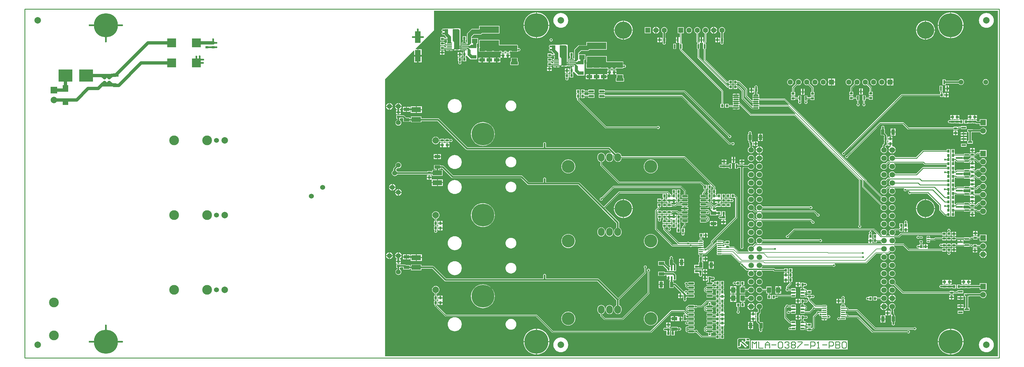
<source format=gtl>
G04 Layer_Physical_Order=1*
G04 Layer_Color=128*
%FSLAX43Y43*%
%MOMM*%
G71*
G01*
G75*
%ADD10R,2.700X2.700*%
%ADD11O,0.800X0.400*%
%ADD12O,1.400X0.350*%
%ADD13R,6.000X2.000*%
%ADD14R,1.000X0.600*%
%ADD15R,0.600X1.350*%
%ADD16R,1.800X1.340*%
%ADD17R,1.340X1.800*%
%ADD18R,1.800X2.000*%
%ADD19R,0.800X0.900*%
G04:AMPARAMS|DCode=20|XSize=0.45mm|YSize=1.6mm|CornerRadius=0.05mm|HoleSize=0mm|Usage=FLASHONLY|Rotation=90.000|XOffset=0mm|YOffset=0mm|HoleType=Round|Shape=RoundedRectangle|*
%AMROUNDEDRECTD20*
21,1,0.450,1.501,0,0,90.0*
21,1,0.351,1.600,0,0,90.0*
1,1,0.099,0.750,0.175*
1,1,0.099,0.750,-0.175*
1,1,0.099,-0.750,-0.175*
1,1,0.099,-0.750,0.175*
%
%ADD20ROUNDEDRECTD20*%
%ADD21R,4.240X3.810*%
%ADD22R,1.800X3.550*%
%ADD23C,2.000*%
G04:AMPARAMS|DCode=24|XSize=0.65mm|YSize=1.65mm|CornerRadius=0.049mm|HoleSize=0mm|Usage=FLASHONLY|Rotation=270.000|XOffset=0mm|YOffset=0mm|HoleType=Round|Shape=RoundedRectangle|*
%AMROUNDEDRECTD24*
21,1,0.650,1.552,0,0,270.0*
21,1,0.552,1.650,0,0,270.0*
1,1,0.098,-0.776,-0.276*
1,1,0.098,-0.776,0.276*
1,1,0.098,0.776,0.276*
1,1,0.098,0.776,-0.276*
%
%ADD24ROUNDEDRECTD24*%
%ADD25R,2.900X1.500*%
%ADD26R,1.700X1.000*%
%ADD27R,1.600X0.800*%
G04:AMPARAMS|DCode=28|XSize=0.3mm|YSize=1.55mm|CornerRadius=0.05mm|HoleSize=0mm|Usage=FLASHONLY|Rotation=90.000|XOffset=0mm|YOffset=0mm|HoleType=Round|Shape=RoundedRectangle|*
%AMROUNDEDRECTD28*
21,1,0.300,1.451,0,0,90.0*
21,1,0.201,1.550,0,0,90.0*
1,1,0.099,0.726,0.101*
1,1,0.099,0.726,-0.101*
1,1,0.099,-0.726,-0.101*
1,1,0.099,-0.726,0.101*
%
%ADD28ROUNDEDRECTD28*%
G04:AMPARAMS|DCode=29|XSize=1.73mm|YSize=1.9mm|CornerRadius=0.052mm|HoleSize=0mm|Usage=FLASHONLY|Rotation=0.000|XOffset=0mm|YOffset=0mm|HoleType=Round|Shape=RoundedRectangle|*
%AMROUNDEDRECTD29*
21,1,1.730,1.796,0,0,0.0*
21,1,1.626,1.900,0,0,0.0*
1,1,0.104,0.813,-0.898*
1,1,0.104,-0.813,-0.898*
1,1,0.104,-0.813,0.898*
1,1,0.104,0.813,0.898*
%
%ADD29ROUNDEDRECTD29*%
%ADD30R,0.600X1.000*%
%ADD31R,0.900X0.800*%
%ADD32R,1.350X0.600*%
%ADD33R,1.000X1.700*%
%ADD34C,0.250*%
%ADD35C,0.350*%
%ADD36C,0.150*%
%ADD37C,0.500*%
%ADD38C,0.200*%
%ADD39C,1.000*%
%ADD40C,0.300*%
%ADD41C,0.400*%
%ADD42C,0.254*%
%ADD43O,2.000X2.500*%
%ADD44C,7.000*%
%ADD45C,1.524*%
%ADD46C,3.000*%
%ADD47C,1.600*%
%ADD48R,1.600X1.600*%
%ADD49C,1.500*%
%ADD50C,7.400*%
%ADD51C,5.300*%
%ADD52C,1.700*%
%ADD53C,1.750*%
%ADD54R,1.750X1.750*%
%ADD55C,4.000*%
%ADD56R,2.000X2.000*%
%ADD57R,1.800X1.800*%
%ADD58C,1.800*%
%ADD59C,0.600*%
G36*
X299500Y500D02*
X110900D01*
Y85900D01*
X119684Y94684D01*
X119846Y94617D01*
Y93252D01*
X120873D01*
Y95154D01*
X120383D01*
X120316Y95316D01*
X121950Y96950D01*
X122050D01*
Y97050D01*
X126000Y101000D01*
X126000Y107000D01*
X299500D01*
Y500D01*
D02*
G37*
%LPC*%
G36*
X114873Y32508D02*
X114735Y32490D01*
X114488Y32387D01*
X114275Y32225D01*
X114113Y32012D01*
X114010Y31765D01*
X113992Y31627D01*
X114873D01*
Y32508D01*
D02*
G37*
G36*
X112123Y32508D02*
X111985Y32490D01*
X111738Y32387D01*
X111525Y32225D01*
X111363Y32012D01*
X111260Y31765D01*
X111242Y31627D01*
X112123D01*
Y32508D01*
D02*
G37*
G36*
X117373Y31854D02*
X116396D01*
Y31227D01*
X117373D01*
Y31854D01*
D02*
G37*
G36*
X118604D02*
X117627D01*
Y31227D01*
X118604D01*
Y31854D01*
D02*
G37*
G36*
X294873Y33042D02*
X294705Y33020D01*
X294431Y32906D01*
X294195Y32725D01*
X294014Y32489D01*
X293900Y32215D01*
X293878Y32047D01*
X294873D01*
Y33042D01*
D02*
G37*
G36*
X295127Y33042D02*
Y32047D01*
X296122D01*
X296100Y32215D01*
X295986Y32489D01*
X295805Y32725D01*
X295569Y32906D01*
X295295Y33020D01*
X295127Y33042D01*
D02*
G37*
G36*
X285100Y33850D02*
X283900D01*
Y32750D01*
X284220D01*
Y32554D01*
X284176Y32524D01*
X284076Y32376D01*
X284041Y32200D01*
X284076Y32024D01*
X284176Y31876D01*
X284324Y31776D01*
X284500Y31741D01*
X284676Y31776D01*
X284824Y31876D01*
X284924Y32024D01*
X284959Y32200D01*
X284924Y32376D01*
X284824Y32524D01*
X284780Y32554D01*
Y32750D01*
X285100D01*
Y33850D01*
D02*
G37*
G36*
X115127Y32508D02*
Y31627D01*
X116008D01*
X115990Y31765D01*
X115887Y32012D01*
X115725Y32225D01*
X115512Y32387D01*
X115265Y32490D01*
X115127Y32508D01*
D02*
G37*
G36*
X112377Y32508D02*
Y31627D01*
X113258D01*
X113240Y31765D01*
X113137Y32012D01*
X112975Y32225D01*
X112762Y32387D01*
X112515Y32490D01*
X112377Y32508D01*
D02*
G37*
G36*
X113258Y31373D02*
X112377D01*
Y30492D01*
X112515Y30510D01*
X112762Y30613D01*
X112975Y30775D01*
X113137Y30988D01*
X113240Y31235D01*
X113258Y31373D01*
D02*
G37*
G36*
X209373Y31204D02*
X208846D01*
Y30627D01*
X209373D01*
Y31204D01*
D02*
G37*
G36*
X112123Y31373D02*
X111242D01*
X111260Y31235D01*
X111363Y30988D01*
X111525Y30775D01*
X111738Y30613D01*
X111985Y30510D01*
X112123Y30492D01*
Y31373D01*
D02*
G37*
G36*
X117373Y30973D02*
X116396D01*
Y30346D01*
X117373D01*
Y30973D01*
D02*
G37*
G36*
X118604D02*
X117627D01*
Y30346D01*
X118604D01*
Y30973D01*
D02*
G37*
G36*
X120373Y31904D02*
X118796D01*
Y31027D01*
X120373D01*
Y31904D01*
D02*
G37*
G36*
X122204D02*
X120627D01*
Y31027D01*
X122204D01*
Y31904D01*
D02*
G37*
G36*
X296122Y31793D02*
X295127D01*
Y30798D01*
X295295Y30820D01*
X295569Y30934D01*
X295805Y31115D01*
X295986Y31351D01*
X296100Y31625D01*
X296122Y31793D01*
D02*
G37*
G36*
X210154Y31204D02*
X209627D01*
Y30627D01*
X210154D01*
Y31204D01*
D02*
G37*
G36*
X294873Y31793D02*
X293878D01*
X293900Y31625D01*
X294014Y31351D01*
X294195Y31115D01*
X294431Y30934D01*
X294705Y30820D01*
X294873Y30798D01*
Y31793D01*
D02*
G37*
G36*
X292373Y32973D02*
X291796D01*
Y32446D01*
X292373D01*
Y32973D01*
D02*
G37*
G36*
X277954Y35004D02*
X277427D01*
Y34427D01*
X277954D01*
Y35004D01*
D02*
G37*
G36*
X288954Y35573D02*
X288025D01*
X287096D01*
Y35155D01*
X287096Y35146D01*
X287073Y34980D01*
X286600D01*
Y35250D01*
X285400D01*
Y34980D01*
X285100D01*
Y35250D01*
X283900D01*
Y34980D01*
X283600D01*
Y35250D01*
X282400D01*
Y35184D01*
X282225Y35091D01*
X282176Y35124D01*
X282000Y35159D01*
X281824Y35124D01*
X281676Y35024D01*
X281576Y34876D01*
X281541Y34700D01*
X281576Y34524D01*
X281676Y34376D01*
X281824Y34276D01*
X282000Y34241D01*
X282176Y34276D01*
X282225Y34309D01*
X282400Y34216D01*
Y34150D01*
X283600D01*
Y34420D01*
X283900D01*
Y34150D01*
X285100D01*
Y34420D01*
X285400D01*
Y34150D01*
X286600D01*
Y34420D01*
X289150D01*
Y34300D01*
X290800D01*
Y34470D01*
X291234D01*
X291442Y34262D01*
X291533Y34201D01*
X291640Y34180D01*
X291900D01*
Y33950D01*
X293100D01*
Y34180D01*
X294007D01*
X294105Y33943D01*
X294269Y33729D01*
X294483Y33565D01*
X294732Y33461D01*
X295000Y33426D01*
X295268Y33461D01*
X295517Y33565D01*
X295731Y33729D01*
X295895Y33943D01*
X295999Y34192D01*
X296034Y34460D01*
X295999Y34728D01*
X295895Y34977D01*
X295731Y35191D01*
X295517Y35355D01*
X295268Y35459D01*
X295000Y35494D01*
X294732Y35459D01*
X294483Y35355D01*
X294269Y35191D01*
X294105Y34977D01*
X294007Y34740D01*
X293100D01*
Y35050D01*
X291900D01*
Y34816D01*
X291725Y34772D01*
X291548Y34948D01*
X291457Y35009D01*
X291350Y35030D01*
X290800D01*
Y35200D01*
X289150D01*
Y35004D01*
X289012Y34995D01*
X288957Y35148D01*
X288954Y35163D01*
Y35573D01*
D02*
G37*
G36*
X192700Y38160D02*
X192279Y38119D01*
X191873Y37996D01*
X191500Y37796D01*
X191172Y37528D01*
X190904Y37200D01*
X190704Y36827D01*
X190581Y36421D01*
X190540Y36000D01*
X190581Y35579D01*
X190704Y35173D01*
X190904Y34800D01*
X191172Y34472D01*
X191500Y34204D01*
X191873Y34004D01*
X192279Y33881D01*
X192700Y33840D01*
X193121Y33881D01*
X193527Y34004D01*
X193900Y34204D01*
X194228Y34472D01*
X194496Y34800D01*
X194696Y35173D01*
X194819Y35579D01*
X194860Y36000D01*
X194819Y36421D01*
X194696Y36827D01*
X194496Y37200D01*
X194228Y37528D01*
X193900Y37796D01*
X193527Y37996D01*
X193121Y38119D01*
X192700Y38160D01*
D02*
G37*
G36*
X277173Y35004D02*
X276646D01*
Y34427D01*
X277173D01*
Y35004D01*
D02*
G37*
G36*
X223560Y37169D02*
X223299Y37134D01*
X223056Y37033D01*
X222847Y36873D01*
X222686Y36664D01*
X222586Y36421D01*
X222551Y36160D01*
X222586Y35899D01*
X222686Y35656D01*
X222847Y35447D01*
X223056Y35286D01*
X223299Y35186D01*
X223560Y35151D01*
X223821Y35186D01*
X224064Y35286D01*
X224273Y35447D01*
X224433Y35656D01*
X224534Y35899D01*
X224569Y36160D01*
X224534Y36421D01*
X224433Y36664D01*
X224273Y36873D01*
X224064Y37033D01*
X223821Y37134D01*
X223560Y37169D01*
D02*
G37*
G36*
X287898Y36254D02*
X287096D01*
Y35827D01*
X287898D01*
Y36254D01*
D02*
G37*
G36*
X288954D02*
X288152D01*
Y35827D01*
X288954D01*
Y36254D01*
D02*
G37*
G36*
X260173Y35973D02*
X259646D01*
Y35396D01*
X260173D01*
Y35973D01*
D02*
G37*
G36*
X260954D02*
X260427D01*
Y35396D01*
X260954D01*
Y35973D01*
D02*
G37*
G36*
X167300Y38160D02*
X166879Y38119D01*
X166473Y37996D01*
X166100Y37796D01*
X165772Y37528D01*
X165504Y37200D01*
X165304Y36827D01*
X165181Y36421D01*
X165140Y36000D01*
X165181Y35579D01*
X165304Y35173D01*
X165504Y34800D01*
X165772Y34472D01*
X166100Y34204D01*
X166473Y34004D01*
X166879Y33881D01*
X167300Y33840D01*
X167721Y33881D01*
X168127Y34004D01*
X168500Y34204D01*
X168828Y34472D01*
X169096Y34800D01*
X169296Y35173D01*
X169419Y35579D01*
X169460Y36000D01*
X169419Y36421D01*
X169296Y36827D01*
X169096Y37200D01*
X168828Y37528D01*
X168500Y37796D01*
X168127Y37996D01*
X167721Y38119D01*
X167300Y38160D01*
D02*
G37*
G36*
X286704Y33173D02*
X286127D01*
Y32646D01*
X286704D01*
Y33173D01*
D02*
G37*
G36*
X132350Y37510D02*
X131929Y37469D01*
X131523Y37346D01*
X131150Y37146D01*
X130822Y36878D01*
X130554Y36550D01*
X130354Y36177D01*
X130231Y35771D01*
X130190Y35350D01*
X130231Y34929D01*
X130354Y34523D01*
X130554Y34150D01*
X130822Y33822D01*
X131150Y33554D01*
X131523Y33354D01*
X131929Y33231D01*
X132350Y33190D01*
X132771Y33231D01*
X133177Y33354D01*
X133550Y33554D01*
X133878Y33822D01*
X134146Y34150D01*
X134346Y34523D01*
X134469Y34929D01*
X134510Y35350D01*
X134469Y35771D01*
X134346Y36177D01*
X134146Y36550D01*
X133878Y36878D01*
X133550Y37146D01*
X133177Y37346D01*
X132771Y37469D01*
X132350Y37510D01*
D02*
G37*
G36*
X293204Y32973D02*
X292627D01*
Y32446D01*
X293204D01*
Y32973D01*
D02*
G37*
G36*
X285873Y33173D02*
X285296D01*
Y32646D01*
X285873D01*
Y33173D01*
D02*
G37*
G36*
X292373Y33754D02*
X291796D01*
Y33227D01*
X292373D01*
Y33754D01*
D02*
G37*
G36*
X286704Y33954D02*
X286127D01*
Y33427D01*
X286704D01*
Y33954D01*
D02*
G37*
G36*
X149650Y37008D02*
X149327Y36976D01*
X149016Y36882D01*
X148729Y36729D01*
X148478Y36522D01*
X148271Y36271D01*
X148118Y35984D01*
X148024Y35673D01*
X147992Y35350D01*
X148024Y35027D01*
X148118Y34716D01*
X148271Y34429D01*
X148478Y34178D01*
X148729Y33971D01*
X149016Y33818D01*
X149327Y33724D01*
X149650Y33692D01*
X149973Y33724D01*
X150284Y33818D01*
X150571Y33971D01*
X150822Y34178D01*
X151029Y34429D01*
X151182Y34716D01*
X151276Y35027D01*
X151308Y35350D01*
X151276Y35673D01*
X151182Y35984D01*
X151029Y36271D01*
X150822Y36522D01*
X150571Y36729D01*
X150284Y36882D01*
X149973Y36976D01*
X149650Y37008D01*
D02*
G37*
G36*
X293204Y33754D02*
X292627D01*
Y33227D01*
X293204D01*
Y33754D01*
D02*
G37*
G36*
X285873Y33954D02*
X285296D01*
Y33427D01*
X285873D01*
Y33954D01*
D02*
G37*
G36*
X267000Y32089D02*
X266739Y32054D01*
X266496Y31953D01*
X266287Y31793D01*
X266126Y31584D01*
X266026Y31341D01*
X265991Y31080D01*
X266026Y30819D01*
X266126Y30576D01*
X266287Y30367D01*
X266496Y30206D01*
X266739Y30106D01*
X267000Y30071D01*
X267261Y30106D01*
X267504Y30206D01*
X267713Y30367D01*
X267874Y30576D01*
X267974Y30819D01*
X268009Y31080D01*
X267974Y31341D01*
X267874Y31584D01*
X267713Y31793D01*
X267504Y31953D01*
X267261Y32054D01*
X267000Y32089D01*
D02*
G37*
G36*
X207300Y27250D02*
Y27250D01*
X207296Y27250D01*
X206100D01*
Y26150D01*
X207300D01*
Y26150D01*
X207450Y26090D01*
Y26000D01*
X207592D01*
Y25700D01*
X207576Y25676D01*
X207541Y25500D01*
X207576Y25324D01*
X207676Y25176D01*
X207824Y25076D01*
X208000Y25041D01*
X208176Y25076D01*
X208324Y25176D01*
X208424Y25324D01*
X208459Y25500D01*
X208424Y25676D01*
X208408Y25700D01*
Y26000D01*
X208550D01*
Y27200D01*
X207450D01*
Y27200D01*
X207300Y27250D01*
D02*
G37*
G36*
X132350Y29810D02*
X131929Y29769D01*
X131523Y29646D01*
X131150Y29446D01*
X130822Y29178D01*
X130554Y28850D01*
X130354Y28477D01*
X130231Y28071D01*
X130190Y27650D01*
X130231Y27229D01*
X130354Y26823D01*
X130554Y26450D01*
X130822Y26122D01*
X131150Y25854D01*
X131523Y25654D01*
X131929Y25531D01*
X132350Y25490D01*
X132771Y25531D01*
X133177Y25654D01*
X133550Y25854D01*
X133878Y26122D01*
X134146Y26450D01*
X134346Y26823D01*
X134469Y27229D01*
X134510Y27650D01*
X134469Y28071D01*
X134346Y28477D01*
X134146Y28850D01*
X133878Y29178D01*
X133550Y29446D01*
X133177Y29646D01*
X132771Y29769D01*
X132350Y29810D01*
D02*
G37*
G36*
X267000Y27009D02*
X266739Y26974D01*
X266496Y26873D01*
X266287Y26713D01*
X266126Y26504D01*
X266026Y26261D01*
X265991Y26000D01*
X266026Y25739D01*
X266126Y25496D01*
X266287Y25287D01*
X266496Y25126D01*
X266739Y25026D01*
X267000Y24991D01*
X267261Y25026D01*
X267504Y25126D01*
X267713Y25287D01*
X267874Y25496D01*
X267974Y25739D01*
X268009Y26000D01*
X267974Y26261D01*
X267874Y26504D01*
X267713Y26713D01*
X267504Y26873D01*
X267261Y26974D01*
X267000Y27009D01*
D02*
G37*
G36*
X210054Y25204D02*
X209527D01*
Y24627D01*
X210054D01*
Y25204D01*
D02*
G37*
G36*
X264460Y27009D02*
X264199Y26974D01*
X263956Y26873D01*
X263747Y26713D01*
X263586Y26504D01*
X263486Y26261D01*
X263451Y26000D01*
X263486Y25739D01*
X263586Y25496D01*
X263747Y25287D01*
X263956Y25126D01*
X264199Y25026D01*
X264460Y24991D01*
X264721Y25026D01*
X264964Y25126D01*
X265173Y25287D01*
X265333Y25496D01*
X265434Y25739D01*
X265469Y26000D01*
X265434Y26261D01*
X265333Y26504D01*
X265173Y26713D01*
X264964Y26873D01*
X264721Y26974D01*
X264460Y27009D01*
D02*
G37*
G36*
X210054Y26473D02*
X209527D01*
Y25896D01*
X210054D01*
Y26473D01*
D02*
G37*
G36*
X149650Y29308D02*
X149327Y29276D01*
X149016Y29182D01*
X148729Y29029D01*
X148478Y28822D01*
X148271Y28571D01*
X148118Y28284D01*
X148024Y27973D01*
X147992Y27650D01*
X148024Y27327D01*
X148118Y27016D01*
X148271Y26729D01*
X148478Y26478D01*
X148729Y26271D01*
X149016Y26118D01*
X149327Y26024D01*
X149650Y25992D01*
X149973Y26024D01*
X150284Y26118D01*
X150571Y26271D01*
X150822Y26478D01*
X151029Y26729D01*
X151182Y27016D01*
X151276Y27327D01*
X151308Y27650D01*
X151276Y27973D01*
X151182Y28284D01*
X151029Y28571D01*
X150822Y28822D01*
X150571Y29029D01*
X150284Y29182D01*
X149973Y29276D01*
X149650Y29308D01*
D02*
G37*
G36*
X209273Y26473D02*
X208746D01*
Y25896D01*
X209273D01*
Y26473D01*
D02*
G37*
G36*
X234173Y26204D02*
X233646D01*
Y25627D01*
X234173D01*
Y26204D01*
D02*
G37*
G36*
X234954D02*
X234427D01*
Y25627D01*
X234954D01*
Y26204D01*
D02*
G37*
G36*
X282973Y24054D02*
X282396D01*
Y23527D01*
X282973D01*
Y24054D01*
D02*
G37*
G36*
X209273Y24373D02*
X208746D01*
Y23796D01*
X209273D01*
Y24373D01*
D02*
G37*
G36*
X290627Y24054D02*
Y23527D01*
X291204D01*
Y24054D01*
X290627D01*
D02*
G37*
G36*
X284727D02*
Y23527D01*
X285304D01*
Y24054D01*
X284727D01*
D02*
G37*
G36*
X288873D02*
X288296D01*
Y23527D01*
X288873D01*
Y24054D01*
D02*
G37*
G36*
X234954Y25373D02*
X234300D01*
X233646D01*
Y24879D01*
X233646Y24750D01*
X233646Y24621D01*
Y24127D01*
X234954D01*
Y24621D01*
X234954Y24750D01*
X234954Y24879D01*
Y25373D01*
D02*
G37*
G36*
X209273Y25204D02*
X208746D01*
Y24627D01*
X209273D01*
Y25204D01*
D02*
G37*
G36*
X211350Y25100D02*
X210250D01*
Y23900D01*
X210417D01*
Y23384D01*
X210049D01*
X209971Y23368D01*
X209905Y23325D01*
X209862Y23259D01*
X209846Y23181D01*
Y22629D01*
X209862Y22551D01*
X209905Y22485D01*
X209971Y22442D01*
X210049Y22426D01*
X211601D01*
X211679Y22442D01*
X211745Y22485D01*
X211788Y22551D01*
X211804Y22629D01*
Y22893D01*
X211976Y22924D01*
X212076Y22776D01*
X212224Y22676D01*
X212400Y22641D01*
X212576Y22676D01*
X212750Y22582D01*
Y22500D01*
X213850D01*
Y23700D01*
X212750D01*
Y23618D01*
X212576Y23524D01*
X212400Y23559D01*
X212224Y23524D01*
X212076Y23424D01*
X211976Y23276D01*
X211970Y23244D01*
X211791D01*
X211788Y23259D01*
X211745Y23325D01*
X211679Y23368D01*
X211601Y23384D01*
X211233D01*
Y23900D01*
X211350D01*
Y24092D01*
X211700D01*
X211724Y24076D01*
X211900Y24041D01*
X212076Y24076D01*
X212224Y24176D01*
X212324Y24324D01*
X212359Y24500D01*
X212324Y24676D01*
X212224Y24824D01*
X212076Y24924D01*
X211900Y24959D01*
X211724Y24924D01*
X211700Y24908D01*
X211350D01*
Y25100D01*
D02*
G37*
G36*
X210054Y24373D02*
X209527D01*
Y23796D01*
X210054D01*
Y24373D01*
D02*
G37*
G36*
X198023Y24498D02*
X197596D01*
Y23871D01*
X198023D01*
Y24498D01*
D02*
G37*
G36*
X202073Y30504D02*
X201446D01*
Y29527D01*
X202073D01*
Y30504D01*
D02*
G37*
G36*
X202954D02*
X202327D01*
Y29527D01*
X202954D01*
Y30504D01*
D02*
G37*
G36*
X115704Y29573D02*
X115127D01*
Y29046D01*
X115704D01*
Y29573D01*
D02*
G37*
G36*
X212054Y29704D02*
X211427D01*
Y28727D01*
X212054D01*
Y29704D01*
D02*
G37*
G36*
X114873Y29573D02*
X114296D01*
Y29046D01*
X114873D01*
Y29573D01*
D02*
G37*
G36*
X120373Y30773D02*
X118796D01*
Y29896D01*
X120373D01*
Y30773D01*
D02*
G37*
G36*
X122204D02*
X120627D01*
Y29896D01*
X122204D01*
Y30773D01*
D02*
G37*
G36*
X116008Y31373D02*
X115000D01*
X113992D01*
X114010Y31235D01*
X114113Y30988D01*
X114275Y30775D01*
X114488Y30613D01*
X114689Y30529D01*
X114654Y30354D01*
X114296D01*
Y29827D01*
X115000D01*
X115704D01*
Y30354D01*
X115346D01*
X115311Y30529D01*
X115512Y30613D01*
X115725Y30775D01*
X115887Y30988D01*
X115990Y31235D01*
X116008Y31373D01*
D02*
G37*
G36*
X209373Y30373D02*
X208846D01*
Y29796D01*
X209373D01*
Y30373D01*
D02*
G37*
G36*
X210154D02*
X209627D01*
Y29796D01*
X210154D01*
Y30373D01*
D02*
G37*
G36*
X212054Y28473D02*
X211427D01*
Y27496D01*
X212054D01*
Y28473D01*
D02*
G37*
G36*
X264460Y29549D02*
X264199Y29514D01*
X263956Y29413D01*
X263747Y29253D01*
X263586Y29044D01*
X263486Y28801D01*
X263451Y28540D01*
X263486Y28279D01*
X263586Y28036D01*
X263747Y27827D01*
X263956Y27667D01*
X264199Y27566D01*
X264460Y27531D01*
X264721Y27566D01*
X264964Y27667D01*
X265173Y27827D01*
X265333Y28036D01*
X265434Y28279D01*
X265469Y28540D01*
X265434Y28801D01*
X265333Y29044D01*
X265173Y29253D01*
X264964Y29413D01*
X264721Y29514D01*
X264460Y29549D01*
D02*
G37*
G36*
X211173Y28473D02*
X210546D01*
Y27496D01*
X211173D01*
Y28473D01*
D02*
G37*
G36*
X209273Y27304D02*
X208746D01*
Y26727D01*
X209273D01*
Y27304D01*
D02*
G37*
G36*
X210054D02*
X209527D01*
Y26727D01*
X210054D01*
Y27304D01*
D02*
G37*
G36*
X202954Y29273D02*
X202327D01*
Y28296D01*
X202954D01*
Y29273D01*
D02*
G37*
G36*
X211173Y29704D02*
X210546D01*
Y28727D01*
X211173D01*
Y29704D01*
D02*
G37*
G36*
X202073Y29273D02*
X201446D01*
Y28296D01*
X202073D01*
Y29273D01*
D02*
G37*
G36*
X267000Y29549D02*
X266739Y29514D01*
X266496Y29413D01*
X266287Y29253D01*
X266126Y29044D01*
X266026Y28801D01*
X265991Y28540D01*
X266026Y28279D01*
X266126Y28036D01*
X266287Y27827D01*
X266496Y27667D01*
X266739Y27566D01*
X267000Y27531D01*
X267261Y27566D01*
X267504Y27667D01*
X267713Y27827D01*
X267874Y28036D01*
X267974Y28279D01*
X268009Y28540D01*
X267974Y28801D01*
X267874Y29044D01*
X267713Y29253D01*
X267504Y29413D01*
X267261Y29514D01*
X267000Y29549D01*
D02*
G37*
G36*
X199000Y31359D02*
X198824Y31324D01*
X198676Y31224D01*
X198576Y31076D01*
X198541Y30900D01*
X198576Y30724D01*
X198592Y30700D01*
Y30400D01*
X198350D01*
Y28400D01*
X198692D01*
Y28162D01*
X198600Y28025D01*
X198475Y28025D01*
X198077D01*
X197000Y29102D01*
Y29750D01*
X195000D01*
Y28450D01*
X196498D01*
X197700Y27248D01*
Y26725D01*
X198475D01*
X198600Y26725D01*
X198775Y26725D01*
X199550D01*
Y26725D01*
X199600D01*
Y26725D01*
X200500D01*
Y28025D01*
X200458D01*
Y28650D01*
X200458Y28650D01*
X200427Y28806D01*
X200338Y28938D01*
X200088Y29188D01*
X199956Y29277D01*
X199800Y29308D01*
X199650Y29383D01*
Y30400D01*
X199408D01*
Y30700D01*
X199424Y30724D01*
X199459Y30900D01*
X199424Y31076D01*
X199324Y31224D01*
X199176Y31324D01*
X199000Y31359D01*
D02*
G37*
G36*
X274950Y37609D02*
X274774Y37574D01*
X274626Y37474D01*
X274526Y37326D01*
X274491Y37150D01*
X274526Y36974D01*
X274626Y36826D01*
X274774Y36726D01*
X274950Y36691D01*
X275126Y36726D01*
X275274Y36826D01*
X275304Y36870D01*
X275490D01*
X275563Y36820D01*
X275700Y36793D01*
X276100D01*
X276237Y36820D01*
X276352Y36898D01*
X276430Y37013D01*
X276457Y37150D01*
X276430Y37287D01*
X276352Y37402D01*
X276237Y37480D01*
X276100Y37507D01*
X275700D01*
X275563Y37480D01*
X275490Y37430D01*
X275304D01*
X275274Y37474D01*
X275126Y37574D01*
X274950Y37609D01*
D02*
G37*
G36*
X277123Y45873D02*
X274347D01*
X274373Y45544D01*
X274480Y45100D01*
X274655Y44678D01*
X274893Y44288D01*
X275190Y43940D01*
X275538Y43643D01*
X275928Y43405D01*
X276350Y43230D01*
X276794Y43123D01*
X277123Y43097D01*
Y45873D01*
D02*
G37*
G36*
X280153D02*
X277377D01*
Y43097D01*
X277706Y43123D01*
X278150Y43230D01*
X278572Y43405D01*
X278962Y43643D01*
X279310Y43940D01*
X279607Y44288D01*
X279845Y44678D01*
X280020Y45100D01*
X280127Y45544D01*
X280153Y45873D01*
D02*
G37*
G36*
X187153D02*
X184377D01*
Y43097D01*
X184706Y43123D01*
X185150Y43230D01*
X185572Y43405D01*
X185962Y43643D01*
X186310Y43940D01*
X186607Y44288D01*
X186845Y44678D01*
X187020Y45100D01*
X187127Y45544D01*
X187153Y45873D01*
D02*
G37*
G36*
X201750Y44100D02*
X200650D01*
Y42900D01*
X200920D01*
Y42700D01*
X200650D01*
Y41500D01*
X200920D01*
Y41300D01*
X200650D01*
Y40100D01*
X200920D01*
Y39900D01*
X200650D01*
Y38700D01*
X201750D01*
Y39900D01*
X201480D01*
Y40100D01*
X201750D01*
Y41300D01*
X201480D01*
Y41500D01*
X201750D01*
Y42700D01*
X201480D01*
Y42900D01*
X201750D01*
Y43180D01*
X202197D01*
X202212Y43106D01*
X202255Y43040D01*
X202321Y42997D01*
X202399Y42981D01*
X203951D01*
X204029Y42997D01*
X204095Y43040D01*
X204138Y43106D01*
X204154Y43184D01*
Y43736D01*
X204138Y43814D01*
X204095Y43880D01*
X204029Y43923D01*
X203951Y43939D01*
X202399D01*
X202321Y43923D01*
X202255Y43880D01*
X202212Y43814D01*
X202197Y43740D01*
X201750D01*
Y44100D01*
D02*
G37*
G36*
X184123Y45873D02*
X181347D01*
X181373Y45544D01*
X181480Y45100D01*
X181655Y44678D01*
X181893Y44288D01*
X182190Y43940D01*
X182538Y43643D01*
X182928Y43405D01*
X183350Y43230D01*
X183794Y43123D01*
X184123Y43097D01*
Y45873D01*
D02*
G37*
G36*
X198273Y44154D02*
X197696D01*
Y43627D01*
X198273D01*
Y44154D01*
D02*
G37*
G36*
X215650Y45200D02*
X214550D01*
Y44000D01*
X214550Y44000D01*
X214550D01*
X214500Y43850D01*
X214421Y43708D01*
X214200D01*
X214176Y43724D01*
X214000Y43759D01*
X213824Y43724D01*
X213676Y43624D01*
X213576Y43476D01*
X213541Y43300D01*
X213576Y43124D01*
X213676Y42976D01*
X213824Y42876D01*
X214000Y42841D01*
X214176Y42876D01*
X214200Y42892D01*
X214500D01*
Y42750D01*
X215700D01*
Y43846D01*
X215700Y43850D01*
X215700D01*
X215650Y44000D01*
X215650Y44000D01*
Y45200D01*
D02*
G37*
G36*
X199927Y44204D02*
Y43627D01*
X200454D01*
Y44204D01*
X199927D01*
D02*
G37*
G36*
X291573Y44073D02*
X290996D01*
Y43546D01*
X291573D01*
Y44073D01*
D02*
G37*
G36*
X292404D02*
X291827D01*
Y43546D01*
X292404D01*
Y44073D01*
D02*
G37*
G36*
X214973Y42554D02*
X214396D01*
Y42027D01*
X214973D01*
Y42554D01*
D02*
G37*
G36*
X215804D02*
X215227D01*
Y42027D01*
X215804D01*
Y42554D01*
D02*
G37*
G36*
X128554Y42204D02*
X128027D01*
Y41627D01*
X128554D01*
Y42204D01*
D02*
G37*
G36*
X197500Y44050D02*
X196300D01*
Y42950D01*
X196620D01*
Y42650D01*
X196300D01*
Y41550D01*
X197500D01*
Y41820D01*
X197800D01*
Y41550D01*
X199000D01*
Y42650D01*
X197800D01*
Y42380D01*
X197500D01*
Y42650D01*
X197180D01*
Y42950D01*
X197500D01*
Y44050D01*
D02*
G37*
G36*
X127773Y42204D02*
X127246D01*
Y41627D01*
X127773D01*
Y42204D01*
D02*
G37*
G36*
X267000Y44789D02*
X266739Y44754D01*
X266496Y44653D01*
X266287Y44493D01*
X266126Y44284D01*
X266026Y44041D01*
X265991Y43780D01*
X266026Y43519D01*
X266126Y43276D01*
X266287Y43067D01*
X266496Y42907D01*
X266739Y42806D01*
X267000Y42771D01*
X267261Y42806D01*
X267504Y42907D01*
X267713Y43067D01*
X267874Y43276D01*
X267974Y43519D01*
X268009Y43780D01*
X267974Y44041D01*
X267874Y44284D01*
X267713Y44493D01*
X267504Y44653D01*
X267261Y44754D01*
X267000Y44789D01*
D02*
G37*
G36*
X198273Y43373D02*
X197696D01*
Y42846D01*
X198273D01*
Y43373D01*
D02*
G37*
G36*
X264460Y44789D02*
X264199Y44754D01*
X263956Y44653D01*
X263747Y44493D01*
X263586Y44284D01*
X263486Y44041D01*
X263451Y43780D01*
X263486Y43519D01*
X263586Y43276D01*
X263747Y43067D01*
X263956Y42907D01*
X264199Y42806D01*
X264460Y42771D01*
X264721Y42806D01*
X264964Y42907D01*
X265173Y43067D01*
X265333Y43276D01*
X265434Y43519D01*
X265469Y43780D01*
X265434Y44041D01*
X265333Y44284D01*
X265173Y44493D01*
X264964Y44653D01*
X264721Y44754D01*
X264460Y44789D01*
D02*
G37*
G36*
X196000Y44050D02*
X194800D01*
Y42950D01*
X194965D01*
X194979Y42934D01*
X195043Y42775D01*
X194976Y42676D01*
X194941Y42500D01*
X194976Y42324D01*
X195076Y42176D01*
X195224Y42076D01*
X195400Y42041D01*
X195576Y42076D01*
X195724Y42176D01*
X195824Y42324D01*
X195859Y42500D01*
X195824Y42676D01*
X195757Y42775D01*
X195821Y42934D01*
X195835Y42950D01*
X196000D01*
Y44050D01*
D02*
G37*
G36*
X209601Y43939D02*
X208049D01*
X207971Y43923D01*
X207905Y43880D01*
X207862Y43814D01*
X207846Y43736D01*
Y43184D01*
X207862Y43106D01*
X207905Y43040D01*
X207971Y42997D01*
X208049Y42981D01*
X209601D01*
X209679Y42997D01*
X209745Y43040D01*
X209783Y43098D01*
X209830Y43112D01*
X209972Y43132D01*
X210120Y42984D01*
Y42716D01*
X209964Y42560D01*
X209922Y42556D01*
X209753Y42597D01*
X209745Y42610D01*
X209679Y42653D01*
X209601Y42669D01*
X208049D01*
X207971Y42653D01*
X207905Y42610D01*
X207862Y42544D01*
X207846Y42466D01*
Y41914D01*
X207862Y41836D01*
X207905Y41770D01*
X207971Y41727D01*
X208049Y41711D01*
X209601D01*
X209679Y41727D01*
X209745Y41770D01*
X209788Y41836D01*
X209803Y41910D01*
X209990D01*
X210097Y41931D01*
X210188Y41992D01*
X210598Y42402D01*
X210659Y42493D01*
X210680Y42600D01*
Y43100D01*
X210659Y43207D01*
X210598Y43298D01*
X210238Y43658D01*
X210147Y43719D01*
X210040Y43740D01*
X209803D01*
X209788Y43814D01*
X209745Y43880D01*
X209679Y43923D01*
X209601Y43939D01*
D02*
G37*
G36*
X203951Y46585D02*
X203302D01*
Y46127D01*
X204260D01*
Y46276D01*
X204236Y46394D01*
X204170Y46495D01*
X204069Y46561D01*
X203951Y46585D01*
D02*
G37*
G36*
X209601Y47749D02*
X208049D01*
X207971Y47733D01*
X207905Y47690D01*
X207862Y47624D01*
X207846Y47546D01*
Y46994D01*
X207862Y46916D01*
X207905Y46850D01*
X207971Y46807D01*
X208049Y46791D01*
X209601D01*
X209679Y46807D01*
X209745Y46850D01*
X209788Y46916D01*
X209803Y46990D01*
X211214D01*
X211546Y46657D01*
Y45947D01*
X211371Y45854D01*
X211350Y45868D01*
Y46600D01*
X210250D01*
Y46408D01*
X209752D01*
X209745Y46420D01*
X209679Y46463D01*
X209601Y46479D01*
X208049D01*
X207971Y46463D01*
X207905Y46420D01*
X207862Y46354D01*
X207846Y46276D01*
Y45724D01*
X207862Y45646D01*
X207905Y45580D01*
X207971Y45537D01*
X208049Y45521D01*
X209601D01*
X209679Y45537D01*
X209745Y45580D01*
X209752Y45592D01*
X210250D01*
Y45400D01*
X210523D01*
X211000Y44923D01*
Y43950D01*
X212996D01*
X213000Y43950D01*
Y43950D01*
X213150Y44000D01*
X213150Y44000D01*
X214250D01*
Y45200D01*
X213150D01*
Y45200D01*
X213000Y45250D01*
X212854Y45296D01*
Y45873D01*
X212200D01*
Y46127D01*
X212854D01*
Y46480D01*
X213000Y46550D01*
X214200D01*
Y46820D01*
X214500D01*
Y46550D01*
X215700D01*
Y46820D01*
X216000D01*
Y46550D01*
X217200D01*
Y47650D01*
X216000D01*
Y47380D01*
X215700D01*
Y47650D01*
X214500D01*
Y47380D01*
X214200D01*
Y47650D01*
X213000D01*
Y47380D01*
X212900D01*
X212793Y47359D01*
X212702Y47298D01*
X212484Y47080D01*
X211916D01*
X211528Y47468D01*
X211437Y47529D01*
X211330Y47550D01*
X209803D01*
X209788Y47624D01*
X209745Y47690D01*
X209679Y47733D01*
X209601Y47749D01*
D02*
G37*
G36*
X203048Y46585D02*
X202399D01*
X202281Y46561D01*
X202180Y46495D01*
X202114Y46394D01*
X202090Y46276D01*
Y46127D01*
X203048D01*
Y46585D01*
D02*
G37*
G36*
X277123Y48903D02*
X276794Y48877D01*
X276350Y48770D01*
X275928Y48595D01*
X275538Y48357D01*
X275190Y48060D01*
X274893Y47712D01*
X274655Y47322D01*
X274480Y46900D01*
X274373Y46456D01*
X274347Y46127D01*
X277123D01*
Y48903D01*
D02*
G37*
G36*
X277377D02*
Y46127D01*
X280153D01*
X280127Y46456D01*
X280020Y46900D01*
X279845Y47322D01*
X279607Y47712D01*
X279310Y48060D01*
X278962Y48357D01*
X278572Y48595D01*
X278150Y48770D01*
X277706Y48877D01*
X277377Y48903D01*
D02*
G37*
G36*
X115000Y60300D02*
X114762Y60269D01*
X114540Y60177D01*
X114350Y60030D01*
X114203Y59840D01*
X114111Y59618D01*
X114080Y59380D01*
X114111Y59142D01*
X114133Y59090D01*
X113592Y58548D01*
X113503Y58416D01*
X113472Y58260D01*
X113472Y58260D01*
Y57788D01*
X113420Y57767D01*
X113230Y57620D01*
X113083Y57430D01*
X112991Y57208D01*
X112960Y56970D01*
X112991Y56732D01*
X113083Y56510D01*
X113230Y56320D01*
X113420Y56173D01*
X113642Y56081D01*
X113880Y56050D01*
X114118Y56081D01*
X114340Y56173D01*
X114530Y56320D01*
X114677Y56510D01*
X114698Y56562D01*
X123900D01*
Y56450D01*
X125100D01*
Y56562D01*
X125400D01*
Y56100D01*
X128600D01*
Y57900D01*
X127408D01*
Y58150D01*
X128000D01*
Y58392D01*
X128531D01*
X131412Y55512D01*
X131544Y55423D01*
X131700Y55392D01*
X131700Y55392D01*
X152731D01*
X154712Y53412D01*
X154712Y53412D01*
X154844Y53323D01*
X155000Y53292D01*
X170331D01*
X177812Y45812D01*
X177812Y45812D01*
X182142Y41481D01*
Y40126D01*
X181970Y40055D01*
X181730Y39870D01*
X181545Y39630D01*
X181430Y39350D01*
X181390Y39050D01*
Y38550D01*
X181430Y38250D01*
X181545Y37970D01*
X181730Y37730D01*
X181970Y37545D01*
X182250Y37430D01*
X182550Y37390D01*
X182850Y37430D01*
X183130Y37545D01*
X183370Y37730D01*
X183555Y37970D01*
X183670Y38250D01*
X183710Y38550D01*
Y39050D01*
X183670Y39350D01*
X183555Y39630D01*
X183370Y39870D01*
X183130Y40055D01*
X182958Y40126D01*
Y41650D01*
X182958Y41650D01*
X182927Y41806D01*
X182838Y41938D01*
X182838Y41938D01*
X178587Y46190D01*
X183116Y50720D01*
X197676D01*
X197717Y50661D01*
X197750Y50500D01*
X197750D01*
Y49329D01*
X197750Y49307D01*
X197696Y49154D01*
X197696Y49147D01*
Y48627D01*
X198400D01*
Y48500D01*
X198527D01*
Y47846D01*
X198992D01*
X199146Y47796D01*
X199258Y47796D01*
X199673D01*
Y48500D01*
X199800D01*
Y48627D01*
X200454D01*
X200454Y49204D01*
X200350Y49336D01*
X200350Y49379D01*
Y50500D01*
X200080D01*
Y50700D01*
X200350D01*
Y51900D01*
X199250D01*
Y50700D01*
X199520D01*
Y50500D01*
X199250D01*
Y50180D01*
X198850D01*
Y50500D01*
X198580D01*
Y50600D01*
X198559Y50707D01*
X198498Y50798D01*
X198098Y51198D01*
X198007Y51259D01*
X197900Y51280D01*
X183000D01*
X182893Y51259D01*
X182802Y51198D01*
X178190Y46587D01*
X170788Y53988D01*
X170656Y54077D01*
X170500Y54108D01*
X170500Y54108D01*
X160408D01*
Y54900D01*
X160424Y54924D01*
X160459Y55100D01*
X160424Y55276D01*
X160324Y55424D01*
X160176Y55524D01*
X160000Y55559D01*
X159824Y55524D01*
X159676Y55424D01*
X159576Y55276D01*
X159541Y55100D01*
X159576Y54924D01*
X159592Y54900D01*
Y54108D01*
X155169D01*
X153188Y56088D01*
X153056Y56177D01*
X152900Y56208D01*
X152900Y56208D01*
X131869D01*
X128988Y59088D01*
X128856Y59177D01*
X128700Y59208D01*
X128700Y59208D01*
X128000D01*
Y59450D01*
X126000D01*
Y58150D01*
X126592D01*
Y57900D01*
X125400D01*
Y57378D01*
X125100D01*
Y57550D01*
X123900D01*
Y57378D01*
X114698D01*
X114677Y57430D01*
X114530Y57620D01*
X114340Y57767D01*
X114288Y57788D01*
Y58091D01*
X114710Y58513D01*
X114762Y58491D01*
X115000Y58460D01*
X115238Y58491D01*
X115460Y58583D01*
X115650Y58730D01*
X115797Y58920D01*
X115889Y59142D01*
X115920Y59380D01*
X115889Y59618D01*
X115797Y59840D01*
X115650Y60030D01*
X115460Y60177D01*
X115238Y60269D01*
X115000Y60300D01*
D02*
G37*
G36*
X212073Y48373D02*
X211546D01*
Y47796D01*
X212073D01*
Y48373D01*
D02*
G37*
G36*
X292404Y48173D02*
X291827D01*
Y47646D01*
X292404D01*
Y48173D01*
D02*
G37*
G36*
X203951Y47749D02*
X202399D01*
X202321Y47733D01*
X202255Y47690D01*
X202212Y47624D01*
X202197Y47550D01*
X200570D01*
X200463Y47529D01*
X200372Y47468D01*
X200084Y47180D01*
X199516D01*
X199398Y47298D01*
X199307Y47359D01*
X199200Y47380D01*
X199000D01*
Y47650D01*
X197800D01*
Y47380D01*
X197500D01*
Y47650D01*
X196300D01*
Y46550D01*
X197500D01*
Y46820D01*
X197800D01*
Y46550D01*
X199000D01*
Y46656D01*
X199175Y46728D01*
X199202Y46702D01*
X199293Y46641D01*
X199400Y46620D01*
X200200D01*
X200307Y46641D01*
X200398Y46702D01*
X200686Y46990D01*
X202197D01*
X202212Y46916D01*
X202255Y46850D01*
X202321Y46807D01*
X202399Y46791D01*
X203951D01*
X204029Y46807D01*
X204095Y46850D01*
X204138Y46916D01*
X204154Y46994D01*
Y47546D01*
X204138Y47624D01*
X204095Y47690D01*
X204029Y47733D01*
X203951Y47749D01*
D02*
G37*
G36*
X291573Y48173D02*
X290996D01*
Y47646D01*
X291573D01*
Y48173D01*
D02*
G37*
G36*
X292404Y44854D02*
X291827D01*
Y44327D01*
X292404D01*
Y44854D01*
D02*
G37*
G36*
X267000Y47329D02*
X266739Y47294D01*
X266496Y47193D01*
X266287Y47033D01*
X266126Y46824D01*
X266026Y46581D01*
X265991Y46320D01*
X266026Y46059D01*
X266126Y45816D01*
X266287Y45607D01*
X266496Y45446D01*
X266739Y45346D01*
X267000Y45311D01*
X267261Y45346D01*
X267504Y45446D01*
X267713Y45607D01*
X267874Y45816D01*
X267974Y46059D01*
X268009Y46320D01*
X267974Y46581D01*
X267874Y46824D01*
X267713Y47033D01*
X267504Y47193D01*
X267261Y47294D01*
X267000Y47329D01*
D02*
G37*
G36*
X291573Y44854D02*
X290996D01*
Y44327D01*
X291573D01*
Y44854D01*
D02*
G37*
G36*
X195900Y47650D02*
X194700D01*
Y46550D01*
X194806D01*
X194878Y46375D01*
X194102Y45598D01*
X194041Y45507D01*
X194020Y45400D01*
Y39700D01*
X194041Y39593D01*
X194102Y39502D01*
X199152Y34452D01*
X199243Y34391D01*
X199350Y34370D01*
X204646D01*
X204676Y34326D01*
X204824Y34226D01*
X205000Y34191D01*
X205176Y34226D01*
X205324Y34326D01*
X205354Y34370D01*
X207121D01*
X207214Y34195D01*
X207196Y34167D01*
X207188Y34127D01*
X208125D01*
X209062D01*
X209054Y34167D01*
X208959Y34309D01*
X208957Y34311D01*
X208884Y34416D01*
X208956Y34523D01*
X208981Y34650D01*
X208956Y34777D01*
X208884Y34884D01*
Y35066D01*
X208956Y35173D01*
X208981Y35300D01*
X208956Y35427D01*
X208884Y35534D01*
Y35716D01*
X208956Y35823D01*
X208981Y35950D01*
X208956Y36077D01*
X208884Y36184D01*
X208777Y36256D01*
X208650Y36281D01*
X208405D01*
Y37200D01*
X208750D01*
Y38400D01*
X207650D01*
Y37200D01*
X207845D01*
Y36281D01*
X207600D01*
X207473Y36256D01*
X207366Y36184D01*
X207294Y36077D01*
X207269Y35950D01*
X207294Y35823D01*
X207339Y35755D01*
X207290Y35618D01*
X207262Y35580D01*
X204554D01*
X204524Y35624D01*
X204376Y35724D01*
X204200Y35759D01*
X204024Y35724D01*
X203876Y35624D01*
X203846Y35580D01*
X201316D01*
X197180Y39716D01*
Y40150D01*
X197500D01*
Y41250D01*
X196300D01*
Y40150D01*
X196620D01*
Y39600D01*
X196641Y39493D01*
X196702Y39402D01*
X200998Y35105D01*
X200998Y35090D01*
X200943Y34930D01*
X199466D01*
X194580Y39816D01*
Y45158D01*
X194625Y45187D01*
X194800Y45094D01*
Y44350D01*
X196000D01*
Y44620D01*
X196300D01*
Y44350D01*
X197500D01*
Y44620D01*
X197800D01*
Y44350D01*
X199000D01*
Y44620D01*
X199200D01*
X199307Y44641D01*
X199398Y44702D01*
X199616Y44920D01*
X200584D01*
X200972Y44532D01*
X201063Y44471D01*
X201170Y44450D01*
X202197D01*
X202212Y44376D01*
X202255Y44310D01*
X202321Y44267D01*
X202399Y44251D01*
X203951D01*
X204029Y44267D01*
X204095Y44310D01*
X204138Y44376D01*
X204154Y44454D01*
Y45006D01*
X204138Y45084D01*
X204095Y45150D01*
X204029Y45193D01*
X203951Y45209D01*
X202399D01*
X202321Y45193D01*
X202255Y45150D01*
X202212Y45084D01*
X202197Y45010D01*
X201286D01*
X200898Y45398D01*
X200807Y45459D01*
X200700Y45480D01*
X199500D01*
X199393Y45459D01*
X199302Y45398D01*
X199175Y45272D01*
X199000Y45344D01*
Y45450D01*
X197800D01*
Y45180D01*
X197500D01*
Y45450D01*
X196300D01*
Y45180D01*
X196000D01*
Y45450D01*
X194994D01*
X194922Y45625D01*
X195498Y46202D01*
X195559Y46293D01*
X195580Y46400D01*
Y46550D01*
X195900D01*
Y47650D01*
D02*
G37*
G36*
X209601Y45209D02*
X208049D01*
X207971Y45193D01*
X207905Y45150D01*
X207862Y45084D01*
X207846Y45006D01*
Y44454D01*
X207862Y44376D01*
X207905Y44310D01*
X207971Y44267D01*
X208049Y44251D01*
X209601D01*
X209679Y44267D01*
X209745Y44310D01*
X209772Y44351D01*
X209859Y44378D01*
X209884Y44383D01*
X209970Y44390D01*
X210094Y44306D01*
X210270Y44271D01*
X210446Y44306D01*
X210594Y44406D01*
X210694Y44554D01*
X210729Y44730D01*
X210694Y44906D01*
X210594Y45054D01*
X210446Y45154D01*
X210270Y45189D01*
X210094Y45154D01*
X209970Y45070D01*
X209884Y45077D01*
X209859Y45082D01*
X209772Y45109D01*
X209745Y45150D01*
X209679Y45193D01*
X209601Y45209D01*
D02*
G37*
G36*
X184123Y48903D02*
X183794Y48877D01*
X183350Y48770D01*
X182928Y48595D01*
X182538Y48357D01*
X182190Y48060D01*
X181893Y47712D01*
X181655Y47322D01*
X181480Y46900D01*
X181373Y46456D01*
X181347Y46127D01*
X184123D01*
Y48903D01*
D02*
G37*
G36*
X184377D02*
Y46127D01*
X187153D01*
X187127Y46456D01*
X187020Y46900D01*
X186845Y47322D01*
X186607Y47712D01*
X186310Y48060D01*
X185962Y48357D01*
X185572Y48595D01*
X185150Y48770D01*
X184706Y48877D01*
X184377Y48903D01*
D02*
G37*
G36*
X204260Y45873D02*
X203302D01*
Y45415D01*
X203951D01*
X204069Y45439D01*
X204170Y45505D01*
X204236Y45606D01*
X204260Y45724D01*
Y45873D01*
D02*
G37*
G36*
X226100Y47329D02*
X225839Y47294D01*
X225596Y47193D01*
X225387Y47033D01*
X225227Y46824D01*
X225126Y46581D01*
X225091Y46320D01*
X225126Y46059D01*
X225227Y45816D01*
X225387Y45607D01*
X225454Y45555D01*
X225394Y45380D01*
X224896D01*
X224441Y45835D01*
X224534Y46059D01*
X224569Y46320D01*
X224534Y46581D01*
X224433Y46824D01*
X224273Y47033D01*
X224064Y47193D01*
X223821Y47294D01*
X223560Y47329D01*
X223299Y47294D01*
X223056Y47193D01*
X222847Y47033D01*
X222686Y46824D01*
X222586Y46581D01*
X222551Y46320D01*
X222586Y46059D01*
X222686Y45816D01*
X222847Y45607D01*
X223056Y45446D01*
X223299Y45346D01*
X223560Y45311D01*
X223821Y45346D01*
X224045Y45438D01*
X224582Y44902D01*
X224673Y44841D01*
X224780Y44820D01*
X225488D01*
X225585Y44663D01*
X225584Y44645D01*
X225387Y44493D01*
X225227Y44284D01*
X225126Y44041D01*
X225091Y43780D01*
X225126Y43519D01*
X225227Y43276D01*
X225387Y43067D01*
X225532Y42955D01*
X225473Y42780D01*
X224956D01*
X224441Y43295D01*
X224534Y43519D01*
X224569Y43780D01*
X224534Y44041D01*
X224433Y44284D01*
X224273Y44493D01*
X224064Y44653D01*
X223821Y44754D01*
X223560Y44789D01*
X223299Y44754D01*
X223056Y44653D01*
X222847Y44493D01*
X222686Y44284D01*
X222586Y44041D01*
X222551Y43780D01*
X222586Y43519D01*
X222686Y43276D01*
X222847Y43067D01*
X223056Y42907D01*
X223299Y42806D01*
X223560Y42771D01*
X223821Y42806D01*
X224045Y42898D01*
X224642Y42302D01*
X224733Y42241D01*
X224840Y42220D01*
X225447D01*
X225506Y42045D01*
X225387Y41953D01*
X225227Y41744D01*
X225126Y41501D01*
X225091Y41240D01*
X225126Y40979D01*
X225227Y40736D01*
X225387Y40527D01*
X225596Y40367D01*
X225839Y40266D01*
X226100Y40231D01*
X226361Y40266D01*
X226604Y40367D01*
X226813Y40527D01*
X226973Y40736D01*
X227074Y40979D01*
X227109Y41240D01*
X227074Y41501D01*
X226973Y41744D01*
X226813Y41953D01*
X226694Y42045D01*
X226753Y42220D01*
X241784D01*
X242152Y41852D01*
X242141Y41800D01*
X242176Y41624D01*
X242276Y41476D01*
X242424Y41376D01*
X242600Y41341D01*
X242776Y41376D01*
X242924Y41476D01*
X243024Y41624D01*
X243059Y41800D01*
X243024Y41976D01*
X242924Y42124D01*
X242776Y42224D01*
X242600Y42259D01*
X242548Y42248D01*
X242098Y42698D01*
X242007Y42759D01*
X241900Y42780D01*
X226727D01*
X226668Y42955D01*
X226813Y43067D01*
X226973Y43276D01*
X227074Y43519D01*
X227109Y43780D01*
X227074Y44041D01*
X226973Y44284D01*
X226813Y44493D01*
X226616Y44645D01*
X226615Y44663D01*
X226712Y44820D01*
X242984D01*
X243752Y44052D01*
X243741Y44000D01*
X243776Y43824D01*
X243876Y43676D01*
X244024Y43576D01*
X244200Y43541D01*
X244376Y43576D01*
X244524Y43676D01*
X244624Y43824D01*
X244659Y44000D01*
X244624Y44176D01*
X244524Y44324D01*
X244376Y44424D01*
X244200Y44459D01*
X244148Y44448D01*
X243298Y45298D01*
X243207Y45359D01*
X243100Y45380D01*
X226806D01*
X226746Y45555D01*
X226813Y45607D01*
X226973Y45816D01*
X227066Y46040D01*
X241626D01*
X241656Y45996D01*
X241804Y45896D01*
X241980Y45861D01*
X242156Y45896D01*
X242304Y45996D01*
X242404Y46144D01*
X242439Y46320D01*
X242404Y46496D01*
X242304Y46644D01*
X242156Y46744D01*
X241980Y46779D01*
X241804Y46744D01*
X241656Y46644D01*
X241626Y46600D01*
X227066D01*
X226973Y46824D01*
X226813Y47033D01*
X226604Y47193D01*
X226361Y47294D01*
X226100Y47329D01*
D02*
G37*
G36*
X203048Y45873D02*
X202090D01*
Y45724D01*
X202114Y45606D01*
X202180Y45505D01*
X202281Y45439D01*
X202399Y45415D01*
X203048D01*
Y45873D01*
D02*
G37*
G36*
X292473Y38273D02*
X291896D01*
Y37746D01*
X292473D01*
Y38273D01*
D02*
G37*
G36*
X293304D02*
X292727D01*
Y37746D01*
X293304D01*
Y38273D01*
D02*
G37*
G36*
X203951Y42669D02*
X202399D01*
X202321Y42653D01*
X202255Y42610D01*
X202212Y42544D01*
X202196Y42466D01*
Y41914D01*
X202212Y41836D01*
X202255Y41770D01*
X202321Y41727D01*
X202399Y41711D01*
X202895D01*
Y40991D01*
X202402Y40498D01*
X202341Y40407D01*
X202320Y40300D01*
Y39900D01*
X202050D01*
Y38700D01*
X202226D01*
X202276Y38525D01*
X202276Y38524D01*
X202176Y38376D01*
X202141Y38200D01*
X202176Y38024D01*
X202276Y37876D01*
X202424Y37776D01*
X202600Y37741D01*
X202776Y37776D01*
X202924Y37876D01*
X203024Y38024D01*
X203059Y38200D01*
X203024Y38376D01*
X202924Y38524D01*
X202924Y38525D01*
X202974Y38700D01*
X203150D01*
Y39900D01*
X202880D01*
Y40184D01*
X203373Y40677D01*
X203434Y40768D01*
X203455Y40875D01*
Y41711D01*
X203951D01*
X204029Y41727D01*
X204095Y41770D01*
X204138Y41836D01*
X204154Y41914D01*
Y42466D01*
X204138Y42544D01*
X204095Y42610D01*
X204029Y42653D01*
X203951Y42669D01*
D02*
G37*
G36*
X223560Y39709D02*
X223299Y39674D01*
X223056Y39573D01*
X222847Y39413D01*
X222686Y39204D01*
X222586Y38961D01*
X222551Y38700D01*
X222586Y38439D01*
X222686Y38196D01*
X222847Y37987D01*
X223056Y37826D01*
X223299Y37726D01*
X223560Y37691D01*
X223821Y37726D01*
X224064Y37826D01*
X224273Y37987D01*
X224433Y38196D01*
X224534Y38439D01*
X224569Y38700D01*
X224534Y38961D01*
X224433Y39204D01*
X224273Y39413D01*
X224064Y39573D01*
X223821Y39674D01*
X223560Y39709D01*
D02*
G37*
G36*
X226100D02*
X225839Y39674D01*
X225596Y39573D01*
X225387Y39413D01*
X225227Y39204D01*
X225126Y38961D01*
X225091Y38700D01*
X225126Y38439D01*
X225227Y38196D01*
X225387Y37987D01*
X225596Y37826D01*
X225839Y37726D01*
X226100Y37691D01*
X226361Y37726D01*
X226604Y37826D01*
X226813Y37987D01*
X226973Y38196D01*
X227074Y38439D01*
X227109Y38700D01*
X227074Y38961D01*
X226973Y39204D01*
X226813Y39413D01*
X226604Y39573D01*
X226361Y39674D01*
X226100Y39709D01*
D02*
G37*
G36*
X286704Y38854D02*
X286127D01*
Y38327D01*
X286704D01*
Y38854D01*
D02*
G37*
G36*
X292473Y39054D02*
X291896D01*
Y38527D01*
X292473D01*
Y39054D01*
D02*
G37*
G36*
X285873Y38854D02*
X285296D01*
Y38327D01*
X285873D01*
Y38854D01*
D02*
G37*
G36*
X209473Y38504D02*
X208946D01*
Y37927D01*
X209473D01*
Y38504D01*
D02*
G37*
G36*
X210254D02*
X209727D01*
Y37927D01*
X210254D01*
Y38504D01*
D02*
G37*
G36*
X278300Y37613D02*
X278227D01*
Y37277D01*
X278738D01*
X278728Y37327D01*
X278627Y37477D01*
X278477Y37578D01*
X278300Y37613D01*
D02*
G37*
G36*
X296025Y38025D02*
X293975D01*
Y37280D01*
X293200D01*
Y37550D01*
X292000D01*
Y37280D01*
X291400D01*
X291293Y37259D01*
X291202Y37198D01*
X290975Y36972D01*
X290800Y37030D01*
Y37100D01*
X289150D01*
Y37080D01*
X286600D01*
Y37350D01*
X285400D01*
Y37080D01*
X285100D01*
Y37350D01*
X283900D01*
Y37080D01*
X283600D01*
Y37350D01*
X282400D01*
Y37080D01*
X280300D01*
X280193Y37059D01*
X280102Y36998D01*
X279884Y36780D01*
X278810D01*
X278716Y36955D01*
X278728Y36973D01*
X278738Y37023D01*
X278100D01*
X277462D01*
X277472Y36973D01*
X277573Y36823D01*
X277603Y36803D01*
X277648Y36752D01*
X277570Y36637D01*
X277543Y36500D01*
X277570Y36363D01*
X277618Y36293D01*
X277636Y36175D01*
X277618Y36057D01*
X277570Y35987D01*
X277543Y35850D01*
X277570Y35713D01*
X277648Y35598D01*
X277763Y35520D01*
X277900Y35493D01*
X278300D01*
X278437Y35520D01*
X278552Y35598D01*
X278630Y35713D01*
X278657Y35850D01*
X278630Y35987D01*
X278591Y36045D01*
X278667Y36219D01*
X278668Y36220D01*
X280000D01*
X280107Y36241D01*
X280198Y36302D01*
X280416Y36520D01*
X282400D01*
Y36250D01*
X283600D01*
Y36520D01*
X283900D01*
Y36250D01*
X285100D01*
Y36520D01*
X285400D01*
Y36250D01*
X286600D01*
Y36520D01*
X289150D01*
Y36200D01*
X290800D01*
Y36370D01*
X291050D01*
X291157Y36391D01*
X291248Y36452D01*
X291516Y36720D01*
X292000D01*
Y36450D01*
X293200D01*
Y36720D01*
X293975D01*
Y35975D01*
X296025D01*
Y38025D01*
D02*
G37*
G36*
X277973Y37613D02*
X277900D01*
X277723Y37578D01*
X277573Y37477D01*
X277472Y37327D01*
X277462Y37277D01*
X277973D01*
Y37613D01*
D02*
G37*
G36*
X209473Y37673D02*
X208946D01*
Y37096D01*
X209473D01*
Y37673D01*
D02*
G37*
G36*
X210254D02*
X209727D01*
Y37096D01*
X210254D01*
Y37673D01*
D02*
G37*
G36*
X286704Y38073D02*
X286127D01*
Y37546D01*
X286704D01*
Y38073D01*
D02*
G37*
G36*
X284500Y39759D02*
X284324Y39724D01*
X284176Y39624D01*
X284076Y39476D01*
X284041Y39300D01*
X284076Y39124D01*
X284176Y38976D01*
X284220Y38946D01*
Y38750D01*
X283900D01*
Y37650D01*
X285100D01*
Y38750D01*
X284780D01*
Y38946D01*
X284824Y38976D01*
X284924Y39124D01*
X284959Y39300D01*
X284924Y39476D01*
X284824Y39624D01*
X284676Y39724D01*
X284500Y39759D01*
D02*
G37*
G36*
X285873Y38073D02*
X285296D01*
Y37546D01*
X285873D01*
Y38073D01*
D02*
G37*
G36*
X177450Y40210D02*
X177150Y40170D01*
X176870Y40055D01*
X176630Y39870D01*
X176445Y39630D01*
X176330Y39350D01*
X176290Y39050D01*
Y38550D01*
X176330Y38250D01*
X176445Y37970D01*
X176630Y37730D01*
X176870Y37545D01*
X177150Y37430D01*
X177450Y37390D01*
X177750Y37430D01*
X178030Y37545D01*
X178270Y37730D01*
X178455Y37970D01*
X178570Y38250D01*
X178610Y38550D01*
Y39050D01*
X178570Y39350D01*
X178455Y39630D01*
X178270Y39870D01*
X178030Y40055D01*
X177750Y40170D01*
X177450Y40210D01*
D02*
G37*
G36*
X180000D02*
X179700Y40170D01*
X179420Y40055D01*
X179180Y39870D01*
X178995Y39630D01*
X178880Y39350D01*
X178840Y39050D01*
Y38550D01*
X178880Y38250D01*
X178995Y37970D01*
X179180Y37730D01*
X179420Y37545D01*
X179700Y37430D01*
X180000Y37390D01*
X180300Y37430D01*
X180580Y37545D01*
X180820Y37730D01*
X181005Y37970D01*
X181120Y38250D01*
X181160Y38550D01*
Y39050D01*
X181120Y39350D01*
X181005Y39630D01*
X180820Y39870D01*
X180580Y40055D01*
X180300Y40170D01*
X180000Y40210D01*
D02*
G37*
G36*
X211873Y41273D02*
X210896D01*
Y40646D01*
X211873D01*
Y41273D01*
D02*
G37*
G36*
X213104D02*
X212127D01*
Y40646D01*
X213104D01*
Y41273D01*
D02*
G37*
G36*
X141000Y47661D02*
X140427Y47616D01*
X139869Y47482D01*
X139338Y47262D01*
X138848Y46962D01*
X138411Y46589D01*
X138038Y46152D01*
X137738Y45662D01*
X137518Y45131D01*
X137384Y44573D01*
X137339Y44000D01*
X137384Y43427D01*
X137518Y42869D01*
X137738Y42338D01*
X138038Y41848D01*
X138411Y41411D01*
X138848Y41038D01*
X139338Y40738D01*
X139869Y40518D01*
X140427Y40384D01*
X141000Y40339D01*
X141573Y40384D01*
X142131Y40518D01*
X142662Y40738D01*
X143152Y41038D01*
X143589Y41411D01*
X143962Y41848D01*
X144262Y42338D01*
X144482Y42869D01*
X144616Y43427D01*
X144661Y44000D01*
X144616Y44573D01*
X144482Y45131D01*
X144262Y45662D01*
X143962Y46152D01*
X143589Y46589D01*
X143152Y46962D01*
X142662Y47262D01*
X142131Y47482D01*
X141573Y47616D01*
X141000Y47661D01*
D02*
G37*
G36*
X264460Y42249D02*
X264199Y42214D01*
X263956Y42113D01*
X263747Y41953D01*
X263586Y41744D01*
X263486Y41501D01*
X263451Y41240D01*
X263486Y40979D01*
X263586Y40736D01*
X263747Y40527D01*
X263956Y40367D01*
X264199Y40266D01*
X264460Y40231D01*
X264721Y40266D01*
X264964Y40367D01*
X265173Y40527D01*
X265333Y40736D01*
X265434Y40979D01*
X265469Y41240D01*
X265434Y41501D01*
X265333Y41744D01*
X265173Y41953D01*
X264964Y42113D01*
X264721Y42214D01*
X264460Y42249D01*
D02*
G37*
G36*
X267000D02*
X266739Y42214D01*
X266496Y42113D01*
X266287Y41953D01*
X266126Y41744D01*
X266026Y41501D01*
X265991Y41240D01*
X266026Y40979D01*
X266126Y40736D01*
X266287Y40527D01*
X266496Y40367D01*
X266739Y40266D01*
X267000Y40231D01*
X267261Y40266D01*
X267504Y40367D01*
X267713Y40527D01*
X267874Y40736D01*
X267974Y40979D01*
X268009Y41240D01*
X267974Y41501D01*
X267874Y41744D01*
X267713Y41953D01*
X267504Y42113D01*
X267261Y42214D01*
X267000Y42249D01*
D02*
G37*
G36*
X211873Y42154D02*
X210896D01*
Y41527D01*
X211873D01*
Y42154D01*
D02*
G37*
G36*
X213104D02*
X212127D01*
Y41527D01*
X213104D01*
Y42154D01*
D02*
G37*
G36*
X215804Y41773D02*
X215227D01*
Y41246D01*
X215804D01*
Y41773D01*
D02*
G37*
G36*
X199146Y44204D02*
X198992Y44154D01*
X198527D01*
Y43500D01*
Y42846D01*
X198992D01*
X199146Y42796D01*
X199250Y42664D01*
X199250Y42621D01*
Y41500D01*
X199520D01*
Y41300D01*
X199250D01*
Y40980D01*
X199000D01*
Y41250D01*
X197800D01*
Y40150D01*
X198120D01*
Y39854D01*
X198076Y39824D01*
X197976Y39676D01*
X197941Y39500D01*
X197976Y39324D01*
X198076Y39176D01*
X198224Y39076D01*
X198400Y39041D01*
X198576Y39076D01*
X198724Y39176D01*
X198824Y39324D01*
X198859Y39500D01*
X198824Y39676D01*
X198724Y39824D01*
X198680Y39854D01*
Y40150D01*
X199000D01*
Y40420D01*
X199250D01*
Y40100D01*
X200350D01*
Y41300D01*
X200080D01*
Y41500D01*
X200350D01*
X200350Y42664D01*
X200454Y42796D01*
X200454Y42832D01*
Y43373D01*
X199800D01*
Y43500D01*
X199673D01*
Y44204D01*
X199175Y44204D01*
X199146D01*
D02*
G37*
G36*
X214973Y41773D02*
X214396D01*
Y41246D01*
X214973D01*
Y41773D01*
D02*
G37*
G36*
X271854Y39373D02*
X271327D01*
Y38796D01*
X271854D01*
Y39373D01*
D02*
G37*
G36*
X218450Y50500D02*
X217350D01*
Y49300D01*
X218450D01*
Y49351D01*
X218617Y49425D01*
X218720Y49344D01*
Y43416D01*
X211302Y35998D01*
X211241Y35907D01*
X211220Y35800D01*
Y35316D01*
X209702Y33798D01*
X209650Y33809D01*
X209474Y33774D01*
X209326Y33674D01*
X209296Y33630D01*
X209129D01*
X209036Y33805D01*
X209054Y33833D01*
X209062Y33873D01*
X208125D01*
X207188D01*
X207196Y33833D01*
X207291Y33691D01*
X207293Y33689D01*
X207366Y33584D01*
X207294Y33477D01*
X207269Y33350D01*
X207294Y33223D01*
X207366Y33116D01*
Y32934D01*
X207294Y32827D01*
X207269Y32700D01*
X207294Y32573D01*
X207366Y32466D01*
Y32284D01*
X207294Y32177D01*
X207269Y32050D01*
X207294Y31923D01*
X207366Y31816D01*
X207473Y31744D01*
X207600Y31719D01*
X207768D01*
Y31100D01*
X207550D01*
Y29900D01*
X207692D01*
Y29600D01*
X207450D01*
Y28710D01*
X207300Y28650D01*
Y28650D01*
X206100D01*
Y27550D01*
X207296D01*
X207300Y27550D01*
Y27550D01*
X207450Y27600D01*
X207450Y27600D01*
X208750D01*
Y29600D01*
X208508D01*
Y29900D01*
X208650D01*
Y31100D01*
X208482D01*
Y31719D01*
X208650D01*
X208777Y31744D01*
X208815Y31770D01*
X209550D01*
X209657Y31791D01*
X209748Y31852D01*
X212859Y34963D01*
X212926Y34970D01*
X212969Y34959D01*
X213044Y34777D01*
X213019Y34650D01*
X213044Y34523D01*
X213116Y34416D01*
Y34234D01*
X213044Y34127D01*
X213019Y34000D01*
X213044Y33873D01*
X213116Y33766D01*
Y33584D01*
X213044Y33477D01*
X213019Y33350D01*
X213044Y33223D01*
X213116Y33116D01*
Y32934D01*
X213044Y32827D01*
X213019Y32700D01*
X213044Y32573D01*
X213116Y32466D01*
Y32284D01*
X213044Y32177D01*
X213019Y32050D01*
X213044Y31923D01*
X213116Y31816D01*
X213223Y31744D01*
X213350Y31719D01*
X214400D01*
X214527Y31744D01*
X214634Y31816D01*
X214638Y31821D01*
X217455D01*
X219823Y29453D01*
X219897Y29403D01*
X219985Y29386D01*
X220621D01*
X220638Y29211D01*
X220554Y29194D01*
X220406Y29094D01*
X220306Y28946D01*
X220271Y28770D01*
X220306Y28594D01*
X220406Y28446D01*
X220554Y28346D01*
X220673Y28323D01*
X221958Y27038D01*
X222073Y26960D01*
X222210Y26933D01*
X222846D01*
X222905Y26758D01*
X222847Y26713D01*
X222686Y26504D01*
X222586Y26261D01*
X222551Y26000D01*
X222586Y25739D01*
X222686Y25496D01*
X222847Y25287D01*
X223056Y25126D01*
X223299Y25026D01*
X223560Y24991D01*
X223821Y25026D01*
X224064Y25126D01*
X224273Y25287D01*
X224433Y25496D01*
X224534Y25739D01*
X224569Y26000D01*
X224534Y26261D01*
X224433Y26504D01*
X224273Y26713D01*
X224215Y26758D01*
X224274Y26933D01*
X225386D01*
X225445Y26758D01*
X225387Y26713D01*
X225227Y26504D01*
X225126Y26261D01*
X225091Y26000D01*
X225126Y25739D01*
X225227Y25496D01*
X225387Y25287D01*
X225596Y25126D01*
X225839Y25026D01*
X226100Y24991D01*
X226361Y25026D01*
X226604Y25126D01*
X226813Y25287D01*
X226973Y25496D01*
X227074Y25739D01*
X227109Y26000D01*
X227074Y26261D01*
X226973Y26504D01*
X226813Y26713D01*
X226755Y26758D01*
X226814Y26933D01*
X230362D01*
X230548Y26748D01*
X230663Y26670D01*
X230800Y26643D01*
X233750D01*
Y26400D01*
X234850D01*
Y27600D01*
X233750D01*
Y27357D01*
X230948D01*
X230762Y27542D01*
X230647Y27620D01*
X230510Y27647D01*
X226866D01*
X226807Y27822D01*
X226813Y27827D01*
X226973Y28036D01*
X227066Y28260D01*
X248686D01*
X248716Y28216D01*
X248864Y28116D01*
X249040Y28081D01*
X249216Y28116D01*
X249364Y28216D01*
X249464Y28364D01*
X249499Y28540D01*
X249464Y28716D01*
X249364Y28864D01*
X249318Y28896D01*
X249371Y29071D01*
X258900D01*
X258988Y29088D01*
X259062Y29138D01*
X262095Y32171D01*
X264023D01*
X264057Y31996D01*
X263956Y31953D01*
X263747Y31793D01*
X263586Y31584D01*
X263486Y31341D01*
X263451Y31080D01*
X263486Y30819D01*
X263586Y30576D01*
X263747Y30367D01*
X263956Y30206D01*
X264199Y30106D01*
X264460Y30071D01*
X264721Y30106D01*
X264964Y30206D01*
X265173Y30367D01*
X265333Y30576D01*
X265434Y30819D01*
X265469Y31080D01*
X265434Y31341D01*
X265333Y31584D01*
X265173Y31793D01*
X264964Y31953D01*
X264863Y31996D01*
X264897Y32171D01*
X265780D01*
X265868Y32188D01*
X265942Y32238D01*
X266470Y32766D01*
X266496Y32746D01*
X266739Y32646D01*
X267000Y32611D01*
X267261Y32646D01*
X267504Y32746D01*
X267713Y32907D01*
X267874Y33116D01*
X267974Y33359D01*
X268009Y33620D01*
X267974Y33881D01*
X267874Y34124D01*
X267713Y34333D01*
X267568Y34445D01*
X267627Y34620D01*
X270384D01*
X271902Y33102D01*
X271993Y33041D01*
X272100Y33020D01*
X282400D01*
Y32750D01*
X283600D01*
Y33850D01*
X282400D01*
Y33580D01*
X278123D01*
X277954Y33596D01*
X277954Y33755D01*
Y34173D01*
X277300D01*
X276646D01*
X276646Y33755D01*
X276625Y33746D01*
X276617Y33746D01*
X276450Y33861D01*
Y34900D01*
X276231D01*
Y35519D01*
X276237Y35520D01*
X276352Y35598D01*
X276430Y35713D01*
X276457Y35850D01*
X276430Y35987D01*
X276352Y36102D01*
X276237Y36180D01*
X276100Y36207D01*
X275700D01*
X275563Y36180D01*
X275448Y36102D01*
X275370Y35987D01*
X275343Y35850D01*
X275370Y35713D01*
X275448Y35598D01*
X275563Y35520D01*
X275569Y35519D01*
Y34900D01*
X275350D01*
Y34818D01*
X275176Y34724D01*
X275000Y34759D01*
X274824Y34724D01*
X274676Y34624D01*
X274576Y34476D01*
X274541Y34300D01*
X274576Y34124D01*
X274676Y33976D01*
X274824Y33876D01*
X275000Y33841D01*
X275090Y33859D01*
X275261Y33740D01*
X275115Y33580D01*
X272216D01*
X270698Y35098D01*
X270607Y35159D01*
X270500Y35180D01*
X267654D01*
X267594Y35355D01*
X267713Y35447D01*
X267874Y35656D01*
X267974Y35899D01*
X268009Y36160D01*
X267974Y36421D01*
X267874Y36664D01*
X267713Y36873D01*
X267620Y36945D01*
X267680Y37120D01*
X269000D01*
X269107Y37141D01*
X269198Y37202D01*
X269916Y37920D01*
X282400D01*
Y37650D01*
X283600D01*
Y38750D01*
X282400D01*
Y38480D01*
X269800D01*
X269693Y38459D01*
X269602Y38398D01*
X268884Y37680D01*
X267587D01*
X267581Y37690D01*
X267542Y37855D01*
X267713Y37987D01*
X267874Y38196D01*
X267974Y38439D01*
X268009Y38700D01*
X267974Y38961D01*
X267940Y39045D01*
X268057Y39220D01*
X269250D01*
Y38900D01*
X270350D01*
Y40100D01*
X270080D01*
Y40300D01*
X270350D01*
Y41500D01*
X269250D01*
Y40300D01*
X269520D01*
Y40100D01*
X269250D01*
Y39780D01*
X267800D01*
X267693Y39759D01*
X267602Y39698D01*
X267485Y39582D01*
X267261Y39674D01*
X267000Y39709D01*
X266739Y39674D01*
X266496Y39573D01*
X266287Y39413D01*
X266126Y39204D01*
X266026Y38961D01*
X265991Y38700D01*
X266026Y38439D01*
X266126Y38196D01*
X266287Y37987D01*
X266458Y37855D01*
X266419Y37690D01*
X266413Y37680D01*
X265047D01*
X265041Y37690D01*
X265002Y37855D01*
X265173Y37987D01*
X265333Y38196D01*
X265434Y38439D01*
X265469Y38700D01*
X265434Y38961D01*
X265333Y39204D01*
X265173Y39413D01*
X264964Y39573D01*
X264721Y39674D01*
X264460Y39709D01*
X264199Y39674D01*
X263956Y39573D01*
X263747Y39413D01*
X263586Y39204D01*
X263486Y38961D01*
X263451Y38700D01*
X263486Y38439D01*
X263586Y38196D01*
X263747Y37987D01*
X263918Y37855D01*
X263879Y37690D01*
X263873Y37680D01*
X263616D01*
X261598Y39698D01*
X261507Y39759D01*
X261400Y39780D01*
X236860D01*
X236753Y39759D01*
X236662Y39698D01*
X234812Y37848D01*
X234760Y37859D01*
X234584Y37824D01*
X234436Y37724D01*
X234336Y37576D01*
X234301Y37400D01*
X234336Y37224D01*
X234436Y37076D01*
X234584Y36976D01*
X234760Y36941D01*
X234936Y36976D01*
X235084Y37076D01*
X235184Y37224D01*
X235219Y37400D01*
X235208Y37452D01*
X236976Y39220D01*
X260040D01*
X260212Y39212D01*
Y39212D01*
D01*
X260229Y39045D01*
X260204Y39040D01*
X260124Y39024D01*
X259976Y38924D01*
X259876Y38776D01*
X259841Y38600D01*
X259876Y38424D01*
X259976Y38276D01*
X259976Y38275D01*
X259926Y38100D01*
X259750D01*
X259750Y36936D01*
X259646Y36804D01*
X259646Y36768D01*
Y36227D01*
X260300D01*
X260954D01*
X260954Y36804D01*
X260850Y36936D01*
X260850Y36979D01*
Y38100D01*
X260674D01*
X260624Y38275D01*
X260624Y38276D01*
X260724Y38424D01*
X260759Y38600D01*
X260724Y38776D01*
X260624Y38924D01*
X260476Y39024D01*
X260396Y39040D01*
X260371Y39045D01*
X260388Y39212D01*
X260560Y39220D01*
X261284D01*
X262228Y38275D01*
X262156Y38100D01*
X262115Y38100D01*
X262115Y38100D01*
X262114Y38100D01*
X261150D01*
Y36900D01*
X261420D01*
Y36700D01*
X261150D01*
Y35500D01*
X262250D01*
Y35880D01*
X263494D01*
X263586Y35656D01*
X263747Y35447D01*
X263866Y35355D01*
X263807Y35180D01*
X226753D01*
X226694Y35355D01*
X226813Y35447D01*
X226973Y35656D01*
X227066Y35880D01*
X244606D01*
X244636Y35836D01*
X244784Y35736D01*
X244960Y35701D01*
X245136Y35736D01*
X245284Y35836D01*
X245384Y35984D01*
X245419Y36160D01*
X245384Y36336D01*
X245284Y36484D01*
X245136Y36584D01*
X244960Y36619D01*
X244784Y36584D01*
X244636Y36484D01*
X244606Y36440D01*
X227066D01*
X226973Y36664D01*
X226813Y36873D01*
X226604Y37033D01*
X226361Y37134D01*
X226100Y37169D01*
X225839Y37134D01*
X225596Y37033D01*
X225387Y36873D01*
X225227Y36664D01*
X225126Y36421D01*
X225091Y36160D01*
X225126Y35899D01*
X225227Y35656D01*
X225387Y35447D01*
X225506Y35355D01*
X225447Y35180D01*
X224840D01*
X224733Y35159D01*
X224642Y35098D01*
X224045Y34501D01*
X223821Y34594D01*
X223560Y34629D01*
X223299Y34594D01*
X223056Y34493D01*
X222847Y34333D01*
X222686Y34124D01*
X222586Y33881D01*
X222551Y33620D01*
X222586Y33359D01*
X222686Y33116D01*
X222847Y32907D01*
X222850Y32904D01*
X222790Y32729D01*
X219895D01*
X218462Y34162D01*
X218388Y34212D01*
X218300Y34229D01*
X216900D01*
Y34750D01*
X215750D01*
X215700Y34750D01*
X215563Y34842D01*
X215474Y34974D01*
X215401Y35024D01*
X215361Y35221D01*
X215366Y35241D01*
X215426Y35320D01*
X215700D01*
Y35050D01*
X216900D01*
Y36150D01*
X215700D01*
Y35880D01*
X215364D01*
X215359Y35907D01*
X215298Y35998D01*
X215148Y36148D01*
X215057Y36209D01*
X214950Y36230D01*
X214565D01*
X214527Y36256D01*
X214400Y36281D01*
X213350D01*
X213223Y36256D01*
X213116Y36184D01*
X213044Y36077D01*
X213019Y35950D01*
X213044Y35823D01*
X213089Y35755D01*
X213040Y35618D01*
X213012Y35580D01*
X212800D01*
X212693Y35559D01*
X212602Y35498D01*
X210246Y33143D01*
X210085Y33229D01*
X210109Y33350D01*
X210098Y33402D01*
X211698Y35002D01*
X211759Y35093D01*
X211780Y35200D01*
Y35684D01*
X219198Y43102D01*
X219259Y43193D01*
X219280Y43300D01*
Y49500D01*
X219259Y49607D01*
X219198Y49698D01*
X218798Y50098D01*
X218707Y50159D01*
X218600Y50180D01*
X218450D01*
Y50500D01*
D02*
G37*
G36*
X271073Y39373D02*
X270546D01*
Y38796D01*
X271073D01*
Y39373D01*
D02*
G37*
G36*
X293304Y39054D02*
X292727D01*
Y38527D01*
X293304D01*
Y39054D01*
D02*
G37*
G36*
X126500Y45160D02*
X126200Y45120D01*
X125920Y45005D01*
X125680Y44820D01*
X125495Y44580D01*
X125380Y44300D01*
X125340Y44000D01*
X125380Y43700D01*
X125495Y43420D01*
X125680Y43180D01*
X125920Y42995D01*
X126200Y42880D01*
X126220Y42877D01*
Y42100D01*
X125950D01*
Y40900D01*
X126220D01*
Y40600D01*
X125950D01*
Y39400D01*
X126016D01*
X126109Y39225D01*
X126076Y39176D01*
X126041Y39000D01*
X126076Y38824D01*
X126176Y38676D01*
X126324Y38576D01*
X126500Y38541D01*
X126676Y38576D01*
X126824Y38676D01*
X126924Y38824D01*
X126959Y39000D01*
X126924Y39176D01*
X126891Y39225D01*
X126984Y39400D01*
X127050D01*
Y40600D01*
X126780D01*
Y40900D01*
X127050D01*
Y42100D01*
X126780D01*
Y42877D01*
X126800Y42880D01*
X127080Y42995D01*
X127320Y43180D01*
X127505Y43420D01*
X127620Y43700D01*
X127660Y44000D01*
X127620Y44300D01*
X127505Y44580D01*
X127320Y44820D01*
X127080Y45005D01*
X126800Y45120D01*
X126500Y45160D01*
D02*
G37*
G36*
X128554Y41373D02*
X127246D01*
Y40879D01*
X127246Y40750D01*
X127246Y40621D01*
Y40127D01*
X127900D01*
X128554D01*
Y40621D01*
X128554Y40750D01*
X128554Y40879D01*
Y41373D01*
D02*
G37*
G36*
X223560Y42249D02*
X223299Y42214D01*
X223056Y42113D01*
X222847Y41953D01*
X222686Y41744D01*
X222586Y41501D01*
X222551Y41240D01*
X222586Y40979D01*
X222686Y40736D01*
X222847Y40527D01*
X223056Y40367D01*
X223299Y40266D01*
X223560Y40231D01*
X223821Y40266D01*
X224064Y40367D01*
X224273Y40527D01*
X224433Y40736D01*
X224534Y40979D01*
X224569Y41240D01*
X224534Y41501D01*
X224433Y41744D01*
X224273Y41953D01*
X224064Y42113D01*
X223821Y42214D01*
X223560Y42249D01*
D02*
G37*
G36*
X271200Y42359D02*
X271024Y42324D01*
X270876Y42224D01*
X270776Y42076D01*
X270741Y41900D01*
X270776Y41724D01*
X270809Y41675D01*
X270716Y41500D01*
X270650D01*
X270650Y40336D01*
X270546Y40204D01*
X270546Y40168D01*
Y39627D01*
X271854D01*
X271854Y40204D01*
X271750Y40336D01*
X271750Y40379D01*
Y41500D01*
X271684D01*
X271591Y41675D01*
X271624Y41724D01*
X271659Y41900D01*
X271624Y42076D01*
X271524Y42224D01*
X271376Y42324D01*
X271200Y42359D01*
D02*
G37*
G36*
X127773Y39873D02*
X127246D01*
Y39296D01*
X127773D01*
Y39873D01*
D02*
G37*
G36*
X128554D02*
X128027D01*
Y39296D01*
X128554D01*
Y39873D01*
D02*
G37*
G36*
X234954Y23873D02*
X234427D01*
Y23296D01*
X234954D01*
Y23873D01*
D02*
G37*
G36*
X238654Y13204D02*
X238127D01*
Y12627D01*
X238654D01*
Y13204D01*
D02*
G37*
G36*
X126500Y22160D02*
X126200Y22120D01*
X125920Y22005D01*
X125680Y21820D01*
X125495Y21580D01*
X125380Y21300D01*
X125340Y21000D01*
X125380Y20700D01*
X125495Y20420D01*
X125680Y20180D01*
X125920Y19995D01*
X126200Y19880D01*
X126220Y19877D01*
Y19100D01*
X125950D01*
Y17900D01*
X126220D01*
Y17600D01*
X125950D01*
Y16400D01*
X126220D01*
Y16100D01*
X126241Y15993D01*
X126302Y15902D01*
X129402Y12802D01*
X129493Y12741D01*
X129600Y12720D01*
X157384D01*
X162302Y7802D01*
X162393Y7741D01*
X162500Y7720D01*
X192700D01*
X192807Y7741D01*
X192898Y7802D01*
X199216Y14120D01*
X202884D01*
X203283Y13721D01*
X203200Y13559D01*
X203024Y13524D01*
X202876Y13424D01*
X202776Y13276D01*
X202741Y13100D01*
X202776Y12924D01*
X202792Y12900D01*
Y12600D01*
X202650D01*
Y11400D01*
X203750D01*
Y11592D01*
X204248D01*
X204255Y11580D01*
X204321Y11537D01*
X204399Y11521D01*
X205951D01*
X206029Y11537D01*
X206095Y11580D01*
X206138Y11646D01*
X206154Y11724D01*
Y12276D01*
X206138Y12354D01*
X206095Y12420D01*
X206029Y12463D01*
X205951Y12479D01*
X204399D01*
X204321Y12463D01*
X204255Y12420D01*
X204248Y12408D01*
X203750D01*
Y12600D01*
X203608D01*
Y12900D01*
X203624Y12924D01*
X203659Y13100D01*
X203821Y13183D01*
X203932Y13072D01*
X204023Y13011D01*
X204130Y12990D01*
X204197D01*
X204212Y12916D01*
X204255Y12850D01*
X204321Y12807D01*
X204399Y12791D01*
X205951D01*
X206029Y12807D01*
X206095Y12850D01*
X206138Y12916D01*
X206154Y12994D01*
Y13546D01*
X206138Y13624D01*
X206095Y13690D01*
X206029Y13733D01*
X205951Y13749D01*
X204399D01*
X204321Y13733D01*
X204255Y13690D01*
X204070Y13727D01*
X203198Y14598D01*
X203107Y14659D01*
X203000Y14680D01*
X199100D01*
X198993Y14659D01*
X198902Y14598D01*
X192584Y8280D01*
X162616D01*
X157698Y13198D01*
X157607Y13259D01*
X157500Y13280D01*
X129716D01*
X126780Y16216D01*
Y16400D01*
X127050D01*
Y17600D01*
X126780D01*
Y17900D01*
X127050D01*
Y19100D01*
X126780D01*
Y19877D01*
X126800Y19880D01*
X127080Y19995D01*
X127320Y20180D01*
X127505Y20420D01*
X127620Y20700D01*
X127660Y21000D01*
X127620Y21300D01*
X127505Y21580D01*
X127320Y21820D01*
X127080Y22005D01*
X126800Y22120D01*
X126500Y22160D01*
D02*
G37*
G36*
X237873Y13204D02*
X237346D01*
Y12627D01*
X237873D01*
Y13204D01*
D02*
G37*
G36*
X199873Y12854D02*
X198896D01*
Y12227D01*
X199873D01*
Y12854D01*
D02*
G37*
G36*
X192000Y27459D02*
X191824Y27424D01*
X191676Y27324D01*
X191576Y27176D01*
X191541Y27000D01*
X191576Y26824D01*
X191676Y26676D01*
X191720Y26646D01*
Y20116D01*
X183884Y12280D01*
X178616D01*
X177730Y13166D01*
Y13527D01*
X177750Y13530D01*
X178030Y13645D01*
X178270Y13830D01*
X178455Y14070D01*
X178570Y14350D01*
X178610Y14650D01*
Y15150D01*
X178570Y15450D01*
X178455Y15730D01*
X178270Y15970D01*
X178030Y16155D01*
X177750Y16270D01*
X177450Y16310D01*
X177150Y16270D01*
X176870Y16155D01*
X176630Y15970D01*
X176445Y15730D01*
X176330Y15450D01*
X176290Y15150D01*
Y14650D01*
X176330Y14350D01*
X176445Y14070D01*
X176630Y13830D01*
X176870Y13645D01*
X177150Y13530D01*
X177170Y13527D01*
Y13050D01*
X177191Y12943D01*
X177252Y12852D01*
X178302Y11802D01*
X178393Y11741D01*
X178500Y11720D01*
X184000D01*
X184107Y11741D01*
X184198Y11802D01*
X192198Y19802D01*
X192259Y19893D01*
X192280Y20000D01*
Y26646D01*
X192324Y26676D01*
X192424Y26824D01*
X192459Y27000D01*
X192424Y27176D01*
X192324Y27324D01*
X192176Y27424D01*
X192000Y27459D01*
D02*
G37*
G36*
X115600Y28850D02*
X114400D01*
Y27750D01*
X114592D01*
Y27318D01*
X114540Y27297D01*
X114350Y27150D01*
X114203Y26960D01*
X114111Y26738D01*
X114080Y26500D01*
X114111Y26262D01*
X114203Y26040D01*
X114350Y25850D01*
X114540Y25703D01*
X114762Y25611D01*
X115000Y25580D01*
X115238Y25611D01*
X115460Y25703D01*
X115650Y25850D01*
X115797Y26040D01*
X115889Y26262D01*
X115920Y26500D01*
X115889Y26738D01*
X115797Y26960D01*
X115650Y27150D01*
X115460Y27297D01*
X115408Y27318D01*
Y27750D01*
X115600D01*
Y27915D01*
X116500D01*
Y27250D01*
X118500D01*
Y27492D01*
X118900D01*
Y27000D01*
X122100D01*
Y27492D01*
X125431D01*
X129212Y23712D01*
X129212Y23712D01*
X129344Y23623D01*
X129500Y23592D01*
X129500Y23592D01*
X176281D01*
X182142Y17731D01*
Y16226D01*
X181970Y16155D01*
X181730Y15970D01*
X181545Y15730D01*
X181430Y15450D01*
X181390Y15150D01*
Y14650D01*
X181430Y14350D01*
X181545Y14070D01*
X181730Y13830D01*
X181970Y13645D01*
X182250Y13530D01*
X182550Y13490D01*
X182850Y13530D01*
X183130Y13645D01*
X183370Y13830D01*
X183555Y14070D01*
X183670Y14350D01*
X183710Y14650D01*
Y15150D01*
X183670Y15450D01*
X183555Y15730D01*
X183370Y15970D01*
X183130Y16155D01*
X182958Y16226D01*
Y17900D01*
X182956Y17909D01*
X191198Y26152D01*
X191259Y26243D01*
X191280Y26350D01*
Y27646D01*
X191324Y27676D01*
X191424Y27824D01*
X191459Y28000D01*
X191424Y28176D01*
X191324Y28324D01*
X191176Y28424D01*
X191000Y28459D01*
X190824Y28424D01*
X190676Y28324D01*
X190576Y28176D01*
X190541Y28000D01*
X190576Y27824D01*
X190676Y27676D01*
X190720Y27646D01*
Y26466D01*
X182640Y18387D01*
X176738Y24288D01*
X176606Y24377D01*
X176450Y24408D01*
X176450Y24408D01*
X160408D01*
Y25200D01*
X160424Y25224D01*
X160459Y25400D01*
X160424Y25576D01*
X160324Y25724D01*
X160176Y25824D01*
X160000Y25859D01*
X159824Y25824D01*
X159676Y25724D01*
X159576Y25576D01*
X159541Y25400D01*
X159576Y25224D01*
X159592Y25200D01*
Y24408D01*
X129669D01*
X125888Y28188D01*
X125756Y28277D01*
X125600Y28308D01*
X125600Y28308D01*
X122100D01*
Y28800D01*
X118900D01*
Y28308D01*
X118500D01*
Y28550D01*
X117427D01*
X117365Y28612D01*
X117233Y28700D01*
X117077Y28731D01*
X117077Y28731D01*
X115600D01*
Y28850D01*
D02*
G37*
G36*
X213850Y15300D02*
X212750D01*
Y14100D01*
X213020D01*
Y13900D01*
X212750D01*
Y13550D01*
X211803D01*
X211788Y13624D01*
X211745Y13690D01*
X211679Y13733D01*
X211601Y13749D01*
X210049D01*
X209971Y13733D01*
X209905Y13690D01*
X209862Y13624D01*
X209846Y13546D01*
Y12994D01*
X209862Y12916D01*
X209905Y12850D01*
X209971Y12807D01*
X210049Y12791D01*
X211601D01*
X211679Y12807D01*
X211745Y12850D01*
X211788Y12916D01*
X211803Y12990D01*
X212626D01*
X212750Y12866D01*
X212750Y12700D01*
X212750Y12583D01*
X212624Y12408D01*
X212500D01*
X212476Y12424D01*
X212300Y12459D01*
X212124Y12424D01*
X212100Y12408D01*
X211752D01*
X211745Y12420D01*
X211679Y12463D01*
X211601Y12479D01*
X210049D01*
X209971Y12463D01*
X209905Y12420D01*
X209862Y12354D01*
X209846Y12276D01*
Y11724D01*
X209862Y11646D01*
X209905Y11580D01*
X209971Y11537D01*
X210049Y11521D01*
X211601D01*
X211679Y11537D01*
X211745Y11580D01*
X211752Y11592D01*
X212100D01*
X212124Y11576D01*
X212300Y11541D01*
X212476Y11576D01*
X212500Y11592D01*
X212626D01*
X212750Y11468D01*
Y11400D01*
X212750Y11225D01*
Y11010D01*
X211803D01*
X211788Y11084D01*
X211745Y11150D01*
X211679Y11193D01*
X211601Y11209D01*
X210049D01*
X209971Y11193D01*
X209905Y11150D01*
X209862Y11084D01*
X209846Y11006D01*
Y10454D01*
X209862Y10376D01*
X209905Y10310D01*
X209971Y10267D01*
X210049Y10251D01*
X211601D01*
X211679Y10267D01*
X211745Y10310D01*
X211788Y10376D01*
X211803Y10450D01*
X212750D01*
Y10100D01*
X213020D01*
Y9900D01*
X212750D01*
Y8700D01*
X213850D01*
Y9900D01*
X213580D01*
Y10100D01*
X213850D01*
Y11225D01*
X213850Y11300D01*
X213850Y11475D01*
Y12525D01*
X213850Y12600D01*
X213850Y12775D01*
Y13900D01*
X213580D01*
Y14100D01*
X213850D01*
Y15300D01*
D02*
G37*
G36*
X180000Y16310D02*
X179700Y16270D01*
X179420Y16155D01*
X179180Y15970D01*
X178995Y15730D01*
X178880Y15450D01*
X178840Y15150D01*
Y14650D01*
X178880Y14350D01*
X178995Y14070D01*
X179180Y13830D01*
X179420Y13645D01*
X179700Y13530D01*
X180000Y13490D01*
X180300Y13530D01*
X180580Y13645D01*
X180820Y13830D01*
X181005Y14070D01*
X181120Y14350D01*
X181160Y14650D01*
Y15150D01*
X181120Y15450D01*
X181005Y15730D01*
X180820Y15970D01*
X180580Y16155D01*
X180300Y16270D01*
X180000Y16310D01*
D02*
G37*
G36*
X266254Y13673D02*
X265727D01*
Y13096D01*
X266254D01*
Y13673D01*
D02*
G37*
G36*
X215354Y18773D02*
X214700D01*
X214046D01*
X214046Y18196D01*
X214150Y18064D01*
X214150Y18021D01*
Y16900D01*
X214420D01*
Y16700D01*
X214150D01*
Y15500D01*
X214420D01*
Y15300D01*
X214150D01*
X214150Y14136D01*
X214046Y14004D01*
X214046Y13968D01*
Y13427D01*
X214700D01*
X215354D01*
X215354Y14004D01*
X215250Y14136D01*
X215250Y14179D01*
Y15300D01*
X214980D01*
Y15500D01*
X215250D01*
Y16700D01*
X214980D01*
Y16900D01*
X215250D01*
X215250Y18064D01*
X215354Y18196D01*
X215354Y18232D01*
Y18773D01*
D02*
G37*
G36*
X237873Y12373D02*
X237346D01*
Y11796D01*
X237873D01*
Y12373D01*
D02*
G37*
G36*
X238654D02*
X238127D01*
Y11796D01*
X238654D01*
Y12373D01*
D02*
G37*
G36*
X247062Y11923D02*
X246252D01*
Y11613D01*
X246650D01*
X246817Y11646D01*
X246959Y11741D01*
X247054Y11883D01*
X247062Y11923D01*
D02*
G37*
G36*
X199873Y11973D02*
X198896D01*
Y11346D01*
X199873D01*
Y11973D01*
D02*
G37*
G36*
X245998Y11923D02*
X245188D01*
X245196Y11883D01*
X245291Y11741D01*
X245433Y11646D01*
X245600Y11613D01*
X245998D01*
Y11923D01*
D02*
G37*
G36*
X201927Y12704D02*
Y12127D01*
X202454D01*
Y12704D01*
X201927D01*
D02*
G37*
G36*
X224854Y13373D02*
X223546D01*
Y12879D01*
X223546Y12750D01*
X223546Y12621D01*
Y12127D01*
X224854D01*
Y12621D01*
X224854Y12750D01*
X224854Y12879D01*
Y13373D01*
D02*
G37*
G36*
X215354Y13173D02*
X214700D01*
X214046D01*
Y12596D01*
X214046D01*
Y12127D01*
X214700D01*
X215354D01*
Y12704D01*
X215354D01*
Y13173D01*
D02*
G37*
G36*
X264003Y13074D02*
X263376D01*
Y12097D01*
X264003D01*
Y13074D01*
D02*
G37*
G36*
X265473Y13673D02*
X264946D01*
X264946Y13259D01*
X264946Y13243D01*
X264945Y13220D01*
X264890Y13089D01*
X264785Y13075D01*
X264771Y13074D01*
X264747Y13074D01*
X264257D01*
Y12097D01*
X264884D01*
X264884Y12911D01*
X264884Y12927D01*
X264885Y12950D01*
X264940Y13081D01*
X265045Y13095D01*
X265059Y13096D01*
X265083Y13096D01*
X265473D01*
Y13673D01*
D02*
G37*
G36*
X287898Y15823D02*
X287096D01*
Y15396D01*
X287898D01*
Y15823D01*
D02*
G37*
G36*
X288954D02*
X288152D01*
Y15396D01*
X288954D01*
Y15823D01*
D02*
G37*
G36*
X141000Y22661D02*
X140427Y22616D01*
X139869Y22482D01*
X139338Y22262D01*
X138848Y21962D01*
X138411Y21589D01*
X138038Y21152D01*
X137738Y20662D01*
X137518Y20131D01*
X137384Y19573D01*
X137339Y19000D01*
X137384Y18427D01*
X137518Y17869D01*
X137738Y17338D01*
X138038Y16848D01*
X138411Y16411D01*
X138848Y16038D01*
X139338Y15738D01*
X139869Y15518D01*
X140427Y15384D01*
X141000Y15339D01*
X141573Y15384D01*
X142131Y15518D01*
X142662Y15738D01*
X143152Y16038D01*
X143589Y16411D01*
X143962Y16848D01*
X144262Y17338D01*
X144482Y17869D01*
X144616Y18427D01*
X144661Y19000D01*
X144616Y19573D01*
X144482Y20131D01*
X144262Y20662D01*
X143962Y21152D01*
X143589Y21589D01*
X143152Y21962D01*
X142662Y22262D01*
X142131Y22482D01*
X141573Y22616D01*
X141000Y22661D01*
D02*
G37*
G36*
X223433Y15713D02*
X222463D01*
X222484Y15552D01*
X222596Y15283D01*
X222773Y15053D01*
X223003Y14876D01*
X223272Y14764D01*
X223433Y14743D01*
Y15713D01*
D02*
G37*
G36*
X234650Y16409D02*
X234474Y16374D01*
X234326Y16274D01*
X234226Y16126D01*
X234191Y15950D01*
X234202Y15898D01*
X233902Y15598D01*
X233841Y15507D01*
X233820Y15400D01*
Y12400D01*
X233841Y12293D01*
X233902Y12202D01*
X235352Y10752D01*
X235443Y10691D01*
X235550Y10670D01*
X235744D01*
X235871Y10554D01*
Y10127D01*
X236625D01*
X237379D01*
Y10554D01*
X237275D01*
Y11400D01*
X235975D01*
Y11230D01*
X235666D01*
X234380Y12516D01*
Y15284D01*
X234598Y15502D01*
X234650Y15491D01*
X234826Y15526D01*
X234974Y15626D01*
X235004Y15670D01*
X235744D01*
X235871Y15554D01*
Y15127D01*
X236625D01*
X237379D01*
Y15554D01*
X237275D01*
Y16400D01*
X235975D01*
Y16230D01*
X235004D01*
X234974Y16274D01*
X234826Y16374D01*
X234650Y16409D01*
D02*
G37*
G36*
X223687Y16937D02*
Y15967D01*
X224657D01*
X224636Y16128D01*
X224524Y16397D01*
X224347Y16627D01*
X224117Y16804D01*
X223848Y16916D01*
X223687Y16937D01*
D02*
G37*
G36*
X287898Y16504D02*
X287096D01*
Y16077D01*
X287898D01*
Y16504D01*
D02*
G37*
G36*
X223433Y16937D02*
X223272Y16916D01*
X223003Y16804D01*
X222773Y16627D01*
X222596Y16397D01*
X222484Y16128D01*
X222463Y15967D01*
X223433D01*
Y16937D01*
D02*
G37*
G36*
X264333Y16937D02*
X264172Y16916D01*
X263903Y16804D01*
X263673Y16627D01*
X263496Y16397D01*
X263384Y16128D01*
X263363Y15967D01*
X264333D01*
Y16937D01*
D02*
G37*
G36*
X264587Y16937D02*
Y15967D01*
X265557D01*
X265536Y16128D01*
X265424Y16397D01*
X265247Y16627D01*
X265017Y16804D01*
X264748Y16916D01*
X264587Y16937D01*
D02*
G37*
G36*
X220150Y16900D02*
X219050D01*
Y15700D01*
X219320D01*
Y14454D01*
X219276Y14424D01*
X219176Y14276D01*
X219141Y14100D01*
X219176Y13924D01*
X219276Y13776D01*
X219424Y13676D01*
X219600Y13641D01*
X219776Y13676D01*
X219924Y13776D01*
X220024Y13924D01*
X220059Y14100D01*
X220024Y14276D01*
X219924Y14424D01*
X219880Y14454D01*
Y15700D01*
X220150D01*
Y16900D01*
D02*
G37*
G36*
X265473Y14504D02*
X264946D01*
Y13927D01*
X265473D01*
Y14504D01*
D02*
G37*
G36*
X224854Y14204D02*
X224327D01*
Y13627D01*
X224854D01*
Y14204D01*
D02*
G37*
G36*
X288850Y14500D02*
X287200D01*
Y13600D01*
X288850D01*
Y14500D01*
D02*
G37*
G36*
X224073Y14204D02*
X223546D01*
Y13627D01*
X224073D01*
Y14204D01*
D02*
G37*
G36*
X264333Y15713D02*
X263363D01*
X263384Y15552D01*
X263496Y15283D01*
X263673Y15053D01*
X263903Y14876D01*
X264172Y14764D01*
X264333Y14743D01*
Y15713D01*
D02*
G37*
G36*
X265557D02*
X264587D01*
Y14743D01*
X264748Y14764D01*
X265017Y14876D01*
X265247Y15053D01*
X265424Y15283D01*
X265536Y15552D01*
X265557Y15713D01*
D02*
G37*
G36*
X224657Y15713D02*
X223687D01*
Y14743D01*
X223848Y14764D01*
X224117Y14876D01*
X224347Y15053D01*
X224524Y15283D01*
X224636Y15552D01*
X224657Y15713D01*
D02*
G37*
G36*
X266254Y14504D02*
X265727D01*
Y13927D01*
X266254D01*
Y14504D01*
D02*
G37*
G36*
X237379Y14873D02*
X236625D01*
X235871D01*
Y14446D01*
X235744Y14330D01*
X235404D01*
X235374Y14374D01*
X235226Y14474D01*
X235050Y14509D01*
X234874Y14474D01*
X234726Y14374D01*
X234626Y14226D01*
X234591Y14050D01*
X234626Y13874D01*
X234726Y13726D01*
X234874Y13626D01*
X235050Y13591D01*
X235226Y13626D01*
X235374Y13726D01*
X235404Y13770D01*
X235975D01*
Y13600D01*
X237275D01*
Y14446D01*
X237379D01*
Y14873D01*
D02*
G37*
G36*
X226100Y16849D02*
X225839Y16814D01*
X225596Y16713D01*
X225387Y16553D01*
X225227Y16344D01*
X225126Y16101D01*
X225091Y15840D01*
X225126Y15579D01*
X225227Y15336D01*
X225387Y15127D01*
X225596Y14967D01*
X225692Y14927D01*
Y14169D01*
X225623Y14100D01*
X225050D01*
Y12900D01*
X225222D01*
Y12600D01*
X225050D01*
Y11400D01*
X225222D01*
Y11170D01*
X225222Y11170D01*
X225253Y11014D01*
X225342Y10882D01*
X225950Y10273D01*
Y9000D01*
X226122D01*
Y8630D01*
X226106Y8606D01*
X226071Y8430D01*
X226106Y8254D01*
X226206Y8106D01*
X226354Y8006D01*
X226530Y7971D01*
X226706Y8006D01*
X226854Y8106D01*
X226954Y8254D01*
X226989Y8430D01*
X226954Y8606D01*
X226938Y8630D01*
Y9000D01*
X227250D01*
Y11000D01*
X226377D01*
X226151Y11226D01*
X226150Y11400D01*
X226150D01*
Y12600D01*
X226038D01*
Y12900D01*
X226150D01*
Y13473D01*
X226388Y13712D01*
X226388Y13712D01*
X226477Y13844D01*
X226508Y14000D01*
X226508Y14000D01*
Y14927D01*
X226604Y14967D01*
X226813Y15127D01*
X226973Y15336D01*
X227074Y15579D01*
X227109Y15840D01*
X227074Y16101D01*
X226973Y16344D01*
X226813Y16553D01*
X226604Y16713D01*
X226361Y16814D01*
X226100Y16849D01*
D02*
G37*
G36*
X132350Y12510D02*
X131929Y12469D01*
X131523Y12346D01*
X131150Y12146D01*
X130822Y11878D01*
X130554Y11550D01*
X130354Y11177D01*
X130231Y10771D01*
X130190Y10350D01*
X130231Y9929D01*
X130354Y9523D01*
X130554Y9150D01*
X130822Y8822D01*
X131150Y8554D01*
X131523Y8354D01*
X131929Y8231D01*
X132350Y8190D01*
X132771Y8231D01*
X133177Y8354D01*
X133550Y8554D01*
X133878Y8822D01*
X134146Y9150D01*
X134346Y9523D01*
X134469Y9929D01*
X134510Y10350D01*
X134469Y10771D01*
X134346Y11177D01*
X134146Y11550D01*
X133878Y11878D01*
X133550Y12146D01*
X133177Y12346D01*
X132771Y12469D01*
X132350Y12510D01*
D02*
G37*
G36*
X221837Y6096D02*
X220035Y6095D01*
X220034Y6096D01*
X220033Y6095D01*
X220032D01*
X220024Y6092D01*
X220015Y6095D01*
X219884Y6081D01*
X219884Y6081D01*
X219883Y6082D01*
X219862Y6070D01*
X219838Y6070D01*
X219837Y6070D01*
X219721Y6022D01*
X219721Y6022D01*
X219720D01*
X219719Y6022D01*
X219708Y6010D01*
X219691Y6007D01*
X219590Y5939D01*
X219589Y5939D01*
X219589Y5938D01*
X219589Y5938D01*
X219574Y5916D01*
X219551Y5904D01*
X219479Y5814D01*
X219478Y5814D01*
X219478Y5813D01*
X219474Y5808D01*
X219469Y5790D01*
X219455Y5777D01*
X219399Y5664D01*
X219399Y5658D01*
X219395Y5654D01*
X219394Y5653D01*
X219394Y5648D01*
X219391Y5644D01*
X219392Y5628D01*
X219384Y5613D01*
X219368Y5501D01*
X219368Y5501D01*
X219368Y5500D01*
X219368Y5500D01*
X219371Y5488D01*
X219366Y5477D01*
X219366Y3654D01*
X219367Y3652D01*
X219366Y3650D01*
X219366Y3650D01*
X219373Y3629D01*
X219378Y3609D01*
X219378Y3591D01*
X219380Y3586D01*
X219380Y3510D01*
X219380Y3433D01*
X219378Y3428D01*
X219378Y3406D01*
X219377Y3400D01*
X219374Y3392D01*
X219366Y3366D01*
X219366Y3366D01*
X219366Y3366D01*
X219366Y3366D01*
X219366Y3169D01*
X219366Y3168D01*
X219366Y3166D01*
X219366Y3165D01*
X219371Y3155D01*
X219369Y3149D01*
X219378Y3130D01*
X219378Y3104D01*
X219380Y3099D01*
X219402Y3077D01*
X219412Y3052D01*
X219414Y3051D01*
X219414Y3051D01*
X219419Y3048D01*
X219424Y3038D01*
X219885Y2641D01*
X219885Y2641D01*
X219886Y2640D01*
X219886Y2640D01*
X219889Y2639D01*
X219891Y2636D01*
X219891Y2636D01*
X219913Y2630D01*
X219930Y2613D01*
X219932Y2612D01*
X219945Y2612D01*
X219955Y2605D01*
X219958Y2604D01*
X219958Y2604D01*
X219958Y2604D01*
X219976Y2599D01*
X219978Y2600D01*
X219979Y2598D01*
X219998Y2602D01*
X220016Y2594D01*
X222620Y2594D01*
X222621Y2594D01*
X222622Y2594D01*
X222623D01*
X222631Y2598D01*
X222640Y2595D01*
X222771Y2608D01*
X222772Y2609D01*
X222774Y2608D01*
X222776Y2609D01*
X222777Y2609D01*
X222778Y2609D01*
X222796Y2620D01*
X222817Y2620D01*
X222818Y2620D01*
X222934Y2667D01*
X222934Y2668D01*
X222935D01*
X222936Y2668D01*
X222951Y2683D01*
X222971Y2688D01*
X223074Y2765D01*
X223083Y2780D01*
X223100Y2789D01*
X223176Y2875D01*
X223176Y2876D01*
X223184Y2897D01*
X223200Y2911D01*
X223255Y3022D01*
X223255Y3022D01*
X223255Y3022D01*
X223255Y3022D01*
X223255Y3024D01*
X223257Y3026D01*
X223257Y3030D01*
X223260Y3032D01*
X223261Y3034D01*
Y3034D01*
X223261Y3035D01*
X223261Y3036D01*
X223262Y3036D01*
X223261Y3060D01*
X223272Y3080D01*
X223285Y3200D01*
X223285Y3201D01*
X223285Y3201D01*
X223285Y3204D01*
X223285Y3205D01*
X223285Y3206D01*
X223285Y3206D01*
X223283Y3213D01*
X223287Y3221D01*
X223286Y5104D01*
X223287Y5105D01*
X223274Y5135D01*
X223274Y5167D01*
X223274Y5167D01*
X223272Y5171D01*
X223272Y5171D01*
X223272Y5171D01*
X223272Y5171D01*
X223245Y5206D01*
X223239Y5219D01*
X223232Y5280D01*
X223231Y5381D01*
X223247Y5422D01*
X223251Y5429D01*
X223261Y5483D01*
X223276Y5536D01*
X223268Y5606D01*
X223254Y5631D01*
X223252Y5659D01*
X223197Y5772D01*
X223183Y5785D01*
X223177Y5803D01*
X223101Y5898D01*
X223079Y5910D01*
X223065Y5931D01*
X222962Y6000D01*
X222945Y6003D01*
X222933Y6015D01*
X222817Y6062D01*
X222793Y6062D01*
X222772Y6074D01*
X222640Y6087D01*
X222632Y6084D01*
X222624Y6088D01*
X222171Y6088D01*
X222132Y6072D01*
X222082Y6061D01*
X222018Y6051D01*
X221900Y6084D01*
X221900Y6084D01*
X221867Y6084D01*
X221837Y6096D01*
D02*
G37*
G36*
X157627Y8956D02*
Y5127D01*
X161456D01*
X161417Y5620D01*
X161272Y6226D01*
X161034Y6801D01*
X160709Y7331D01*
X160305Y7805D01*
X159831Y8209D01*
X159301Y8534D01*
X158726Y8772D01*
X158120Y8917D01*
X157627Y8956D01*
D02*
G37*
G36*
X215354Y10573D02*
X214700D01*
X214046D01*
X214046Y9996D01*
X214150Y9864D01*
X214150Y9821D01*
Y8700D01*
X214420D01*
Y8500D01*
X214150D01*
Y7300D01*
X214420D01*
Y7100D01*
X214150D01*
Y5900D01*
X215250D01*
Y7100D01*
X214980D01*
Y7300D01*
X215250D01*
Y8500D01*
X214980D01*
Y8700D01*
X215250D01*
X215250Y9864D01*
X215354Y9996D01*
X215354Y10032D01*
Y10573D01*
D02*
G37*
G36*
X223273Y9873D02*
X222646D01*
Y8896D01*
X223273D01*
Y9873D01*
D02*
G37*
G36*
X224154D02*
X223527D01*
Y8896D01*
X224154D01*
Y9873D01*
D02*
G37*
G36*
X149650Y12008D02*
X149327Y11976D01*
X149016Y11882D01*
X148729Y11729D01*
X148478Y11522D01*
X148271Y11271D01*
X148118Y10984D01*
X148024Y10673D01*
X147992Y10350D01*
X148024Y10027D01*
X148118Y9716D01*
X148271Y9429D01*
X148478Y9178D01*
X148729Y8971D01*
X149016Y8818D01*
X149327Y8724D01*
X149650Y8692D01*
X149973Y8724D01*
X150284Y8818D01*
X150571Y8971D01*
X150822Y9178D01*
X151029Y9429D01*
X151182Y9716D01*
X151276Y10027D01*
X151308Y10350D01*
X151276Y10673D01*
X151182Y10984D01*
X151029Y11271D01*
X150822Y11522D01*
X150571Y11729D01*
X150284Y11882D01*
X149973Y11976D01*
X149650Y12008D01*
D02*
G37*
G36*
X201000Y9550D02*
X199000D01*
Y8250D01*
X199000Y8250D01*
X198950Y8100D01*
X198950D01*
X198950Y8096D01*
Y6900D01*
X200050D01*
Y8100D01*
X200050D01*
X200110Y8250D01*
X201000D01*
Y8492D01*
X201400D01*
X201424Y8476D01*
X201600Y8441D01*
X201776Y8476D01*
X201924Y8576D01*
X202024Y8724D01*
X202059Y8900D01*
X202024Y9076D01*
X201924Y9224D01*
X201776Y9324D01*
X201600Y9359D01*
X201424Y9324D01*
X201400Y9308D01*
X201000D01*
Y9550D01*
D02*
G37*
G36*
X251900Y19059D02*
X251724Y19024D01*
X251576Y18924D01*
X251476Y18776D01*
X251441Y18600D01*
X251476Y18424D01*
X251569Y18286D01*
Y18100D01*
X251350D01*
Y16900D01*
X251544D01*
Y16281D01*
X251350D01*
X251223Y16256D01*
X251116Y16184D01*
X251044Y16077D01*
X251019Y15950D01*
X251044Y15823D01*
X251116Y15716D01*
Y15534D01*
X251044Y15427D01*
X251019Y15300D01*
X251044Y15173D01*
X251116Y15066D01*
Y14884D01*
X251044Y14777D01*
X251019Y14650D01*
X251044Y14523D01*
X251116Y14416D01*
Y14234D01*
X251044Y14127D01*
X251019Y14000D01*
X251044Y13873D01*
X251116Y13766D01*
Y13584D01*
X251044Y13477D01*
X251019Y13350D01*
X251044Y13223D01*
X251116Y13116D01*
Y12934D01*
X251044Y12827D01*
X251019Y12700D01*
X251044Y12573D01*
X251045Y12572D01*
X250973Y12388D01*
X250902Y12373D01*
X250874Y12374D01*
X250726Y12474D01*
X250550Y12509D01*
X250374Y12474D01*
X250226Y12374D01*
X250126Y12226D01*
X250091Y12050D01*
X250126Y11874D01*
X250226Y11726D01*
X250374Y11626D01*
X250550Y11591D01*
X250726Y11626D01*
X250874Y11726D01*
X250904Y11770D01*
X251185D01*
X251223Y11744D01*
X251350Y11719D01*
X252400D01*
X252527Y11744D01*
X252634Y11816D01*
X252706Y11923D01*
X252731Y12050D01*
X252706Y12177D01*
X252661Y12245D01*
X252710Y12382D01*
X252738Y12420D01*
X256184D01*
X260802Y7802D01*
X260893Y7741D01*
X261000Y7720D01*
X271646D01*
X271676Y7676D01*
X271824Y7576D01*
X272000Y7541D01*
X272176Y7576D01*
X272324Y7676D01*
X272424Y7824D01*
X272459Y8000D01*
X272424Y8176D01*
X272324Y8324D01*
X272176Y8424D01*
X272000Y8459D01*
X271824Y8424D01*
X271676Y8324D01*
X271646Y8280D01*
X261116D01*
X256498Y12898D01*
X256407Y12959D01*
X256300Y12980D01*
X253580D01*
Y13100D01*
X253559Y13207D01*
X253498Y13298D01*
X253248Y13548D01*
X253157Y13609D01*
X253050Y13630D01*
X252738D01*
X252710Y13668D01*
X252661Y13805D01*
X252706Y13873D01*
X252731Y14000D01*
X252706Y14127D01*
X252661Y14195D01*
X252710Y14332D01*
X252738Y14370D01*
X256034D01*
X261602Y8802D01*
X261693Y8741D01*
X261800Y8720D01*
X273646D01*
X273676Y8676D01*
X273824Y8576D01*
X274000Y8541D01*
X274176Y8576D01*
X274324Y8676D01*
X274424Y8824D01*
X274459Y9000D01*
X274424Y9176D01*
X274324Y9324D01*
X274176Y9424D01*
X274000Y9459D01*
X273824Y9424D01*
X273676Y9324D01*
X273646Y9280D01*
X261916D01*
X256348Y14848D01*
X256257Y14909D01*
X256150Y14930D01*
X253580D01*
Y15100D01*
X253559Y15207D01*
X253498Y15298D01*
X253298Y15498D01*
X253207Y15559D01*
X253100Y15580D01*
X252738D01*
X252710Y15618D01*
X252661Y15755D01*
X252706Y15823D01*
X252731Y15950D01*
X252706Y16077D01*
X252634Y16184D01*
X252527Y16256D01*
X252400Y16281D01*
X252206D01*
Y16900D01*
X252450D01*
Y18100D01*
X252231D01*
Y18286D01*
X252324Y18424D01*
X252359Y18600D01*
X252324Y18776D01*
X252224Y18924D01*
X252076Y19024D01*
X251900Y19059D01*
D02*
G37*
G36*
X157373Y4873D02*
X153544D01*
X153583Y4380D01*
X153728Y3774D01*
X153966Y3199D01*
X154291Y2669D01*
X154695Y2195D01*
X155169Y1791D01*
X155699Y1466D01*
X156274Y1228D01*
X156880Y1083D01*
X157373Y1044D01*
Y4873D01*
D02*
G37*
G36*
X165000Y6288D02*
X164554Y6244D01*
X164124Y6114D01*
X163729Y5902D01*
X163382Y5618D01*
X163098Y5271D01*
X162886Y4876D01*
X162756Y4446D01*
X162712Y4000D01*
X162756Y3554D01*
X162886Y3124D01*
X163098Y2729D01*
X163382Y2382D01*
X163729Y2098D01*
X164124Y1886D01*
X164554Y1756D01*
X165000Y1712D01*
X165446Y1756D01*
X165876Y1886D01*
X166271Y2098D01*
X166618Y2382D01*
X166902Y2729D01*
X167114Y3124D01*
X167244Y3554D01*
X167288Y4000D01*
X167244Y4446D01*
X167114Y4876D01*
X166902Y5271D01*
X166618Y5618D01*
X166271Y5902D01*
X165876Y6114D01*
X165446Y6244D01*
X165000Y6288D01*
D02*
G37*
G36*
X161456Y4873D02*
X157627D01*
Y1044D01*
X158120Y1083D01*
X158726Y1228D01*
X159301Y1466D01*
X159831Y1791D01*
X160305Y2195D01*
X160709Y2669D01*
X161034Y3199D01*
X161272Y3774D01*
X161417Y4380D01*
X161456Y4873D01*
D02*
G37*
G36*
X284873Y4873D02*
X281044D01*
X281083Y4380D01*
X281228Y3774D01*
X281466Y3199D01*
X281791Y2669D01*
X282195Y2195D01*
X282669Y1791D01*
X283199Y1466D01*
X283774Y1228D01*
X284380Y1083D01*
X284873Y1044D01*
Y4873D01*
D02*
G37*
G36*
X288956D02*
X285127D01*
Y1044D01*
X285620Y1083D01*
X286226Y1228D01*
X286801Y1466D01*
X287331Y1791D01*
X287805Y2195D01*
X288209Y2669D01*
X288534Y3199D01*
X288772Y3774D01*
X288917Y4380D01*
X288956Y4873D01*
D02*
G37*
G36*
X285127Y8956D02*
Y5127D01*
X288956D01*
X288917Y5620D01*
X288772Y6226D01*
X288534Y6801D01*
X288209Y7331D01*
X287805Y7805D01*
X287331Y8209D01*
X286801Y8534D01*
X286226Y8772D01*
X285620Y8917D01*
X285127Y8956D01*
D02*
G37*
G36*
X157373Y8956D02*
X156880Y8917D01*
X156274Y8772D01*
X155699Y8534D01*
X155169Y8209D01*
X154695Y7805D01*
X154291Y7331D01*
X153966Y6801D01*
X153728Y6226D01*
X153583Y5620D01*
X153544Y5127D01*
X157373D01*
Y8956D01*
D02*
G37*
G36*
X284873Y8956D02*
X284380Y8917D01*
X283774Y8772D01*
X283199Y8534D01*
X282669Y8209D01*
X282195Y7805D01*
X281791Y7331D01*
X281466Y6801D01*
X281228Y6226D01*
X281083Y5620D01*
X281044Y5127D01*
X284873D01*
Y8956D01*
D02*
G37*
G36*
X296000Y6288D02*
X295554Y6244D01*
X295124Y6114D01*
X294729Y5902D01*
X294382Y5618D01*
X294098Y5271D01*
X293886Y4876D01*
X293756Y4446D01*
X293712Y4000D01*
X293756Y3554D01*
X293886Y3124D01*
X294098Y2729D01*
X294382Y2382D01*
X294729Y2098D01*
X295124Y1886D01*
X295554Y1756D01*
X296000Y1712D01*
X296446Y1756D01*
X296876Y1886D01*
X297271Y2098D01*
X297618Y2382D01*
X297902Y2729D01*
X298114Y3124D01*
X298244Y3554D01*
X298288Y4000D01*
X298244Y4446D01*
X298114Y4876D01*
X297902Y5271D01*
X297618Y5618D01*
X297271Y5902D01*
X296876Y6114D01*
X296446Y6244D01*
X296000Y6288D01*
D02*
G37*
G36*
X253295Y5403D02*
X223496D01*
Y2596D01*
X253295D01*
Y5403D01*
D02*
G37*
G36*
X264003Y11843D02*
X263376D01*
Y10866D01*
X264003D01*
Y11843D01*
D02*
G37*
G36*
X264884D02*
X264257D01*
Y10866D01*
X264884D01*
Y11843D01*
D02*
G37*
G36*
X215354Y11873D02*
X214700D01*
X214046D01*
Y11296D01*
X214046D01*
Y10827D01*
X214700D01*
X215354D01*
Y11404D01*
X215354D01*
Y11873D01*
D02*
G37*
G36*
X197973Y10854D02*
X197396D01*
Y10327D01*
X197973D01*
Y10854D01*
D02*
G37*
G36*
X198804D02*
X198227D01*
Y10327D01*
X198804D01*
Y10854D01*
D02*
G37*
G36*
X224073Y11873D02*
X223546D01*
Y11296D01*
X224073D01*
Y11873D01*
D02*
G37*
G36*
X224854D02*
X224327D01*
Y11296D01*
X224854D01*
Y11873D01*
D02*
G37*
G36*
X202454D02*
X201927D01*
Y11296D01*
X202454D01*
Y11873D01*
D02*
G37*
G36*
X205951Y11209D02*
X204399D01*
X204321Y11193D01*
X204255Y11150D01*
X204228Y11109D01*
X204141Y11082D01*
X204116Y11077D01*
X204030Y11070D01*
X203906Y11154D01*
X203730Y11189D01*
X203554Y11154D01*
X203406Y11054D01*
X203306Y10906D01*
X203271Y10730D01*
X203306Y10554D01*
X203406Y10406D01*
X203554Y10306D01*
X203730Y10271D01*
X203906Y10306D01*
X204030Y10390D01*
X204116Y10383D01*
X204141Y10378D01*
X204228Y10351D01*
X204255Y10310D01*
X204321Y10267D01*
X204399Y10251D01*
X205951D01*
X206029Y10267D01*
X206095Y10310D01*
X206138Y10376D01*
X206154Y10454D01*
Y11006D01*
X206138Y11084D01*
X206095Y11150D01*
X206029Y11193D01*
X205951Y11209D01*
D02*
G37*
G36*
X201104Y12854D02*
X201086D01*
X201086Y12854D01*
X200127D01*
Y12100D01*
Y11346D01*
X200992D01*
X201146Y11296D01*
X201258Y11296D01*
X201673D01*
Y12000D01*
Y12704D01*
X201164Y12704D01*
X201162Y12709D01*
X201104Y12854D01*
D02*
G37*
G36*
X197973Y10073D02*
X197396D01*
Y9546D01*
X197973D01*
Y10073D01*
D02*
G37*
G36*
X198804D02*
X198227D01*
Y9546D01*
X198804D01*
Y10073D01*
D02*
G37*
G36*
X237379Y9873D02*
X236625D01*
X235871D01*
Y9587D01*
X235809Y9539D01*
X235696Y9480D01*
X235550Y9509D01*
X235374Y9474D01*
X235226Y9374D01*
X235126Y9226D01*
X235091Y9050D01*
X235126Y8874D01*
X235226Y8726D01*
X235374Y8626D01*
X235550Y8591D01*
X235726Y8626D01*
X235800Y8676D01*
X235975Y8600D01*
Y8600D01*
X237275D01*
Y9446D01*
X237379D01*
Y9873D01*
D02*
G37*
G36*
X211601Y9939D02*
X210049D01*
X209971Y9923D01*
X209905Y9880D01*
X209862Y9814D01*
X209847Y9740D01*
X209660D01*
X209553Y9719D01*
X209462Y9658D01*
X209202Y9398D01*
X209141Y9307D01*
X209120Y9200D01*
Y8400D01*
X209141Y8293D01*
X209202Y8202D01*
X209412Y7992D01*
X209503Y7931D01*
X209610Y7910D01*
X209847D01*
X209862Y7836D01*
X209905Y7770D01*
X209971Y7727D01*
X210049Y7711D01*
X210428D01*
X210476Y7603D01*
X210492Y7536D01*
X210401Y7401D01*
X210366Y7225D01*
X210401Y7049D01*
X210464Y6955D01*
X210392Y6786D01*
X210386Y6780D01*
X208506D01*
X207148Y8138D01*
X207159Y8190D01*
X207124Y8366D01*
X207024Y8514D01*
X206876Y8614D01*
X206700Y8649D01*
X206524Y8614D01*
X206376Y8514D01*
X206346Y8470D01*
X206153D01*
X206138Y8544D01*
X206095Y8610D01*
X206029Y8653D01*
X205951Y8669D01*
X204399D01*
X204321Y8653D01*
X204255Y8610D01*
X204212Y8544D01*
X204197Y8470D01*
X204026D01*
X203980Y8516D01*
Y9180D01*
X204197D01*
X204212Y9106D01*
X204255Y9040D01*
X204321Y8997D01*
X204399Y8981D01*
X205951D01*
X206029Y8997D01*
X206095Y9040D01*
X206138Y9106D01*
X206154Y9184D01*
Y9736D01*
X206138Y9814D01*
X206095Y9880D01*
X206029Y9923D01*
X205951Y9939D01*
X204399D01*
X204321Y9923D01*
X204255Y9880D01*
X204212Y9814D01*
X204197Y9740D01*
X203860D01*
X203753Y9719D01*
X203662Y9658D01*
X203502Y9498D01*
X203441Y9407D01*
X203420Y9300D01*
Y8400D01*
X203441Y8293D01*
X203502Y8202D01*
X203712Y7992D01*
X203803Y7931D01*
X203910Y7910D01*
X204197D01*
X204212Y7836D01*
X204255Y7770D01*
X204321Y7727D01*
X204399Y7711D01*
X205951D01*
X206029Y7727D01*
X206095Y7770D01*
X206138Y7836D01*
X206153Y7910D01*
X206346D01*
X206376Y7866D01*
X206524Y7766D01*
X206700Y7731D01*
X206752Y7742D01*
X208192Y6302D01*
X208283Y6241D01*
X208390Y6220D01*
X212750D01*
Y5900D01*
X213850D01*
Y7100D01*
X212750D01*
Y6780D01*
X211264D01*
X211258Y6786D01*
X211186Y6955D01*
X211249Y7049D01*
X211284Y7225D01*
X211249Y7401D01*
X211158Y7536D01*
X211174Y7603D01*
X211222Y7711D01*
X211601D01*
X211679Y7727D01*
X211745Y7770D01*
X211788Y7836D01*
X211803Y7910D01*
X212750D01*
Y7300D01*
X213850D01*
Y8500D01*
X212750D01*
Y8470D01*
X211803D01*
X211788Y8544D01*
X211745Y8610D01*
X211679Y8653D01*
X211601Y8669D01*
X210049D01*
X209971Y8653D01*
X209905Y8610D01*
X209880Y8571D01*
X209716Y8620D01*
X209680Y8650D01*
Y8929D01*
X209747Y8980D01*
X209905Y9040D01*
X209971Y8997D01*
X210049Y8981D01*
X211601D01*
X211679Y8997D01*
X211745Y9040D01*
X211788Y9106D01*
X211804Y9184D01*
Y9736D01*
X211788Y9814D01*
X211745Y9880D01*
X211679Y9923D01*
X211601Y9939D01*
D02*
G37*
G36*
X198700Y9350D02*
X197500D01*
Y9208D01*
X197200D01*
X197176Y9224D01*
X197000Y9259D01*
X196824Y9224D01*
X196676Y9124D01*
X196576Y8976D01*
X196541Y8800D01*
X196576Y8624D01*
X196676Y8476D01*
X196824Y8376D01*
X197000Y8341D01*
X197176Y8376D01*
X197200Y8392D01*
X197421D01*
X197500Y8250D01*
X197550Y8100D01*
X197550D01*
X197550Y8100D01*
Y6900D01*
X198650D01*
Y8100D01*
X198650Y8100D01*
X198700Y8250D01*
X198700D01*
X198700Y8254D01*
Y9350D01*
D02*
G37*
G36*
X223273Y11104D02*
X222646D01*
Y10127D01*
X223273D01*
Y11104D01*
D02*
G37*
G36*
X224154D02*
X223527D01*
Y10127D01*
X224154D01*
Y11104D01*
D02*
G37*
G36*
X267000Y16849D02*
X266739Y16814D01*
X266496Y16713D01*
X266287Y16553D01*
X266126Y16344D01*
X266026Y16101D01*
X265991Y15840D01*
X266026Y15579D01*
X266126Y15336D01*
X266287Y15127D01*
X266496Y14967D01*
X266592Y14927D01*
Y14400D01*
X266450D01*
Y13200D01*
X266712D01*
X266753Y13145D01*
X266680Y12970D01*
X266680D01*
Y10970D01*
X266922D01*
Y10630D01*
X266906Y10606D01*
X266871Y10430D01*
X266906Y10254D01*
X267006Y10106D01*
X267154Y10006D01*
X267330Y9971D01*
X267506Y10006D01*
X267654Y10106D01*
X267754Y10254D01*
X267789Y10430D01*
X267754Y10606D01*
X267738Y10630D01*
Y10970D01*
X267980D01*
Y12970D01*
X267738D01*
Y13270D01*
X267738Y13270D01*
X267707Y13426D01*
X267618Y13558D01*
X267618Y13558D01*
X267550Y13627D01*
Y14400D01*
X267408D01*
Y14927D01*
X267504Y14967D01*
X267713Y15127D01*
X267874Y15336D01*
X267974Y15579D01*
X268009Y15840D01*
X267974Y16101D01*
X267874Y16344D01*
X267713Y16553D01*
X267504Y16713D01*
X267261Y16814D01*
X267000Y16849D01*
D02*
G37*
G36*
X167300Y14260D02*
X166879Y14219D01*
X166473Y14096D01*
X166100Y13896D01*
X165772Y13628D01*
X165504Y13300D01*
X165304Y12927D01*
X165181Y12521D01*
X165140Y12100D01*
X165181Y11679D01*
X165304Y11273D01*
X165504Y10900D01*
X165772Y10572D01*
X166100Y10304D01*
X166473Y10104D01*
X166879Y9981D01*
X167300Y9940D01*
X167721Y9981D01*
X168127Y10104D01*
X168500Y10304D01*
X168828Y10572D01*
X169096Y10900D01*
X169296Y11273D01*
X169419Y11679D01*
X169460Y12100D01*
X169419Y12521D01*
X169296Y12927D01*
X169096Y13300D01*
X168828Y13628D01*
X168500Y13896D01*
X168127Y14096D01*
X167721Y14219D01*
X167300Y14260D01*
D02*
G37*
G36*
X192700D02*
X192279Y14219D01*
X191873Y14096D01*
X191500Y13896D01*
X191172Y13628D01*
X190904Y13300D01*
X190704Y12927D01*
X190581Y12521D01*
X190540Y12100D01*
X190581Y11679D01*
X190704Y11273D01*
X190904Y10900D01*
X191172Y10572D01*
X191500Y10304D01*
X191873Y10104D01*
X192279Y9981D01*
X192700Y9940D01*
X193121Y9981D01*
X193527Y10104D01*
X193900Y10304D01*
X194228Y10572D01*
X194496Y10900D01*
X194696Y11273D01*
X194819Y11679D01*
X194860Y12100D01*
X194819Y12521D01*
X194696Y12927D01*
X194496Y13300D01*
X194228Y13628D01*
X193900Y13896D01*
X193527Y14096D01*
X193121Y14219D01*
X192700Y14260D01*
D02*
G37*
G36*
X288954Y16504D02*
X288152D01*
Y16077D01*
X288954D01*
Y16504D01*
D02*
G37*
G36*
X231803Y22054D02*
X231006D01*
Y21027D01*
X231803D01*
Y22054D01*
D02*
G37*
G36*
X232854D02*
X232057D01*
Y21027D01*
X232854D01*
Y22054D01*
D02*
G37*
G36*
X218994D02*
X218197D01*
Y21027D01*
X218994D01*
Y22054D01*
D02*
G37*
G36*
X236250Y27600D02*
X235150D01*
Y26400D01*
X235420D01*
Y26100D01*
X235150D01*
Y24900D01*
X235420D01*
Y24600D01*
X235150D01*
Y23400D01*
X235420D01*
Y23016D01*
X234452Y22048D01*
X234391Y21957D01*
X234370Y21850D01*
Y21304D01*
X234326Y21274D01*
X234226Y21126D01*
X234191Y20950D01*
X234226Y20774D01*
X234326Y20626D01*
X234474Y20526D01*
X234650Y20491D01*
X234826Y20526D01*
X234974Y20626D01*
X235004Y20670D01*
X235724D01*
X235872Y20604D01*
Y20177D01*
X236626D01*
X237380D01*
Y20604D01*
X237276D01*
Y21450D01*
X235976D01*
Y21230D01*
X235004D01*
X234974Y21274D01*
X234930Y21304D01*
Y21734D01*
X235898Y22702D01*
X235959Y22793D01*
X235980Y22900D01*
Y23400D01*
X236250D01*
Y24600D01*
X235980D01*
Y24900D01*
X236250D01*
Y26100D01*
X235980D01*
Y26400D01*
X236250D01*
Y27600D01*
D02*
G37*
G36*
X217943Y22054D02*
X217146D01*
Y21027D01*
X217943D01*
Y22054D01*
D02*
G37*
G36*
X237873Y22473D02*
X237346D01*
Y21896D01*
X237873D01*
Y22473D01*
D02*
G37*
G36*
X238654D02*
X238127D01*
Y21896D01*
X238654D01*
Y22473D01*
D02*
G37*
G36*
X196654D02*
X196027D01*
Y21496D01*
X196654D01*
Y22473D01*
D02*
G37*
G36*
X229890Y21950D02*
X228250D01*
Y21200D01*
X227066D01*
X226973Y21424D01*
X226813Y21633D01*
X226604Y21793D01*
X226361Y21894D01*
X226100Y21929D01*
X225839Y21894D01*
X225596Y21793D01*
X225387Y21633D01*
X225227Y21424D01*
X225126Y21181D01*
X225091Y20920D01*
X225126Y20659D01*
X225227Y20416D01*
X225387Y20207D01*
X225596Y20046D01*
X225839Y19946D01*
X226100Y19911D01*
X226361Y19946D01*
X226604Y20046D01*
X226813Y20207D01*
X226973Y20416D01*
X227066Y20640D01*
X228250D01*
Y19850D01*
X228790D01*
Y19400D01*
X228550D01*
Y18200D01*
X229650D01*
Y19400D01*
X229350D01*
Y19850D01*
X229890D01*
Y21950D01*
D02*
G37*
G36*
X195773Y22473D02*
X195146D01*
Y21496D01*
X195773D01*
Y22473D01*
D02*
G37*
G36*
X232854Y20773D02*
X232057D01*
Y19746D01*
X232854D01*
Y20773D01*
D02*
G37*
G36*
X295000Y20494D02*
X294732Y20459D01*
X294483Y20355D01*
X294269Y20191D01*
X294105Y19977D01*
X294059Y19868D01*
X290035D01*
X290035Y19868D01*
X289945Y19850D01*
X289150D01*
Y18950D01*
X289567D01*
Y15450D01*
X289150D01*
Y14550D01*
X290800D01*
Y15450D01*
X290383D01*
Y18950D01*
X290800D01*
Y19052D01*
X294059D01*
X294105Y18943D01*
X294269Y18729D01*
X294483Y18565D01*
X294732Y18461D01*
X295000Y18426D01*
X295268Y18461D01*
X295517Y18565D01*
X295731Y18729D01*
X295895Y18943D01*
X295999Y19192D01*
X296034Y19460D01*
X295999Y19728D01*
X295895Y19977D01*
X295731Y20191D01*
X295517Y20355D01*
X295268Y20459D01*
X295000Y20494D01*
D02*
G37*
G36*
X231803Y20773D02*
X231006D01*
Y19746D01*
X231803D01*
Y20773D01*
D02*
G37*
G36*
X217943Y20773D02*
X217146D01*
Y19746D01*
X217943D01*
Y20773D01*
D02*
G37*
G36*
X218994D02*
X218197D01*
Y19746D01*
X218994D01*
Y20773D01*
D02*
G37*
G36*
X264460Y21929D02*
X264199Y21894D01*
X263956Y21793D01*
X263747Y21633D01*
X263586Y21424D01*
X263486Y21181D01*
X263451Y20920D01*
X263486Y20659D01*
X263586Y20416D01*
X263747Y20207D01*
X263956Y20046D01*
X264199Y19946D01*
X264460Y19911D01*
X264721Y19946D01*
X264964Y20046D01*
X265173Y20207D01*
X265333Y20416D01*
X265434Y20659D01*
X265469Y20920D01*
X265434Y21181D01*
X265333Y21424D01*
X265173Y21633D01*
X264964Y21793D01*
X264721Y21894D01*
X264460Y21929D01*
D02*
G37*
G36*
X267000D02*
X266739Y21894D01*
X266496Y21793D01*
X266287Y21633D01*
X266126Y21424D01*
X266026Y21181D01*
X265991Y20920D01*
X266026Y20659D01*
X266126Y20416D01*
X266287Y20207D01*
X266496Y20046D01*
X266739Y19946D01*
X267000Y19911D01*
X267261Y19946D01*
X267504Y20046D01*
X267713Y20207D01*
X267874Y20416D01*
X267974Y20659D01*
X268009Y20920D01*
X267974Y21181D01*
X267874Y21424D01*
X267713Y21633D01*
X267504Y21793D01*
X267261Y21894D01*
X267000Y21929D01*
D02*
G37*
G36*
X221450Y23600D02*
X220350D01*
Y22400D01*
X220650D01*
Y21950D01*
X220110D01*
Y19850D01*
X221750D01*
Y20640D01*
X222594D01*
X222686Y20416D01*
X222847Y20207D01*
X223056Y20046D01*
X223299Y19946D01*
X223560Y19911D01*
X223821Y19946D01*
X224064Y20046D01*
X224273Y20207D01*
X224433Y20416D01*
X224534Y20659D01*
X224569Y20920D01*
X224534Y21181D01*
X224433Y21424D01*
X224273Y21633D01*
X224064Y21793D01*
X223821Y21894D01*
X223560Y21929D01*
X223299Y21894D01*
X223056Y21793D01*
X222847Y21633D01*
X222686Y21424D01*
X222594Y21200D01*
X221750D01*
Y21950D01*
X221210D01*
Y22400D01*
X221450D01*
Y23600D01*
D02*
G37*
G36*
X197000Y26550D02*
X195000D01*
Y25250D01*
X197000D01*
Y25492D01*
X197468D01*
X197596Y25379D01*
X197596Y25317D01*
Y24752D01*
X198150D01*
Y24625D01*
X198277D01*
Y23871D01*
X198692D01*
Y23600D01*
X198450D01*
Y21600D01*
X199750D01*
Y22192D01*
X199931D01*
X202158Y19966D01*
X202091Y19804D01*
X201927D01*
Y19227D01*
X202454D01*
Y19253D01*
X202629Y19346D01*
X202650Y19332D01*
Y18500D01*
X202792D01*
Y18100D01*
X202776Y18076D01*
X202741Y17900D01*
X202776Y17724D01*
X202876Y17576D01*
X203024Y17476D01*
X203200Y17441D01*
X203376Y17476D01*
X203524Y17576D01*
X203624Y17724D01*
X203659Y17900D01*
X203624Y18076D01*
X203608Y18100D01*
Y18500D01*
X203750D01*
Y18687D01*
X204248D01*
X204255Y18675D01*
X204321Y18632D01*
X204399Y18616D01*
X205951D01*
X206029Y18632D01*
X206095Y18675D01*
X206138Y18741D01*
X206154Y18819D01*
Y19371D01*
X206138Y19449D01*
X206095Y19515D01*
X206029Y19558D01*
X205951Y19574D01*
X204399D01*
X204321Y19558D01*
X204255Y19515D01*
X204248Y19503D01*
X203750D01*
Y19700D01*
X203688D01*
X203654Y19751D01*
X203706Y19925D01*
X203729Y19953D01*
X203859Y20041D01*
X203889Y20085D01*
X204197D01*
X204212Y20011D01*
X204255Y19945D01*
X204321Y19902D01*
X204399Y19886D01*
X205951D01*
X206029Y19902D01*
X206095Y19945D01*
X206138Y20011D01*
X206154Y20089D01*
Y20641D01*
X206138Y20719D01*
X206095Y20785D01*
X206029Y20828D01*
X205951Y20844D01*
X204399D01*
X204321Y20828D01*
X204255Y20785D01*
X204212Y20719D01*
X204197Y20645D01*
X203889D01*
X203859Y20689D01*
X203711Y20789D01*
X203535Y20824D01*
X203359Y20789D01*
X203211Y20689D01*
X203111Y20541D01*
X203090Y20434D01*
X202911Y20366D01*
X200388Y22888D01*
X200256Y22977D01*
X200100Y23008D01*
X200100Y23008D01*
X199750D01*
Y23600D01*
X199508D01*
Y23838D01*
X199600Y23975D01*
X199725Y23975D01*
X200500D01*
Y25275D01*
X200458D01*
Y25450D01*
X200458Y25450D01*
X200427Y25606D01*
X200338Y25738D01*
X200338Y25738D01*
X199888Y26188D01*
X199756Y26277D01*
X199600Y26308D01*
X199600Y26308D01*
X197000D01*
Y26550D01*
D02*
G37*
G36*
X267000Y24469D02*
X266739Y24434D01*
X266496Y24333D01*
X266287Y24173D01*
X266126Y23964D01*
X266026Y23721D01*
X265991Y23460D01*
X266026Y23199D01*
X266126Y22956D01*
X266287Y22747D01*
X266496Y22587D01*
X266739Y22486D01*
X267000Y22451D01*
X267261Y22486D01*
X267485Y22578D01*
X270162Y19902D01*
X270253Y19841D01*
X270360Y19820D01*
X284696D01*
Y19494D01*
X285896D01*
Y19820D01*
X286800D01*
X286907Y19841D01*
X286998Y19902D01*
X287025Y19928D01*
X287200Y19900D01*
Y19900D01*
X288850D01*
Y20800D01*
X287200D01*
Y20630D01*
X287050D01*
X286943Y20609D01*
X286852Y20548D01*
X286684Y20380D01*
X285896D01*
Y20594D01*
X284696D01*
Y20380D01*
X270476D01*
X267882Y22975D01*
X267974Y23199D01*
X268009Y23460D01*
X267974Y23721D01*
X267874Y23964D01*
X267713Y24173D01*
X267504Y24333D01*
X267261Y24434D01*
X267000Y24469D01*
D02*
G37*
G36*
X282973Y23273D02*
X282396D01*
Y22746D01*
X282973D01*
Y23273D01*
D02*
G37*
G36*
X288873Y23273D02*
X288296D01*
Y22746D01*
X288873D01*
Y23273D01*
D02*
G37*
G36*
X289750Y24054D02*
X289621Y24054D01*
X289127D01*
Y23400D01*
Y22746D01*
X289621D01*
X289750Y22746D01*
X289879Y22746D01*
X290373D01*
Y23400D01*
Y24054D01*
X289879D01*
X289750Y24054D01*
D02*
G37*
G36*
X238654Y23304D02*
X238127D01*
Y22727D01*
X238654D01*
Y23304D01*
D02*
G37*
G36*
X283850Y24054D02*
X283721Y24054D01*
X283227D01*
Y23400D01*
Y22746D01*
X283721D01*
X283850Y22746D01*
X283979Y22746D01*
X284473D01*
Y23400D01*
Y24054D01*
X283979D01*
X283850Y24054D01*
D02*
G37*
G36*
X220050Y23600D02*
X218950D01*
Y23280D01*
X218754D01*
X218724Y23324D01*
X218576Y23424D01*
X218400Y23459D01*
X218224Y23424D01*
X218076Y23324D01*
X217976Y23176D01*
X217941Y23000D01*
X217976Y22824D01*
X218076Y22676D01*
X218224Y22576D01*
X218400Y22541D01*
X218576Y22576D01*
X218724Y22676D01*
X218754Y22720D01*
X218950D01*
Y22400D01*
X220050D01*
Y23600D01*
D02*
G37*
G36*
X234173Y23873D02*
X233646D01*
Y23296D01*
X234173D01*
Y23873D01*
D02*
G37*
G36*
X205951Y23384D02*
X204399D01*
X204321Y23368D01*
X204255Y23325D01*
X204212Y23259D01*
X204197Y23185D01*
X203951D01*
X203924Y23224D01*
X203776Y23324D01*
X203600Y23359D01*
X203424Y23324D01*
X203276Y23224D01*
X203176Y23076D01*
X203141Y22900D01*
X203176Y22724D01*
X203276Y22576D01*
X203320Y22546D01*
Y22100D01*
X203341Y21993D01*
X203402Y21902D01*
X203867Y21437D01*
X203958Y21376D01*
X204065Y21355D01*
X204197D01*
X204212Y21281D01*
X204255Y21215D01*
X204321Y21172D01*
X204399Y21156D01*
X205951D01*
X206029Y21172D01*
X206095Y21215D01*
X206138Y21281D01*
X206154Y21359D01*
Y21911D01*
X206138Y21989D01*
X206095Y22055D01*
X206029Y22098D01*
X205951Y22114D01*
X204399D01*
X204321Y22098D01*
X204255Y22055D01*
X204062Y22040D01*
X204053Y22043D01*
X203880Y22216D01*
Y22546D01*
X203924Y22576D01*
X203957Y22625D01*
X204197D01*
X204212Y22551D01*
X204255Y22485D01*
X204321Y22442D01*
X204399Y22426D01*
X205951D01*
X206029Y22442D01*
X206095Y22485D01*
X206138Y22551D01*
X206154Y22629D01*
Y23181D01*
X206138Y23259D01*
X206095Y23325D01*
X206029Y23368D01*
X205951Y23384D01*
D02*
G37*
G36*
X285304Y23273D02*
X284727D01*
Y22746D01*
X285304D01*
Y23273D01*
D02*
G37*
G36*
X291204Y23273D02*
X290627D01*
Y22746D01*
X291204D01*
Y23273D01*
D02*
G37*
G36*
X296025Y23025D02*
X293975D01*
Y22408D01*
X291100D01*
Y22550D01*
X289900D01*
Y22408D01*
X289600D01*
Y22550D01*
X288400D01*
Y22408D01*
X288050D01*
Y22600D01*
X286950D01*
Y21400D01*
X288050D01*
Y21592D01*
X288400D01*
Y21450D01*
X289600D01*
Y21592D01*
X289900D01*
Y21450D01*
X291100D01*
Y21592D01*
X293975D01*
Y20975D01*
X296025D01*
Y23025D01*
D02*
G37*
G36*
X223560Y24469D02*
X223299Y24434D01*
X223056Y24333D01*
X222847Y24173D01*
X222686Y23964D01*
X222586Y23721D01*
X222551Y23460D01*
X222586Y23199D01*
X222686Y22956D01*
X222847Y22747D01*
X223056Y22587D01*
X223299Y22486D01*
X223560Y22451D01*
X223821Y22486D01*
X224064Y22587D01*
X224273Y22747D01*
X224433Y22956D01*
X224534Y23199D01*
X224569Y23460D01*
X224534Y23721D01*
X224433Y23964D01*
X224273Y24173D01*
X224064Y24333D01*
X223821Y24434D01*
X223560Y24469D01*
D02*
G37*
G36*
X286650Y22600D02*
X285550D01*
Y22408D01*
X285200D01*
Y22550D01*
X284000D01*
Y22408D01*
X283700D01*
Y22550D01*
X282500D01*
Y22408D01*
X282200D01*
X282176Y22424D01*
X282000Y22459D01*
X281824Y22424D01*
X281676Y22324D01*
X281576Y22176D01*
X281541Y22000D01*
X281576Y21824D01*
X281676Y21676D01*
X281824Y21576D01*
X282000Y21541D01*
X282176Y21576D01*
X282200Y21592D01*
X282500D01*
Y21450D01*
X283700D01*
Y21592D01*
X284000D01*
Y21450D01*
X285200D01*
Y21592D01*
X285550D01*
Y21400D01*
X286650D01*
Y22600D01*
D02*
G37*
G36*
X213850Y22300D02*
X212750D01*
Y22070D01*
X212734Y22056D01*
X212575Y21992D01*
X212476Y22059D01*
X212300Y22094D01*
X212124Y22059D01*
X211976Y21959D01*
X211973Y21956D01*
X211792Y21970D01*
X211788Y21989D01*
X211745Y22055D01*
X211679Y22098D01*
X211601Y22114D01*
X210049D01*
X209971Y22098D01*
X209905Y22055D01*
X209862Y21989D01*
X209847Y21915D01*
X209635D01*
X209528Y21894D01*
X209437Y21833D01*
X209202Y21598D01*
X209141Y21507D01*
X209120Y21400D01*
Y20700D01*
X209141Y20593D01*
X209202Y20502D01*
X209537Y20167D01*
X209628Y20106D01*
X209735Y20085D01*
X209847D01*
X209862Y20011D01*
X209905Y19945D01*
X209971Y19902D01*
X210049Y19886D01*
X211601D01*
X211679Y19902D01*
X211745Y19945D01*
X211788Y20011D01*
X211804Y20089D01*
Y20641D01*
X211788Y20719D01*
X211745Y20785D01*
X211679Y20828D01*
X211601Y20844D01*
X210049D01*
X209971Y20828D01*
X209905Y20785D01*
X209710Y20786D01*
X209680Y20816D01*
Y21111D01*
X209691Y21138D01*
X209734Y21169D01*
X209905Y21215D01*
X209971Y21172D01*
X210049Y21156D01*
X211601D01*
X211679Y21172D01*
X211745Y21215D01*
X211788Y21281D01*
X211792Y21300D01*
X211973Y21314D01*
X211976Y21311D01*
X212124Y21211D01*
X212300Y21176D01*
X212476Y21211D01*
X212575Y21278D01*
X212734Y21214D01*
X212750Y21200D01*
Y21100D01*
X213850D01*
Y22300D01*
D02*
G37*
G36*
X239950Y23200D02*
X238850D01*
Y22000D01*
X239044D01*
Y21450D01*
X238726D01*
Y20550D01*
X238726D01*
Y20500D01*
X238726D01*
Y19725D01*
X238726Y19600D01*
X238726Y19425D01*
Y18650D01*
X240026D01*
Y18779D01*
X240201Y18803D01*
X240302Y18702D01*
X240393Y18641D01*
X240500Y18620D01*
X240900D01*
Y18350D01*
X241220D01*
Y17800D01*
X241241Y17693D01*
X241302Y17602D01*
X242983Y15921D01*
X242900Y15759D01*
X242724Y15724D01*
X242576Y15624D01*
X242476Y15476D01*
X242441Y15300D01*
X242452Y15248D01*
X241534Y14330D01*
X240149D01*
X240025Y14454D01*
Y14596D01*
X240149Y14720D01*
X240200D01*
X240307Y14741D01*
X240398Y14802D01*
X240598Y15002D01*
X240659Y15093D01*
X240680Y15200D01*
Y15800D01*
X240659Y15907D01*
X240598Y15998D01*
X240448Y16148D01*
X240357Y16209D01*
X240250Y16230D01*
X240025D01*
Y16400D01*
X239706D01*
Y16900D01*
X239950D01*
Y17169D01*
X240186D01*
X240324Y17076D01*
X240500Y17041D01*
X240676Y17076D01*
X240824Y17176D01*
X240924Y17324D01*
X240959Y17500D01*
X240924Y17676D01*
X240824Y17824D01*
X240676Y17924D01*
X240500Y17959D01*
X240324Y17924D01*
X240186Y17831D01*
X239950D01*
Y18100D01*
X238850D01*
Y16900D01*
X239044D01*
Y16400D01*
X238725D01*
Y15500D01*
X238725D01*
Y15450D01*
X238725D01*
Y14675D01*
X238725Y14550D01*
X238725Y14375D01*
Y13600D01*
X240025D01*
Y13770D01*
X241650D01*
X241757Y13791D01*
X241848Y13852D01*
X242848Y14852D01*
X242900Y14841D01*
X243076Y14876D01*
X243224Y14976D01*
X243254Y15020D01*
X245262D01*
X245290Y14982D01*
X245339Y14845D01*
X245294Y14777D01*
X245269Y14650D01*
X245294Y14523D01*
X245339Y14455D01*
X245290Y14318D01*
X245262Y14280D01*
X244554D01*
X244524Y14324D01*
X244376Y14424D01*
X244200Y14459D01*
X244024Y14424D01*
X243876Y14324D01*
X243776Y14176D01*
X243741Y14000D01*
X243752Y13948D01*
X242702Y12898D01*
X242641Y12807D01*
X242620Y12700D01*
Y9416D01*
X242284Y9080D01*
X242100D01*
Y9350D01*
X240900D01*
Y9080D01*
X240716D01*
X240548Y9248D01*
X240457Y9309D01*
X240350Y9330D01*
X240149D01*
X240025Y9454D01*
Y9596D01*
X240149Y9720D01*
X240300D01*
X240407Y9741D01*
X240498Y9802D01*
X240616Y9920D01*
X240900D01*
Y9650D01*
X242100D01*
Y10750D01*
X240900D01*
X240753Y10817D01*
X240698Y10898D01*
X240448Y11148D01*
X240357Y11209D01*
X240250Y11230D01*
X240025D01*
Y11400D01*
X239706D01*
Y11900D01*
X239950D01*
Y12169D01*
X240186D01*
X240324Y12076D01*
X240500Y12041D01*
X240676Y12076D01*
X240824Y12176D01*
X240924Y12324D01*
X240959Y12500D01*
X240924Y12676D01*
X240824Y12824D01*
X240676Y12924D01*
X240500Y12959D01*
X240324Y12924D01*
X240186Y12831D01*
X239950D01*
Y13100D01*
X238850D01*
Y11900D01*
X239044D01*
Y11400D01*
X238725D01*
Y10500D01*
X238725D01*
Y10450D01*
X238725D01*
Y9675D01*
X238725Y9550D01*
X238725Y9375D01*
Y8600D01*
X240025D01*
Y8770D01*
X240234D01*
X240402Y8602D01*
X240493Y8541D01*
X240600Y8520D01*
X240900D01*
Y8250D01*
X242100D01*
Y8520D01*
X242400D01*
X242507Y8541D01*
X242598Y8602D01*
X243098Y9102D01*
X243159Y9193D01*
X243180Y9300D01*
Y12584D01*
X244148Y13552D01*
X244200Y13541D01*
X244364Y13574D01*
X244420Y13538D01*
X244512Y13457D01*
X244491Y13350D01*
X244526Y13174D01*
X244626Y13026D01*
X244774Y12926D01*
X244950Y12891D01*
X245126Y12926D01*
X245169Y12955D01*
X245295Y12829D01*
X245294Y12827D01*
X245269Y12700D01*
X245294Y12573D01*
X245366Y12466D01*
X245293Y12361D01*
X245291Y12359D01*
X245196Y12217D01*
X245188Y12177D01*
X246125D01*
X247122D01*
X247192Y12294D01*
X247203Y12300D01*
X247270Y12312D01*
X247324Y12276D01*
X247500Y12241D01*
X247676Y12276D01*
X247824Y12376D01*
X247924Y12524D01*
X247959Y12700D01*
X247924Y12876D01*
X247824Y13024D01*
X247676Y13124D01*
X247500Y13159D01*
X247324Y13124D01*
X247176Y13024D01*
X247153Y12991D01*
X246983Y12988D01*
X246960Y13018D01*
X246911Y13155D01*
X246956Y13223D01*
X246981Y13350D01*
X246956Y13477D01*
X246884Y13584D01*
Y13766D01*
X246956Y13873D01*
X246981Y14000D01*
X246956Y14127D01*
X246884Y14234D01*
Y14416D01*
X246956Y14523D01*
X246981Y14650D01*
X246956Y14777D01*
X246884Y14884D01*
Y15066D01*
X246956Y15173D01*
X246981Y15300D01*
X246956Y15427D01*
X246884Y15534D01*
Y15716D01*
X246956Y15823D01*
X246981Y15950D01*
X246956Y16077D01*
X246884Y16184D01*
X246777Y16256D01*
X246650Y16281D01*
X245600D01*
X245473Y16256D01*
X245435Y16230D01*
X243466D01*
X241780Y17916D01*
Y18350D01*
X242100D01*
Y18526D01*
X242275Y18576D01*
X242276Y18576D01*
X242424Y18476D01*
X242600Y18441D01*
X242776Y18476D01*
X242924Y18576D01*
X243024Y18724D01*
X243059Y18900D01*
X243024Y19076D01*
X242924Y19224D01*
X242776Y19324D01*
X242600Y19359D01*
X242424Y19324D01*
X242276Y19224D01*
X242275Y19224D01*
X242100Y19274D01*
Y19450D01*
X240900D01*
Y19180D01*
X240616D01*
X240498Y19298D01*
X240407Y19359D01*
X240300Y19381D01*
X240149D01*
X240026Y19504D01*
Y19646D01*
X240149Y19770D01*
X240250D01*
X240357Y19791D01*
X240448Y19852D01*
X240616Y20020D01*
X240900D01*
Y19750D01*
X242100D01*
Y20850D01*
X240900D01*
X240753Y20917D01*
X240698Y20998D01*
X240498Y21198D01*
X240407Y21259D01*
X240300Y21281D01*
X240026D01*
Y21450D01*
X239707D01*
Y22000D01*
X239950D01*
Y22082D01*
X240124Y22176D01*
X240300Y22141D01*
X240476Y22176D01*
X240624Y22276D01*
X240724Y22424D01*
X240759Y22600D01*
X240724Y22776D01*
X240624Y22924D01*
X240476Y23024D01*
X240300Y23059D01*
X240124Y23024D01*
X239950Y23118D01*
Y23200D01*
D02*
G37*
G36*
X196654Y23704D02*
X196027D01*
Y22727D01*
X196654D01*
Y23704D01*
D02*
G37*
G36*
X237873Y23304D02*
X237346D01*
Y22727D01*
X237873D01*
Y23304D01*
D02*
G37*
G36*
X195773Y23704D02*
X195146D01*
Y22727D01*
X195773D01*
Y23704D01*
D02*
G37*
G36*
X226100Y24469D02*
X225839Y24434D01*
X225596Y24333D01*
X225387Y24173D01*
X225227Y23964D01*
X225126Y23721D01*
X225091Y23460D01*
X225126Y23199D01*
X225227Y22956D01*
X225387Y22747D01*
X225596Y22587D01*
X225839Y22486D01*
X226100Y22451D01*
X226361Y22486D01*
X226604Y22587D01*
X226813Y22747D01*
X226973Y22956D01*
X227074Y23199D01*
X227109Y23460D01*
X227074Y23721D01*
X226973Y23964D01*
X226813Y24173D01*
X226604Y24333D01*
X226361Y24434D01*
X226100Y24469D01*
D02*
G37*
G36*
X264460D02*
X264199Y24434D01*
X263956Y24333D01*
X263747Y24173D01*
X263586Y23964D01*
X263486Y23721D01*
X263451Y23460D01*
X263486Y23199D01*
X263586Y22956D01*
X263747Y22747D01*
X263956Y22587D01*
X264199Y22486D01*
X264460Y22451D01*
X264721Y22486D01*
X264964Y22587D01*
X265173Y22747D01*
X265333Y22956D01*
X265434Y23199D01*
X265469Y23460D01*
X265434Y23721D01*
X265333Y23964D01*
X265173Y24173D01*
X264964Y24333D01*
X264721Y24434D01*
X264460Y24469D01*
D02*
G37*
G36*
X226100Y19389D02*
X225839Y19354D01*
X225596Y19253D01*
X225387Y19093D01*
X225227Y18884D01*
X225126Y18641D01*
X225091Y18380D01*
X225126Y18119D01*
X225227Y17876D01*
X225387Y17667D01*
X225596Y17507D01*
X225839Y17406D01*
X226100Y17371D01*
X226361Y17406D01*
X226604Y17507D01*
X226813Y17667D01*
X226973Y17876D01*
X227074Y18119D01*
X227109Y18380D01*
X227074Y18641D01*
X226973Y18884D01*
X226813Y19093D01*
X226604Y19253D01*
X226361Y19354D01*
X226100Y19389D01*
D02*
G37*
G36*
X237873Y18204D02*
X237346D01*
Y17627D01*
X237873D01*
Y18204D01*
D02*
G37*
G36*
X221750Y19450D02*
X220110D01*
Y17350D01*
X220720D01*
Y16900D01*
X220450D01*
Y15700D01*
X221550D01*
Y16900D01*
X221280D01*
Y17350D01*
X221750D01*
Y18100D01*
X222594D01*
X222686Y17876D01*
X222847Y17667D01*
X223056Y17507D01*
X223299Y17406D01*
X223560Y17371D01*
X223821Y17406D01*
X224064Y17507D01*
X224273Y17667D01*
X224433Y17876D01*
X224534Y18119D01*
X224569Y18380D01*
X224534Y18641D01*
X224433Y18884D01*
X224273Y19093D01*
X224064Y19253D01*
X223821Y19354D01*
X223560Y19389D01*
X223299Y19354D01*
X223056Y19253D01*
X222847Y19093D01*
X222686Y18884D01*
X222594Y18660D01*
X221750D01*
Y19450D01*
D02*
G37*
G36*
X266873Y18253D02*
X265903D01*
X265924Y18092D01*
X266036Y17823D01*
X266213Y17593D01*
X266443Y17416D01*
X266712Y17304D01*
X266873Y17283D01*
Y18253D01*
D02*
G37*
G36*
X268097D02*
X267127D01*
Y17283D01*
X267288Y17304D01*
X267557Y17416D01*
X267787Y17593D01*
X267964Y17823D01*
X268076Y18092D01*
X268097Y18253D01*
D02*
G37*
G36*
X287898Y18323D02*
X287096D01*
Y17896D01*
X287898D01*
Y18323D01*
D02*
G37*
G36*
X288954D02*
X288152D01*
Y17896D01*
X288954D01*
Y18323D01*
D02*
G37*
G36*
X251154Y18204D02*
X250627D01*
Y17627D01*
X251154D01*
Y18204D01*
D02*
G37*
G36*
X238654D02*
X238127D01*
Y17627D01*
X238654D01*
Y18204D01*
D02*
G37*
G36*
X250373D02*
X249846D01*
Y17627D01*
X250373D01*
Y18204D01*
D02*
G37*
G36*
X238654Y17373D02*
X238127D01*
Y16796D01*
X238654D01*
Y17373D01*
D02*
G37*
G36*
X250373D02*
X249846D01*
Y16796D01*
X250373D01*
Y17373D01*
D02*
G37*
G36*
X237873D02*
X237346D01*
Y16796D01*
X237873D01*
Y17373D01*
D02*
G37*
G36*
X127773Y16873D02*
X127246D01*
Y16296D01*
X127773D01*
Y16873D01*
D02*
G37*
G36*
X128554D02*
X128027D01*
Y16296D01*
X128554D01*
Y16873D01*
D02*
G37*
G36*
X217943Y18273D02*
X217146D01*
Y17246D01*
X217943D01*
Y18273D01*
D02*
G37*
G36*
X218994D02*
X218197D01*
Y17246D01*
X218994D01*
Y18273D01*
D02*
G37*
G36*
X128554Y18373D02*
X127246D01*
Y17879D01*
X127246Y17750D01*
X127246Y17621D01*
Y17127D01*
X127900D01*
X128554D01*
Y17621D01*
X128554Y17750D01*
X128554Y17879D01*
Y18373D01*
D02*
G37*
G36*
X251154Y17373D02*
X250627D01*
Y16796D01*
X251154D01*
Y17373D01*
D02*
G37*
G36*
X213850Y18100D02*
X212750D01*
Y17780D01*
X210000D01*
X209893Y17759D01*
X209802Y17698D01*
X208194Y16090D01*
X206937D01*
X206914Y16124D01*
X206766Y16224D01*
X206590Y16259D01*
X206414Y16224D01*
X206318Y16159D01*
X206265Y16161D01*
X206144Y16189D01*
X206110Y16207D01*
X206095Y16230D01*
X206029Y16273D01*
X205951Y16289D01*
X204399D01*
X204321Y16273D01*
X204255Y16230D01*
X204212Y16164D01*
X204197Y16090D01*
X204110D01*
X204003Y16069D01*
X203912Y16008D01*
X203602Y15698D01*
X203541Y15607D01*
X203520Y15500D01*
Y14800D01*
X203541Y14693D01*
X203602Y14602D01*
X203862Y14342D01*
X203953Y14281D01*
X204060Y14260D01*
X204197D01*
X204212Y14186D01*
X204255Y14120D01*
X204321Y14077D01*
X204399Y14061D01*
X205951D01*
X206029Y14077D01*
X206095Y14120D01*
X206138Y14186D01*
X206154Y14264D01*
Y14816D01*
X206138Y14894D01*
X206095Y14960D01*
X206029Y15003D01*
X205951Y15019D01*
X204399D01*
X204321Y15003D01*
X204255Y14960D01*
X204255Y14959D01*
X204080Y15013D01*
Y15337D01*
X204215Y15389D01*
X204255Y15390D01*
X204321Y15347D01*
X204399Y15331D01*
X205951D01*
X206029Y15347D01*
X206095Y15390D01*
X206103Y15403D01*
X206144Y15422D01*
X206275Y15446D01*
X206314Y15443D01*
X206414Y15376D01*
X206590Y15341D01*
X206766Y15376D01*
X206914Y15476D01*
X206951Y15530D01*
X208310D01*
X208417Y15551D01*
X208508Y15612D01*
X210116Y17220D01*
X210515D01*
X210568Y17045D01*
X210501Y16999D01*
X210401Y16851D01*
X210366Y16675D01*
X210401Y16499D01*
X210425Y16464D01*
X210331Y16289D01*
X210049D01*
X209971Y16273D01*
X209905Y16230D01*
X209862Y16164D01*
X209847Y16090D01*
X209610D01*
X209503Y16069D01*
X209412Y16008D01*
X209202Y15798D01*
X209141Y15707D01*
X209120Y15600D01*
Y14800D01*
X209141Y14693D01*
X209202Y14602D01*
X209462Y14342D01*
X209553Y14281D01*
X209660Y14260D01*
X209847D01*
X209862Y14186D01*
X209905Y14120D01*
X209971Y14077D01*
X210049Y14061D01*
X211601D01*
X211679Y14077D01*
X211745Y14120D01*
X211788Y14186D01*
X211804Y14264D01*
Y14816D01*
X211788Y14894D01*
X211745Y14960D01*
X211679Y15003D01*
X211601Y15019D01*
X210049D01*
X209971Y15003D01*
X209905Y14960D01*
X209747Y15020D01*
X209680Y15071D01*
Y15350D01*
X209716Y15380D01*
X209880Y15429D01*
X209905Y15390D01*
X209971Y15347D01*
X210049Y15331D01*
X211601D01*
X211679Y15347D01*
X211745Y15390D01*
X211788Y15456D01*
X211803Y15530D01*
X212750D01*
Y15500D01*
X213850D01*
Y16700D01*
X212750D01*
Y16090D01*
X211803D01*
X211788Y16164D01*
X211745Y16230D01*
X211679Y16273D01*
X211601Y16289D01*
X211319D01*
X211225Y16464D01*
X211249Y16499D01*
X211284Y16675D01*
X211249Y16851D01*
X211149Y16999D01*
X211082Y17045D01*
X211135Y17220D01*
X212750D01*
Y16900D01*
X213850D01*
Y18100D01*
D02*
G37*
G36*
X260850Y18900D02*
X259750D01*
Y18818D01*
X259576Y18724D01*
X259400Y18759D01*
X259224Y18724D01*
X259076Y18624D01*
X258976Y18476D01*
X258941Y18300D01*
X258976Y18124D01*
X259076Y17976D01*
X259224Y17876D01*
X259400Y17841D01*
X259576Y17876D01*
X259750Y17782D01*
Y17700D01*
X260850D01*
Y18900D01*
D02*
G37*
G36*
X285169Y19298D02*
X284592D01*
Y18771D01*
X285169D01*
Y19298D01*
D02*
G37*
G36*
X128554Y19204D02*
X128027D01*
Y18627D01*
X128554D01*
Y19204D01*
D02*
G37*
G36*
X264460Y19389D02*
X264199Y19354D01*
X263956Y19253D01*
X263747Y19093D01*
X263586Y18884D01*
X263486Y18641D01*
X263482Y18609D01*
X262250D01*
Y18900D01*
X261150D01*
Y17700D01*
X262250D01*
Y18151D01*
X263482D01*
X263486Y18119D01*
X263586Y17876D01*
X263747Y17667D01*
X263956Y17507D01*
X264199Y17406D01*
X264460Y17371D01*
X264721Y17406D01*
X264964Y17507D01*
X265173Y17667D01*
X265333Y17876D01*
X265434Y18119D01*
X265469Y18380D01*
X265434Y18641D01*
X265333Y18884D01*
X265173Y19093D01*
X264964Y19253D01*
X264721Y19354D01*
X264460Y19389D01*
D02*
G37*
G36*
X127773Y19204D02*
X127246D01*
Y18627D01*
X127773D01*
Y19204D01*
D02*
G37*
G36*
X213850Y20900D02*
X212750D01*
Y19700D01*
X213020D01*
Y19500D01*
X212750D01*
Y19375D01*
X211803D01*
X211788Y19449D01*
X211745Y19515D01*
X211679Y19558D01*
X211601Y19574D01*
X210049D01*
X209971Y19558D01*
X209905Y19515D01*
X209862Y19449D01*
X209846Y19371D01*
Y18819D01*
X209862Y18741D01*
X209905Y18675D01*
X209971Y18632D01*
X210049Y18616D01*
X211601D01*
X211679Y18632D01*
X211745Y18675D01*
X211788Y18741D01*
X211803Y18815D01*
X212750D01*
Y18300D01*
X213850D01*
Y19500D01*
X213580D01*
Y19700D01*
X213850D01*
Y20900D01*
D02*
G37*
G36*
X237380Y19923D02*
X236626D01*
X235872D01*
Y19496D01*
X235745Y19381D01*
X231740D01*
X231676Y19424D01*
X231500Y19459D01*
X231324Y19424D01*
X231225Y19357D01*
X231050Y19400D01*
Y19400D01*
X229950D01*
Y18200D01*
X231050D01*
Y18565D01*
X231066Y18579D01*
X231225Y18643D01*
X231324Y18576D01*
X231500Y18541D01*
X231676Y18576D01*
X231824Y18676D01*
X231921Y18820D01*
X235976D01*
Y18650D01*
X237276D01*
Y19496D01*
X237380D01*
Y19923D01*
D02*
G37*
G36*
X201673Y19804D02*
X201146D01*
Y19227D01*
X201673D01*
Y19804D01*
D02*
G37*
G36*
X286000Y19298D02*
X285423D01*
Y18771D01*
X286000D01*
Y19298D01*
D02*
G37*
G36*
X215250Y23700D02*
X214150D01*
Y22500D01*
X214420D01*
Y22300D01*
X214150D01*
Y21100D01*
X214420D01*
Y20900D01*
X214150D01*
X214150Y19736D01*
X214046Y19604D01*
X214046Y19568D01*
Y19027D01*
X214700D01*
X215354D01*
X215354Y19604D01*
X215250Y19736D01*
X215250Y19779D01*
Y20900D01*
X214980D01*
Y21100D01*
X215250D01*
Y22300D01*
X214980D01*
Y22500D01*
X215250D01*
Y23700D01*
D02*
G37*
G36*
X202454Y18973D02*
X201927D01*
Y18396D01*
X202454D01*
Y18973D01*
D02*
G37*
G36*
X266873Y19477D02*
X266712Y19456D01*
X266443Y19344D01*
X266213Y19167D01*
X266036Y18937D01*
X265924Y18668D01*
X265903Y18507D01*
X266873D01*
Y19477D01*
D02*
G37*
G36*
X201673Y18973D02*
X201146D01*
Y18396D01*
X201673D01*
Y18973D01*
D02*
G37*
G36*
X285169Y18517D02*
X284592D01*
Y17990D01*
X285169D01*
Y18517D01*
D02*
G37*
G36*
X286000D02*
X285423D01*
Y17990D01*
X286000D01*
Y18517D01*
D02*
G37*
G36*
X287898Y19004D02*
X287096D01*
Y18577D01*
X287898D01*
Y19004D01*
D02*
G37*
G36*
X288954D02*
X288152D01*
Y18577D01*
X288954D01*
Y19004D01*
D02*
G37*
G36*
X218994Y19554D02*
X218197D01*
Y18527D01*
X218994D01*
Y19554D01*
D02*
G37*
G36*
X267127Y19477D02*
Y18507D01*
X268097D01*
X268076Y18668D01*
X267964Y18937D01*
X267787Y19167D01*
X267557Y19344D01*
X267288Y19456D01*
X267127Y19477D01*
D02*
G37*
G36*
X217943Y19554D02*
X217146D01*
Y18527D01*
X217943D01*
Y19554D01*
D02*
G37*
G36*
X295800Y85908D02*
X295565Y85877D01*
X295346Y85786D01*
X295158Y85642D01*
X295014Y85454D01*
X294923Y85235D01*
X294892Y85000D01*
X294923Y84765D01*
X295014Y84546D01*
X295158Y84358D01*
X295346Y84214D01*
X295565Y84123D01*
X295800Y84092D01*
X296035Y84123D01*
X296254Y84214D01*
X296442Y84358D01*
X296586Y84546D01*
X296677Y84765D01*
X296708Y85000D01*
X296677Y85235D01*
X296586Y85454D01*
X296442Y85642D01*
X296254Y85786D01*
X296035Y85877D01*
X295800Y85908D01*
D02*
G37*
G36*
X266223Y86054D02*
X265296D01*
Y85127D01*
X266223D01*
Y86054D01*
D02*
G37*
G36*
X261270Y85958D02*
X261022Y85926D01*
X260791Y85830D01*
X260592Y85678D01*
X260440Y85479D01*
X260344Y85248D01*
X260312Y85000D01*
X260344Y84752D01*
X260440Y84521D01*
X260592Y84322D01*
X260791Y84170D01*
X261022Y84074D01*
X261270Y84042D01*
X261518Y84074D01*
X261749Y84170D01*
X261948Y84322D01*
X262100Y84521D01*
X262196Y84752D01*
X262228Y85000D01*
X262196Y85248D01*
X262100Y85479D01*
X261948Y85678D01*
X261749Y85830D01*
X261518Y85926D01*
X261270Y85958D01*
D02*
G37*
G36*
X263810D02*
X263562Y85926D01*
X263331Y85830D01*
X263132Y85678D01*
X262980Y85479D01*
X262884Y85248D01*
X262852Y85000D01*
X262884Y84752D01*
X262980Y84521D01*
X263132Y84322D01*
X263331Y84170D01*
X263562Y84074D01*
X263810Y84042D01*
X264058Y84074D01*
X264289Y84170D01*
X264488Y84322D01*
X264640Y84521D01*
X264736Y84752D01*
X264768Y85000D01*
X264736Y85248D01*
X264640Y85479D01*
X264488Y85678D01*
X264289Y85830D01*
X264058Y85926D01*
X263810Y85958D01*
D02*
G37*
G36*
X248223Y86054D02*
X247296D01*
Y85127D01*
X248223D01*
Y86054D01*
D02*
G37*
G36*
X182104Y87873D02*
X181527D01*
Y87346D01*
X181988D01*
X182104Y87346D01*
X182200Y87211D01*
X182200Y87175D01*
Y86430D01*
X181985Y86215D01*
X181938Y86100D01*
Y85300D01*
X181985Y85185D01*
X182100Y85138D01*
X184300D01*
X184415Y85185D01*
X184462Y85300D01*
Y86100D01*
X184415Y86215D01*
X184200Y86430D01*
Y87350D01*
X182316D01*
X182200Y87350D01*
X182104Y87485D01*
X182104Y87521D01*
Y87873D01*
D02*
G37*
G36*
X288200Y85908D02*
X287965Y85877D01*
X287746Y85786D01*
X287558Y85642D01*
X287414Y85454D01*
X287384Y85383D01*
X283450D01*
Y85800D01*
X282550D01*
Y84150D01*
X283450D01*
Y84567D01*
X287405D01*
X287414Y84546D01*
X287558Y84358D01*
X287746Y84214D01*
X287965Y84123D01*
X288200Y84092D01*
X288435Y84123D01*
X288654Y84214D01*
X288842Y84358D01*
X288986Y84546D01*
X289077Y84765D01*
X289108Y85000D01*
X289077Y85235D01*
X288986Y85454D01*
X288842Y85642D01*
X288654Y85786D01*
X288435Y85877D01*
X288200Y85908D01*
D02*
G37*
G36*
X249404Y86054D02*
X248477D01*
Y85127D01*
X249404D01*
Y86054D01*
D02*
G37*
G36*
X267404D02*
X266477D01*
Y85127D01*
X267404D01*
Y86054D01*
D02*
G37*
G36*
X256190Y85958D02*
X255942Y85926D01*
X255711Y85830D01*
X255512Y85678D01*
X255360Y85479D01*
X255264Y85248D01*
X255232Y85000D01*
X255264Y84752D01*
X255347Y84553D01*
X254202Y83408D01*
X254141Y83317D01*
X254120Y83210D01*
Y82050D01*
X253800D01*
Y80950D01*
X255000D01*
Y82050D01*
X254680D01*
Y83094D01*
X255743Y84157D01*
X255942Y84074D01*
X256190Y84042D01*
X256438Y84074D01*
X256669Y84170D01*
X256868Y84322D01*
X257020Y84521D01*
X257116Y84752D01*
X257148Y85000D01*
X257116Y85248D01*
X257020Y85479D01*
X256868Y85678D01*
X256669Y85830D01*
X256438Y85926D01*
X256190Y85958D01*
D02*
G37*
G36*
X266223Y84873D02*
X265296D01*
Y83946D01*
X266223D01*
Y84873D01*
D02*
G37*
G36*
X267404D02*
X266477D01*
Y83946D01*
X267404D01*
Y84873D01*
D02*
G37*
G36*
X248223D02*
X247296D01*
Y83946D01*
X248223D01*
Y84873D01*
D02*
G37*
G36*
X249404D02*
X248477D01*
Y83946D01*
X249404D01*
Y84873D01*
D02*
G37*
G36*
X235650Y85958D02*
X235402Y85926D01*
X235171Y85830D01*
X234972Y85678D01*
X234820Y85479D01*
X234724Y85248D01*
X234692Y85000D01*
X234724Y84752D01*
X234820Y84521D01*
X234972Y84322D01*
X235171Y84170D01*
X235402Y84074D01*
X235650Y84042D01*
X235898Y84074D01*
X236129Y84170D01*
X236328Y84322D01*
X236480Y84521D01*
X236576Y84752D01*
X236608Y85000D01*
X236576Y85248D01*
X236480Y85479D01*
X236328Y85678D01*
X236129Y85830D01*
X235898Y85926D01*
X235650Y85958D01*
D02*
G37*
G36*
X245810D02*
X245562Y85926D01*
X245331Y85830D01*
X245132Y85678D01*
X244980Y85479D01*
X244884Y85248D01*
X244852Y85000D01*
X244884Y84752D01*
X244980Y84521D01*
X245132Y84322D01*
X245331Y84170D01*
X245562Y84074D01*
X245810Y84042D01*
X246058Y84074D01*
X246289Y84170D01*
X246488Y84322D01*
X246640Y84521D01*
X246736Y84752D01*
X246768Y85000D01*
X246736Y85248D01*
X246640Y85479D01*
X246488Y85678D01*
X246289Y85830D01*
X246058Y85926D01*
X245810Y85958D01*
D02*
G37*
G36*
X253650D02*
X253402Y85926D01*
X253171Y85830D01*
X252972Y85678D01*
X252820Y85479D01*
X252724Y85248D01*
X252692Y85000D01*
X252724Y84752D01*
X252820Y84521D01*
X252972Y84322D01*
X253171Y84170D01*
X253402Y84074D01*
X253650Y84042D01*
X253898Y84074D01*
X254129Y84170D01*
X254328Y84322D01*
X254480Y84521D01*
X254576Y84752D01*
X254608Y85000D01*
X254576Y85248D01*
X254480Y85479D01*
X254328Y85678D01*
X254129Y85830D01*
X253898Y85926D01*
X253650Y85958D01*
D02*
G37*
G36*
X238190D02*
X237942Y85926D01*
X237711Y85830D01*
X237512Y85678D01*
X237360Y85479D01*
X237264Y85248D01*
X237232Y85000D01*
X237264Y84752D01*
X237347Y84553D01*
X236302Y83508D01*
X236241Y83417D01*
X236220Y83310D01*
Y81950D01*
X235900D01*
Y80850D01*
X237100D01*
Y81950D01*
X236780D01*
Y83194D01*
X237743Y84157D01*
X237942Y84074D01*
X238190Y84042D01*
X238438Y84074D01*
X238669Y84170D01*
X238868Y84322D01*
X239020Y84521D01*
X239116Y84752D01*
X239148Y85000D01*
X239116Y85248D01*
X239020Y85479D01*
X238868Y85678D01*
X238669Y85830D01*
X238438Y85926D01*
X238190Y85958D01*
D02*
G37*
G36*
X243270D02*
X243022Y85926D01*
X242791Y85830D01*
X242592Y85678D01*
X242440Y85479D01*
X242344Y85248D01*
X242312Y85000D01*
X242344Y84752D01*
X242440Y84521D01*
X242592Y84322D01*
X242791Y84170D01*
X243022Y84074D01*
X243270Y84042D01*
X243518Y84074D01*
X243749Y84170D01*
X243948Y84322D01*
X244100Y84521D01*
X244196Y84752D01*
X244228Y85000D01*
X244196Y85248D01*
X244100Y85479D01*
X243948Y85678D01*
X243749Y85830D01*
X243518Y85926D01*
X243270Y85958D01*
D02*
G37*
G36*
X161373Y88973D02*
X160796D01*
Y88446D01*
X161373D01*
Y88973D01*
D02*
G37*
G36*
X162204D02*
X161627D01*
Y88446D01*
X162204D01*
Y88973D01*
D02*
G37*
G36*
X179873Y88654D02*
X179296D01*
Y88127D01*
X179873D01*
Y88654D01*
D02*
G37*
G36*
X182104Y88654D02*
X181527D01*
Y88127D01*
X182104D01*
Y88654D01*
D02*
G37*
G36*
X166773Y89204D02*
X166246D01*
Y88627D01*
X166773D01*
Y89204D01*
D02*
G37*
G36*
X162204Y89754D02*
X161627D01*
Y89227D01*
X162204D01*
Y89754D01*
D02*
G37*
G36*
X179150Y93000D02*
X172850D01*
Y91230D01*
X172838Y91200D01*
Y90550D01*
X172800D01*
Y89250D01*
X174800D01*
Y89338D01*
X175000D01*
Y89250D01*
X177000D01*
Y89338D01*
X177200D01*
Y89250D01*
X179200D01*
Y89338D01*
X179400D01*
Y88850D01*
X180600D01*
Y89338D01*
X180800D01*
Y88850D01*
X182000D01*
Y89338D01*
X182200D01*
Y89250D01*
X184200D01*
Y89379D01*
X184215Y89385D01*
X184221Y89401D01*
X184423Y89476D01*
X184427Y89476D01*
X184600Y89441D01*
X184776Y89476D01*
X184924Y89576D01*
X185024Y89724D01*
X185059Y89900D01*
X185024Y90076D01*
X184924Y90224D01*
X184776Y90324D01*
X184600Y90359D01*
X184437Y90326D01*
X184418Y90328D01*
X184262Y90426D01*
X184262Y91200D01*
X184215Y91315D01*
X184100Y91362D01*
X179150Y91362D01*
Y93000D01*
D02*
G37*
G36*
X167554Y89204D02*
X167027D01*
Y88627D01*
X167554D01*
Y89204D01*
D02*
G37*
G36*
X161373Y89754D02*
X160796D01*
Y89227D01*
X161373D01*
Y89754D01*
D02*
G37*
G36*
X167554Y88373D02*
X167027D01*
Y87796D01*
X167554D01*
Y88373D01*
D02*
G37*
G36*
X175873Y87454D02*
X173927D01*
Y86700D01*
Y85946D01*
X175873D01*
Y86700D01*
Y87454D01*
D02*
G37*
G36*
X178073Y87454D02*
X176127Y87454D01*
Y86700D01*
Y85946D01*
X178073D01*
Y86700D01*
Y87454D01*
D02*
G37*
G36*
X167450Y87600D02*
X166350D01*
Y86400D01*
X166416D01*
X166509Y86225D01*
X166476Y86176D01*
X166441Y86000D01*
X166476Y85824D01*
X166576Y85676D01*
X166724Y85576D01*
X166900Y85541D01*
X167076Y85576D01*
X167224Y85676D01*
X167324Y85824D01*
X167359Y86000D01*
X167324Y86176D01*
X167291Y86225D01*
X167384Y86400D01*
X167450D01*
Y87600D01*
D02*
G37*
G36*
X173673Y86573D02*
X172696D01*
Y85946D01*
X173673D01*
Y86573D01*
D02*
G37*
G36*
X179304Y86573D02*
X178327D01*
Y85946D01*
X179304D01*
Y86573D01*
D02*
G37*
G36*
X181273Y88654D02*
X180696D01*
Y88654D01*
X180127D01*
Y88000D01*
Y87346D01*
X180704D01*
Y87346D01*
X181273D01*
Y88000D01*
Y88654D01*
D02*
G37*
G36*
X166773Y88373D02*
X166246D01*
Y87796D01*
X166773D01*
Y88373D01*
D02*
G37*
G36*
X179873Y87873D02*
X179296D01*
Y87518D01*
X179296Y87454D01*
X179174Y87454D01*
X178327D01*
Y86827D01*
X179304D01*
Y87282D01*
X179304Y87346D01*
X179426Y87346D01*
X179873Y87346D01*
Y87873D01*
D02*
G37*
G36*
X173673Y87454D02*
X172696D01*
Y86827D01*
X173673D01*
Y87454D01*
D02*
G37*
G36*
X284504Y83954D02*
X284077D01*
Y83152D01*
X284504D01*
Y83954D01*
D02*
G37*
G36*
X256900Y80950D02*
X256000D01*
Y80354D01*
X255000D01*
Y80650D01*
X253800D01*
Y79550D01*
X255000D01*
Y79896D01*
X256000D01*
Y79300D01*
X256271D01*
Y78388D01*
X256176Y78324D01*
X256076Y78176D01*
X256041Y78000D01*
X256076Y77824D01*
X256176Y77675D01*
X256325Y77576D01*
X256500Y77541D01*
X256676Y77576D01*
X256825Y77675D01*
X256924Y77824D01*
X256959Y78000D01*
X256924Y78176D01*
X256825Y78324D01*
X256730Y78388D01*
Y79300D01*
X256900D01*
Y80950D01*
D02*
G37*
G36*
X282500Y83850D02*
X281600D01*
Y82200D01*
X281770D01*
Y81950D01*
X281791Y81843D01*
X281836Y81775D01*
X281788Y81600D01*
X281750D01*
Y81280D01*
X270000D01*
X269893Y81259D01*
X269802Y81198D01*
X252052Y63448D01*
X252000Y63459D01*
X251824Y63424D01*
X251676Y63324D01*
X251576Y63176D01*
X251541Y63000D01*
X251576Y62824D01*
X251676Y62676D01*
X251824Y62576D01*
X252000Y62541D01*
X252176Y62576D01*
X252324Y62676D01*
X252424Y62824D01*
X252459Y63000D01*
X252448Y63052D01*
X270116Y80720D01*
X281750D01*
Y80400D01*
X282850D01*
Y81600D01*
X282580D01*
Y81700D01*
X282559Y81807D01*
X282498Y81898D01*
X282372Y82025D01*
X282430Y82200D01*
X282500D01*
Y83850D01*
D02*
G37*
G36*
X284354Y80873D02*
X283827D01*
Y80296D01*
X284354D01*
Y80873D01*
D02*
G37*
G36*
X239000Y80850D02*
X238100D01*
Y80305D01*
X237100D01*
Y80550D01*
X235900D01*
Y79450D01*
X237100D01*
Y79745D01*
X238100D01*
Y79200D01*
X238115D01*
X238129Y79184D01*
X238193Y79025D01*
X238126Y78926D01*
X238091Y78750D01*
X238126Y78574D01*
X238226Y78426D01*
X238374Y78326D01*
X238550Y78291D01*
X238726Y78326D01*
X238874Y78426D01*
X238974Y78574D01*
X239009Y78750D01*
X238974Y78926D01*
X238907Y79025D01*
X238971Y79184D01*
X238985Y79200D01*
X239000D01*
Y80850D01*
D02*
G37*
G36*
X225100Y83959D02*
X224924Y83924D01*
X224776Y83824D01*
X224676Y83676D01*
X224641Y83500D01*
X224676Y83324D01*
X224692Y83300D01*
Y83100D01*
X224550D01*
Y81900D01*
X224642D01*
Y81329D01*
X224299D01*
X224222Y81313D01*
X224156Y81269D01*
X224112Y81203D01*
X224096Y81126D01*
Y80775D01*
X224108Y80713D01*
X224081Y80694D01*
X224014Y80594D01*
X223990Y80476D01*
Y80427D01*
X225050D01*
X226110D01*
Y80476D01*
X226086Y80594D01*
X226019Y80694D01*
X225992Y80713D01*
X226004Y80775D01*
Y81126D01*
X225988Y81203D01*
X225944Y81269D01*
X225878Y81313D01*
X225800Y81329D01*
X225458D01*
Y81900D01*
X225650D01*
Y83100D01*
X225508D01*
Y83300D01*
X225524Y83324D01*
X225559Y83500D01*
X225524Y83676D01*
X225424Y83824D01*
X225276Y83924D01*
X225100Y83959D01*
D02*
G37*
G36*
X258730Y85958D02*
X258482Y85926D01*
X258251Y85830D01*
X258052Y85678D01*
X257900Y85479D01*
X257804Y85248D01*
X257772Y85000D01*
X257804Y84752D01*
X257900Y84521D01*
X258052Y84322D01*
X258251Y84170D01*
X258482Y84074D01*
X258730Y84042D01*
X258978Y84074D01*
X259177Y84157D01*
X260120Y83214D01*
Y82050D01*
X259800D01*
Y80950D01*
X261000D01*
Y82050D01*
X260680D01*
Y83330D01*
X260659Y83437D01*
X260598Y83528D01*
X259573Y84553D01*
X259656Y84752D01*
X259688Y85000D01*
X259656Y85248D01*
X259560Y85479D01*
X259408Y85678D01*
X259209Y85830D01*
X258978Y85926D01*
X258730Y85958D01*
D02*
G37*
G36*
X239373Y81848D02*
X238946D01*
Y81046D01*
X239373D01*
Y81848D01*
D02*
G37*
G36*
X220010Y80823D02*
X218950D01*
X217890D01*
Y80775D01*
X217914Y80656D01*
X217934Y80625D01*
X217914Y80594D01*
X217890Y80476D01*
Y80427D01*
X218950D01*
X220010D01*
Y80476D01*
X219986Y80594D01*
X219966Y80625D01*
X219986Y80656D01*
X220010Y80775D01*
Y80823D01*
D02*
G37*
G36*
X240730Y85958D02*
X240482Y85926D01*
X240251Y85830D01*
X240052Y85678D01*
X239900Y85479D01*
X239804Y85248D01*
X239772Y85000D01*
X239804Y84752D01*
X239900Y84521D01*
X240052Y84322D01*
X240251Y84170D01*
X240482Y84074D01*
X240730Y84042D01*
X240978Y84074D01*
X241177Y84157D01*
X242220Y83114D01*
Y81950D01*
X241900D01*
Y80850D01*
X243100D01*
Y81950D01*
X242780D01*
Y83230D01*
X242759Y83337D01*
X242698Y83428D01*
X241573Y84553D01*
X241656Y84752D01*
X241688Y85000D01*
X241656Y85248D01*
X241560Y85479D01*
X241408Y85678D01*
X241209Y85830D01*
X240978Y85926D01*
X240730Y85958D01*
D02*
G37*
G36*
X283573Y80873D02*
X283046D01*
Y80296D01*
X283573D01*
Y80873D01*
D02*
G37*
G36*
X115127Y78508D02*
Y77627D01*
X116008D01*
X115990Y77765D01*
X115887Y78012D01*
X115725Y78225D01*
X115512Y78387D01*
X115265Y78490D01*
X115127Y78508D01*
D02*
G37*
G36*
X112377Y78508D02*
Y77627D01*
X113258D01*
X113240Y77765D01*
X113137Y78012D01*
X112975Y78225D01*
X112762Y78387D01*
X112515Y78490D01*
X112377Y78508D01*
D02*
G37*
G36*
X112123Y78508D02*
X111985Y78490D01*
X111738Y78387D01*
X111525Y78225D01*
X111363Y78012D01*
X111260Y77765D01*
X111242Y77627D01*
X112123D01*
Y78508D01*
D02*
G37*
G36*
X114873Y78508D02*
X114735Y78490D01*
X114488Y78387D01*
X114275Y78225D01*
X114113Y78012D01*
X114010Y77765D01*
X113992Y77627D01*
X114873D01*
Y78508D01*
D02*
G37*
G36*
X219250Y85600D02*
X218150D01*
Y84400D01*
X219250D01*
Y84720D01*
X219684D01*
X221720Y82684D01*
Y80700D01*
X221741Y80593D01*
X221802Y80502D01*
X223502Y78802D01*
X223593Y78741D01*
X223700Y78720D01*
X223870D01*
X223994Y78545D01*
X223990Y78525D01*
Y78477D01*
X225050D01*
X226110D01*
Y78525D01*
X226086Y78644D01*
X226019Y78744D01*
X225992Y78763D01*
X226004Y78825D01*
Y79175D01*
X225988Y79253D01*
X226084Y79421D01*
X233855D01*
X235185Y78091D01*
X235101Y77932D01*
X235099Y77929D01*
X226212D01*
X226174Y77967D01*
X226096Y78104D01*
X226110Y78175D01*
Y78223D01*
X225050D01*
X223990D01*
Y78175D01*
X224014Y78056D01*
X224081Y77956D01*
X224108Y77937D01*
X224096Y77876D01*
Y77548D01*
X224041Y77506D01*
X223929Y77468D01*
X221280Y80116D01*
Y82300D01*
X221259Y82407D01*
X221198Y82498D01*
X219998Y83698D01*
X219907Y83759D01*
X219800Y83780D01*
X219250D01*
Y84100D01*
X218150D01*
Y82900D01*
X219250D01*
Y83220D01*
X219684D01*
X220720Y82184D01*
Y80000D01*
X220741Y79893D01*
X220802Y79802D01*
X223752Y76852D01*
X223843Y76791D01*
X223950Y76770D01*
X224130D01*
X224156Y76731D01*
X224222Y76687D01*
X224299Y76671D01*
X225800D01*
X225878Y76687D01*
X225944Y76731D01*
X225988Y76797D01*
X226004Y76875D01*
Y77226D01*
X225988Y77303D01*
X226084Y77471D01*
X235005D01*
X237191Y75285D01*
X237104Y75124D01*
X237076Y75129D01*
X223595D01*
X220212Y78512D01*
X220138Y78562D01*
X220105Y78568D01*
X220062Y78619D01*
X220014Y78697D01*
X219996Y78754D01*
X220010Y78825D01*
Y78873D01*
X218950D01*
X217890D01*
Y78825D01*
X217914Y78706D01*
X217981Y78606D01*
X218008Y78587D01*
X217996Y78525D01*
Y78175D01*
X218012Y78097D01*
X218031Y78068D01*
X217962Y77924D01*
X217945Y77905D01*
X216650D01*
Y78300D01*
X215550D01*
Y77100D01*
X216650D01*
Y77395D01*
X217753D01*
X217890Y77226D01*
Y77177D01*
X218950D01*
X220010D01*
Y77226D01*
X219986Y77344D01*
X219919Y77444D01*
X219892Y77463D01*
X219904Y77525D01*
Y77876D01*
X220060Y77976D01*
X220094Y77982D01*
X223338Y74738D01*
X223412Y74688D01*
X223500Y74671D01*
X236981D01*
X256771Y54881D01*
Y40888D01*
X256676Y40824D01*
X256576Y40676D01*
X256541Y40500D01*
X256576Y40324D01*
X256676Y40176D01*
X256824Y40076D01*
X257000Y40041D01*
X257176Y40076D01*
X257324Y40176D01*
X257424Y40324D01*
X257459Y40500D01*
X257424Y40676D01*
X257324Y40824D01*
X257229Y40888D01*
Y54976D01*
X257224Y55004D01*
X257385Y55091D01*
X257791Y54685D01*
Y52760D01*
X257808Y52672D01*
X257858Y52598D01*
X263606Y46850D01*
X263586Y46824D01*
X263486Y46581D01*
X263451Y46320D01*
X263486Y46059D01*
X263586Y45816D01*
X263747Y45607D01*
X263956Y45446D01*
X264199Y45346D01*
X264460Y45311D01*
X264721Y45346D01*
X264964Y45446D01*
X265173Y45607D01*
X265333Y45816D01*
X265434Y46059D01*
X265469Y46320D01*
X265434Y46581D01*
X265333Y46824D01*
X265173Y47033D01*
X264964Y47193D01*
X264721Y47294D01*
X264460Y47329D01*
X264199Y47294D01*
X263956Y47193D01*
X263930Y47174D01*
X258249Y52855D01*
Y54779D01*
X258252Y54782D01*
X258411Y54865D01*
X258671Y54605D01*
Y54420D01*
X258688Y54332D01*
X258738Y54258D01*
X263606Y49390D01*
X263586Y49364D01*
X263486Y49121D01*
X263451Y48860D01*
X263486Y48599D01*
X263586Y48356D01*
X263747Y48147D01*
X263956Y47986D01*
X264199Y47886D01*
X264460Y47851D01*
X264721Y47886D01*
X264964Y47986D01*
X265173Y48147D01*
X265333Y48356D01*
X265434Y48599D01*
X265469Y48860D01*
X265434Y49121D01*
X265333Y49364D01*
X265173Y49573D01*
X264964Y49733D01*
X264721Y49834D01*
X264460Y49869D01*
X264199Y49834D01*
X263956Y49733D01*
X263930Y49714D01*
X259129Y54515D01*
Y54700D01*
X259112Y54788D01*
X259062Y54862D01*
X234112Y79812D01*
X234038Y79862D01*
X233950Y79879D01*
X226212D01*
X226174Y79917D01*
X226096Y80054D01*
X226110Y80125D01*
Y80173D01*
X225050D01*
X223990D01*
Y80125D01*
X224014Y80006D01*
X224081Y79906D01*
X224108Y79887D01*
X224096Y79826D01*
Y79475D01*
X224100Y79455D01*
X224013Y79310D01*
X223979Y79280D01*
X223816D01*
X222280Y80816D01*
Y82800D01*
X222259Y82907D01*
X222198Y82998D01*
X219998Y85198D01*
X219907Y85259D01*
X219800Y85280D01*
X219250D01*
Y85600D01*
D02*
G37*
G36*
X258800Y80950D02*
X257900D01*
Y79300D01*
X258071D01*
Y78388D01*
X257976Y78324D01*
X257876Y78176D01*
X257841Y78000D01*
X257876Y77824D01*
X257976Y77675D01*
X258125Y77576D01*
X258300Y77541D01*
X258476Y77576D01*
X258625Y77675D01*
X258724Y77824D01*
X258759Y78000D01*
X258724Y78176D01*
X258625Y78324D01*
X258530Y78388D01*
Y79300D01*
X258800D01*
Y79896D01*
X259800D01*
Y79550D01*
X261000D01*
Y80650D01*
X259800D01*
Y80354D01*
X258800D01*
Y80950D01*
D02*
G37*
G36*
X172250Y81300D02*
X171150D01*
Y80100D01*
X172250D01*
Y80420D01*
X173450D01*
Y80150D01*
X175350D01*
Y81250D01*
X173450D01*
Y80980D01*
X172250D01*
Y81300D01*
D02*
G37*
G36*
X220010Y80173D02*
X218950D01*
X217890D01*
Y80125D01*
X217914Y80006D01*
X217981Y79906D01*
X218008Y79887D01*
X217996Y79826D01*
Y79475D01*
X218008Y79413D01*
X217981Y79394D01*
X217914Y79294D01*
X217890Y79175D01*
Y79127D01*
X218950D01*
X220010D01*
Y79175D01*
X219986Y79294D01*
X219919Y79394D01*
X219892Y79413D01*
X219904Y79475D01*
Y79826D01*
X219892Y79887D01*
X219919Y79906D01*
X219986Y80006D01*
X220010Y80125D01*
Y80173D01*
D02*
G37*
G36*
X240900Y80850D02*
X240000D01*
Y79200D01*
X240015D01*
X240029Y79184D01*
X240093Y79025D01*
X240026Y78926D01*
X239991Y78750D01*
X240026Y78574D01*
X240126Y78426D01*
X240274Y78326D01*
X240450Y78291D01*
X240626Y78326D01*
X240774Y78426D01*
X240874Y78574D01*
X240909Y78750D01*
X240874Y78926D01*
X240807Y79025D01*
X240871Y79184D01*
X240885Y79200D01*
X240900D01*
Y79720D01*
X241900D01*
Y79450D01*
X243100D01*
Y80550D01*
X241900D01*
Y80280D01*
X240900D01*
Y80850D01*
D02*
G37*
G36*
X239373Y82904D02*
X238946D01*
Y82102D01*
X239373D01*
Y82904D01*
D02*
G37*
G36*
X240054D02*
X239627D01*
Y82102D01*
X240054D01*
Y82904D01*
D02*
G37*
G36*
X283823Y82898D02*
X283396D01*
Y82096D01*
X283823D01*
Y82898D01*
D02*
G37*
G36*
X284504D02*
X284077D01*
Y82096D01*
X284504D01*
Y82898D01*
D02*
G37*
G36*
X257273Y83004D02*
X256846D01*
Y82202D01*
X257273D01*
Y83004D01*
D02*
G37*
G36*
X224354Y83204D02*
X223827D01*
Y82627D01*
X224354D01*
Y83204D01*
D02*
G37*
G36*
X283823Y83954D02*
X283396D01*
Y83152D01*
X283823D01*
Y83954D01*
D02*
G37*
G36*
X257954Y83004D02*
X257527D01*
Y82202D01*
X257954D01*
Y83004D01*
D02*
G37*
G36*
X223573Y83204D02*
X223046D01*
Y82627D01*
X223573D01*
Y83204D01*
D02*
G37*
G36*
X224354Y82373D02*
X223827D01*
Y81796D01*
X224354D01*
Y82373D01*
D02*
G37*
G36*
X219700Y81435D02*
X219077D01*
Y81077D01*
X220010D01*
Y81126D01*
X219986Y81244D01*
X219919Y81344D01*
X219819Y81411D01*
X219700Y81435D01*
D02*
G37*
G36*
X283573Y81704D02*
X283046D01*
Y81127D01*
X283573D01*
Y81704D01*
D02*
G37*
G36*
X240054Y81848D02*
X239627D01*
Y81046D01*
X240054D01*
Y81848D01*
D02*
G37*
G36*
X218823Y81435D02*
X218199D01*
X218081Y81411D01*
X217981Y81344D01*
X217914Y81244D01*
X217890Y81126D01*
Y81077D01*
X218823D01*
Y81435D01*
D02*
G37*
G36*
X284354Y81704D02*
X283827D01*
Y81127D01*
X284354D01*
Y81704D01*
D02*
G37*
G36*
X172250Y82700D02*
X171150D01*
Y81500D01*
X172250D01*
Y81820D01*
X173450D01*
Y81550D01*
X175350D01*
Y82650D01*
X173450D01*
Y82380D01*
X172250D01*
Y82700D01*
D02*
G37*
G36*
X223573Y82373D02*
X223046D01*
Y81796D01*
X223573D01*
Y82373D01*
D02*
G37*
G36*
X257273Y81948D02*
X256846D01*
Y81146D01*
X257273D01*
Y81948D01*
D02*
G37*
G36*
X257954D02*
X257527D01*
Y81146D01*
X257954D01*
Y81948D01*
D02*
G37*
G36*
X163548Y89873D02*
X162645D01*
X162664Y89781D01*
X162731Y89681D01*
X162831Y89614D01*
X162949Y89590D01*
X163548D01*
Y89873D01*
D02*
G37*
G36*
X196054Y98704D02*
X195527D01*
Y98127D01*
X196054D01*
Y98704D01*
D02*
G37*
G36*
X284873Y102373D02*
X281044D01*
X281083Y101880D01*
X281228Y101274D01*
X281466Y100699D01*
X281791Y100169D01*
X282195Y99695D01*
X282669Y99291D01*
X283199Y98966D01*
X283774Y98728D01*
X284380Y98583D01*
X284873Y98544D01*
Y102373D01*
D02*
G37*
G36*
X213854Y98704D02*
X213327D01*
Y98127D01*
X213854D01*
Y98704D01*
D02*
G37*
G36*
X195273D02*
X194746D01*
Y98127D01*
X195273D01*
Y98704D01*
D02*
G37*
G36*
X161456Y102373D02*
X157627D01*
Y98544D01*
X158120Y98583D01*
X158726Y98728D01*
X159301Y98966D01*
X159831Y99291D01*
X160305Y99695D01*
X160709Y100169D01*
X161034Y100699D01*
X161272Y101274D01*
X161417Y101880D01*
X161456Y102373D01*
D02*
G37*
G36*
X194163Y100873D02*
X193244D01*
X193263Y100725D01*
X193369Y100468D01*
X193538Y100248D01*
X193758Y100079D01*
X194015Y99973D01*
X194163Y99954D01*
Y100873D01*
D02*
G37*
G36*
X195336D02*
X194417D01*
Y99954D01*
X194565Y99973D01*
X194822Y100079D01*
X195042Y100248D01*
X195211Y100468D01*
X195317Y100725D01*
X195336Y100873D01*
D02*
G37*
G36*
X157373Y102373D02*
X153544D01*
X153583Y101880D01*
X153728Y101274D01*
X153966Y100699D01*
X154291Y100169D01*
X154695Y99695D01*
X155169Y99291D01*
X155699Y98966D01*
X156274Y98728D01*
X156880Y98583D01*
X157373Y98544D01*
Y102373D01*
D02*
G37*
G36*
X288956D02*
X285127D01*
Y98544D01*
X285620Y98583D01*
X286226Y98728D01*
X286801Y98966D01*
X287331Y99291D01*
X287805Y99695D01*
X288209Y100169D01*
X288534Y100699D01*
X288772Y101274D01*
X288917Y101880D01*
X288956Y102373D01*
D02*
G37*
G36*
X213073Y98704D02*
X212546D01*
Y98127D01*
X213073D01*
Y98704D01*
D02*
G37*
G36*
X184123Y100873D02*
X181347D01*
X181373Y100544D01*
X181480Y100100D01*
X181655Y99678D01*
X181893Y99288D01*
X182190Y98940D01*
X182538Y98643D01*
X182928Y98405D01*
X183350Y98230D01*
X183794Y98123D01*
X184123Y98097D01*
Y100873D01*
D02*
G37*
G36*
X187153D02*
X184377D01*
Y98097D01*
X184706Y98123D01*
X185150Y98230D01*
X185572Y98405D01*
X185962Y98643D01*
X186310Y98940D01*
X186607Y99288D01*
X186845Y99678D01*
X187020Y100100D01*
X187127Y100544D01*
X187153Y100873D01*
D02*
G37*
G36*
X146150Y102300D02*
X139850D01*
Y101362D01*
X137600D01*
X137570Y101350D01*
X137450D01*
Y101280D01*
X136185Y100015D01*
X136138Y99900D01*
Y97465D01*
X136051Y97304D01*
X135733D01*
Y97900D01*
X135850D01*
Y99100D01*
X134750D01*
Y97900D01*
X134917D01*
Y97304D01*
X134600D01*
X134522Y97288D01*
X134456Y97244D01*
X134412Y97178D01*
X134396Y97101D01*
Y96899D01*
X134412Y96822D01*
X134452Y96750D01*
X134412Y96678D01*
X134396Y96601D01*
Y96399D01*
X134412Y96322D01*
X134452Y96250D01*
X134412Y96178D01*
X134396Y96101D01*
Y95899D01*
X134408Y95838D01*
X134381Y95819D01*
X134314Y95719D01*
X134305Y95675D01*
X136425D01*
X137250Y94850D01*
X137250Y93750D01*
X137725Y93275D01*
X137725Y92300D01*
X137350Y92300D01*
X136300Y93350D01*
Y95175D01*
X136150Y95325D01*
X134305D01*
X134314Y95281D01*
X134381Y95181D01*
X134408Y95162D01*
X134396Y95101D01*
Y94899D01*
X134412Y94822D01*
X134456Y94756D01*
X134522Y94712D01*
X134600Y94696D01*
X135019D01*
Y94100D01*
X134750D01*
Y92900D01*
X134994D01*
Y92600D01*
X134750D01*
Y91400D01*
X135850D01*
Y92600D01*
X135606D01*
Y92900D01*
X135850D01*
Y93082D01*
X136025Y93117D01*
X137096Y92046D01*
X139304D01*
Y93550D01*
Y95801D01*
X139200Y95801D01*
Y96650D01*
X139156D01*
Y96850D01*
X139550D01*
Y98490D01*
X137537D01*
Y98908D01*
X138267Y99638D01*
X140400D01*
X140515Y99685D01*
X140830Y100000D01*
X146150D01*
Y102300D01*
D02*
G37*
G36*
X162000Y98459D02*
X161824Y98424D01*
X161676Y98324D01*
X161576Y98176D01*
X161541Y98000D01*
X161576Y97824D01*
X161676Y97676D01*
X161824Y97576D01*
X162000Y97541D01*
X162176Y97576D01*
X162324Y97676D01*
X162424Y97824D01*
X162459Y98000D01*
X162424Y98176D01*
X162324Y98324D01*
X162176Y98424D01*
X162000Y98459D01*
D02*
G37*
G36*
X277123Y100873D02*
X274347D01*
X274373Y100544D01*
X274480Y100100D01*
X274655Y99678D01*
X274893Y99288D01*
X275190Y98940D01*
X275538Y98643D01*
X275928Y98405D01*
X276350Y98230D01*
X276794Y98123D01*
X277123Y98097D01*
Y100873D01*
D02*
G37*
G36*
X200873Y98904D02*
X200446D01*
Y98102D01*
X200873D01*
Y98904D01*
D02*
G37*
G36*
X208854D02*
X208427D01*
Y98102D01*
X208854D01*
Y98904D01*
D02*
G37*
G36*
X280153Y100873D02*
X277377D01*
Y98097D01*
X277706Y98123D01*
X278150Y98230D01*
X278572Y98405D01*
X278962Y98643D01*
X279310Y98940D01*
X279607Y99288D01*
X279845Y99678D01*
X280020Y100100D01*
X280127Y100544D01*
X280153Y100873D01*
D02*
G37*
G36*
X208173Y98904D02*
X207746D01*
Y98102D01*
X208173D01*
Y98904D01*
D02*
G37*
G36*
X133754Y101604D02*
Y101604D01*
X132246D01*
Y101500D01*
X130453Y101497D01*
X130450Y101500D01*
Y101500D01*
X129150D01*
Y101474D01*
X128976Y101424D01*
X128800Y101459D01*
X128624Y101424D01*
X128476Y101324D01*
X128376Y101176D01*
X128341Y101000D01*
X128376Y100824D01*
X128476Y100676D01*
X128594Y100596D01*
X128610Y100507D01*
Y100493D01*
X128594Y100404D01*
X128476Y100324D01*
X128376Y100176D01*
X128341Y100000D01*
X128376Y99824D01*
X128476Y99676D01*
X128624Y99576D01*
X128800Y99541D01*
X128976Y99576D01*
X129150Y99526D01*
Y99500D01*
X129179D01*
X129232Y99372D01*
X129336Y99236D01*
X129817Y98755D01*
X129745Y98580D01*
X129100D01*
Y98850D01*
X127900D01*
Y97750D01*
X129100D01*
Y98020D01*
X129938D01*
Y97302D01*
X129872Y97288D01*
X129806Y97244D01*
X129762Y97178D01*
X129746Y97101D01*
Y96998D01*
X129571Y96925D01*
X129398Y97098D01*
X129307Y97159D01*
X129200Y97180D01*
X129100D01*
Y97450D01*
X127900D01*
Y96350D01*
X129100D01*
Y96375D01*
X129262Y96442D01*
X129402Y96302D01*
X129493Y96241D01*
X129595Y96221D01*
X129601Y96219D01*
X129746Y96101D01*
Y95899D01*
X129595Y95780D01*
X129100D01*
Y96050D01*
X127900D01*
Y94950D01*
X129100D01*
Y95220D01*
X129485D01*
X129606Y95127D01*
X130675D01*
Y95000D01*
X130802D01*
Y94590D01*
X131400D01*
X131519Y94614D01*
X131619Y94681D01*
X131686Y94781D01*
X131710Y94899D01*
Y94978D01*
X131710Y95035D01*
X131885Y95052D01*
X131899Y94983D01*
X131966Y94881D01*
X132068Y94814D01*
X132187Y94790D01*
X132873D01*
Y96000D01*
X133000D01*
Y96127D01*
X134125D01*
Y96898D01*
X134101Y97017D01*
X134090Y97035D01*
X134100Y97210D01*
X134100Y97210D01*
X134100Y97210D01*
X134100Y101504D01*
X133855Y101504D01*
X133754Y101604D01*
D02*
G37*
G36*
X165000Y106288D02*
X164554Y106244D01*
X164124Y106114D01*
X163729Y105902D01*
X163382Y105618D01*
X163098Y105271D01*
X162886Y104876D01*
X162756Y104446D01*
X162712Y104000D01*
X162756Y103554D01*
X162886Y103124D01*
X163098Y102729D01*
X163382Y102382D01*
X163729Y102098D01*
X164124Y101886D01*
X164554Y101756D01*
X165000Y101712D01*
X165446Y101756D01*
X165876Y101886D01*
X166271Y102098D01*
X166618Y102382D01*
X166902Y102729D01*
X167114Y103124D01*
X167244Y103554D01*
X167288Y104000D01*
X167244Y104446D01*
X167114Y104876D01*
X166902Y105271D01*
X166618Y105618D01*
X166271Y105902D01*
X165876Y106114D01*
X165446Y106244D01*
X165000Y106288D01*
D02*
G37*
G36*
X211943Y102046D02*
X211795Y102027D01*
X211538Y101921D01*
X211318Y101752D01*
X211149Y101532D01*
X211043Y101275D01*
X211024Y101127D01*
X211943D01*
Y102046D01*
D02*
G37*
G36*
X212197D02*
Y101127D01*
X213116D01*
X213097Y101275D01*
X212991Y101532D01*
X212822Y101752D01*
X212602Y101921D01*
X212345Y102027D01*
X212197Y102046D01*
D02*
G37*
G36*
X296000Y106288D02*
X295554Y106244D01*
X295124Y106114D01*
X294729Y105902D01*
X294382Y105618D01*
X294098Y105271D01*
X293886Y104876D01*
X293756Y104446D01*
X293712Y104000D01*
X293756Y103554D01*
X293886Y103124D01*
X294098Y102729D01*
X294382Y102382D01*
X294729Y102098D01*
X295124Y101886D01*
X295554Y101756D01*
X296000Y101712D01*
X296446Y101756D01*
X296876Y101886D01*
X297271Y102098D01*
X297618Y102382D01*
X297902Y102729D01*
X298114Y103124D01*
X298244Y103554D01*
X298288Y104000D01*
X298244Y104446D01*
X298114Y104876D01*
X297902Y105271D01*
X297618Y105618D01*
X297271Y105902D01*
X296876Y106114D01*
X296446Y106244D01*
X296000Y106288D01*
D02*
G37*
G36*
X157627Y106456D02*
Y102627D01*
X161456D01*
X161417Y103120D01*
X161272Y103726D01*
X161034Y104301D01*
X160709Y104831D01*
X160305Y105305D01*
X159831Y105709D01*
X159301Y106034D01*
X158726Y106272D01*
X158120Y106417D01*
X157627Y106456D01*
D02*
G37*
G36*
X285127Y106456D02*
Y102627D01*
X288956D01*
X288917Y103120D01*
X288772Y103726D01*
X288534Y104301D01*
X288209Y104831D01*
X287805Y105305D01*
X287331Y105709D01*
X286801Y106034D01*
X286226Y106272D01*
X285620Y106417D01*
X285127Y106456D01*
D02*
G37*
G36*
X284873Y106456D02*
X284380Y106417D01*
X283774Y106272D01*
X283199Y106034D01*
X282669Y105709D01*
X282195Y105305D01*
X281791Y104831D01*
X281466Y104301D01*
X281228Y103726D01*
X281083Y103120D01*
X281044Y102627D01*
X284873D01*
Y106456D01*
D02*
G37*
G36*
X157373D02*
X156880Y106417D01*
X156274Y106272D01*
X155699Y106034D01*
X155169Y105709D01*
X154695Y105305D01*
X154291Y104831D01*
X153966Y104301D01*
X153728Y103726D01*
X153583Y103120D01*
X153544Y102627D01*
X157373D01*
Y106456D01*
D02*
G37*
G36*
X194417Y102046D02*
Y101127D01*
X195336D01*
X195317Y101275D01*
X195211Y101532D01*
X195042Y101752D01*
X194822Y101921D01*
X194565Y102027D01*
X194417Y102046D01*
D02*
G37*
G36*
X204450Y101958D02*
X204202Y101926D01*
X203971Y101830D01*
X203772Y101678D01*
X203620Y101479D01*
X203524Y101248D01*
X203492Y101000D01*
X203524Y100752D01*
X203620Y100521D01*
X203772Y100322D01*
X203971Y100170D01*
X204202Y100074D01*
X204450Y100042D01*
X204698Y100074D01*
X204929Y100170D01*
X205128Y100322D01*
X205280Y100521D01*
X205376Y100752D01*
X205408Y101000D01*
X205376Y101248D01*
X205280Y101479D01*
X205128Y101678D01*
X204929Y101830D01*
X204698Y101926D01*
X204450Y101958D01*
D02*
G37*
G36*
X192700Y101950D02*
X190800D01*
Y100050D01*
X192700D01*
Y101950D01*
D02*
G37*
G36*
X211943Y100873D02*
X211024D01*
X211043Y100725D01*
X211149Y100468D01*
X211318Y100248D01*
X211538Y100079D01*
X211795Y99973D01*
X211943Y99954D01*
Y100873D01*
D02*
G37*
G36*
X213116D02*
X212197D01*
Y99954D01*
X212345Y99973D01*
X212602Y100079D01*
X212822Y100248D01*
X212991Y100468D01*
X213097Y100725D01*
X213116Y100873D01*
D02*
G37*
G36*
X184123Y103903D02*
X183794Y103877D01*
X183350Y103770D01*
X182928Y103595D01*
X182538Y103357D01*
X182190Y103060D01*
X181893Y102712D01*
X181655Y102322D01*
X181480Y101900D01*
X181373Y101456D01*
X181347Y101127D01*
X184123D01*
Y103903D01*
D02*
G37*
G36*
X277377D02*
Y101127D01*
X280153D01*
X280127Y101456D01*
X280020Y101900D01*
X279845Y102322D01*
X279607Y102712D01*
X279310Y103060D01*
X278962Y103357D01*
X278572Y103595D01*
X278150Y103770D01*
X277706Y103877D01*
X277377Y103903D01*
D02*
G37*
G36*
X194163Y102046D02*
X194015Y102027D01*
X193758Y101921D01*
X193538Y101752D01*
X193369Y101532D01*
X193263Y101275D01*
X193244Y101127D01*
X194163D01*
Y102046D01*
D02*
G37*
G36*
X184377Y103903D02*
Y101127D01*
X187153D01*
X187127Y101456D01*
X187020Y101900D01*
X186845Y102322D01*
X186607Y102712D01*
X186310Y103060D01*
X185962Y103357D01*
X185572Y103595D01*
X185150Y103770D01*
X184706Y103877D01*
X184377Y103903D01*
D02*
G37*
G36*
X277123D02*
X276794Y103877D01*
X276350Y103770D01*
X275928Y103595D01*
X275538Y103357D01*
X275190Y103060D01*
X274893Y102712D01*
X274655Y102322D01*
X274480Y101900D01*
X274373Y101456D01*
X274347Y101127D01*
X277123D01*
Y103903D01*
D02*
G37*
G36*
X213854Y97873D02*
X213327D01*
Y97296D01*
X213854D01*
Y97873D01*
D02*
G37*
G36*
X149404Y93073D02*
X148827D01*
Y92546D01*
X149404D01*
Y93073D01*
D02*
G37*
G36*
X147073Y93073D02*
X146496D01*
Y92721D01*
X146496Y92691D01*
X146404Y92554D01*
X146291Y92554D01*
X145427D01*
Y91927D01*
X146404D01*
Y92379D01*
X146404Y92409D01*
X146496Y92546D01*
X146609Y92546D01*
X147073D01*
Y93073D01*
D02*
G37*
G36*
X179150Y97300D02*
X172850D01*
Y96362D01*
X170600D01*
X170570Y96350D01*
X170450D01*
Y96280D01*
X169185Y95015D01*
X169138Y94900D01*
Y92465D01*
X169051Y92304D01*
X168733D01*
Y92900D01*
X168850D01*
Y94100D01*
X167750D01*
Y92900D01*
X167917D01*
Y92304D01*
X167600D01*
X167522Y92288D01*
X167456Y92244D01*
X167412Y92178D01*
X167396Y92101D01*
Y91899D01*
X167412Y91822D01*
X167456Y91756D01*
Y91744D01*
X167412Y91678D01*
X167396Y91601D01*
Y91399D01*
X167412Y91322D01*
X167452Y91250D01*
X167412Y91178D01*
X167396Y91101D01*
Y90899D01*
X167408Y90838D01*
X167381Y90819D01*
X167314Y90719D01*
X167305Y90675D01*
X169425D01*
X170250Y89850D01*
X170250Y88750D01*
X170725Y88275D01*
X170725Y87300D01*
X170350Y87300D01*
X169300Y88350D01*
Y90175D01*
X169150Y90325D01*
X167305D01*
X167314Y90281D01*
X167381Y90181D01*
X167408Y90162D01*
X167396Y90101D01*
Y89899D01*
X167412Y89822D01*
X167456Y89756D01*
X167522Y89712D01*
X167600Y89696D01*
X168019D01*
Y89100D01*
X167750D01*
Y87900D01*
X168019D01*
Y87600D01*
X167750D01*
Y86400D01*
X168850D01*
Y87600D01*
X168631D01*
Y87900D01*
X168850D01*
Y88082D01*
X169025Y88117D01*
X170096Y87046D01*
Y87046D01*
X170096D01*
X170096Y87046D01*
X172304D01*
Y88550D01*
Y90801D01*
X172200Y90801D01*
Y91650D01*
X172156D01*
Y91850D01*
X172550D01*
Y93490D01*
X170537D01*
Y93908D01*
X171267Y94638D01*
X173400D01*
X173515Y94685D01*
X173830Y95000D01*
X179150D01*
Y97300D01*
D02*
G37*
G36*
X147950Y93854D02*
X147821Y93854D01*
X147327D01*
Y93200D01*
Y92546D01*
X147821D01*
X147950Y92546D01*
X148079Y92546D01*
X148573D01*
Y93200D01*
Y93854D01*
X148079D01*
X147950Y93854D01*
D02*
G37*
G36*
X133773Y93373D02*
X133246D01*
Y92796D01*
X133773D01*
Y93373D01*
D02*
G37*
G36*
X148827Y93854D02*
Y93327D01*
X149404D01*
Y93854D01*
X148827D01*
D02*
G37*
G36*
X147073D02*
X146496D01*
Y93327D01*
X147073D01*
Y93854D01*
D02*
G37*
G36*
X134554Y93373D02*
X134027D01*
Y92796D01*
X134554D01*
Y93373D01*
D02*
G37*
G36*
X122154Y95154D02*
X121127D01*
Y93252D01*
X122154D01*
Y95154D01*
D02*
G37*
G36*
X140673Y92554D02*
X139696D01*
Y91927D01*
X140673D01*
Y92554D01*
D02*
G37*
G36*
X134450Y92600D02*
X133350D01*
Y91400D01*
X133459D01*
X133485Y91372D01*
X133576Y91224D01*
X133476Y91076D01*
X133441Y90900D01*
X133476Y90724D01*
X133576Y90576D01*
X133724Y90476D01*
X133900Y90441D01*
X134076Y90476D01*
X134224Y90576D01*
X134324Y90724D01*
X134359Y90900D01*
X134324Y91076D01*
X134224Y91224D01*
X134315Y91372D01*
X134341Y91400D01*
X134450D01*
Y92600D01*
D02*
G37*
G36*
X144196Y92554D02*
X144021Y92554D01*
X143127D01*
Y91800D01*
Y91046D01*
X144021D01*
X144104Y91046D01*
X144279Y91046D01*
X145173D01*
Y91800D01*
Y92554D01*
X144279D01*
X144196Y92554D01*
D02*
G37*
G36*
X167125Y90873D02*
X166127D01*
Y89790D01*
X166813D01*
X166932Y89814D01*
X167034Y89881D01*
X167101Y89983D01*
X167125Y90102D01*
Y90325D01*
X166800D01*
Y90675D01*
X167125D01*
Y90873D01*
D02*
G37*
G36*
X151700Y92450D02*
X149700D01*
Y91530D01*
X149485Y91315D01*
X149438Y91200D01*
X149438Y90400D01*
X149485Y90285D01*
X149600Y90238D01*
X151800D01*
X151915Y90285D01*
X151962Y90400D01*
Y91200D01*
X151915Y91315D01*
X151700Y91530D01*
Y92450D01*
D02*
G37*
G36*
X142873Y92554D02*
X140927D01*
Y91800D01*
Y91046D01*
X142873D01*
Y91800D01*
Y92554D01*
D02*
G37*
G36*
X120873Y92998D02*
X119846D01*
Y91096D01*
X120873D01*
Y92998D01*
D02*
G37*
G36*
X122154D02*
X121127D01*
Y91096D01*
X122154D01*
Y92998D01*
D02*
G37*
G36*
X140673Y91673D02*
X139696D01*
Y91046D01*
X140673D01*
Y91673D01*
D02*
G37*
G36*
X146404Y91673D02*
X145427D01*
Y91046D01*
X146404D01*
Y91673D01*
D02*
G37*
G36*
X214610Y101958D02*
X214362Y101926D01*
X214131Y101830D01*
X213932Y101678D01*
X213780Y101479D01*
X213684Y101248D01*
X213652Y101000D01*
X213684Y100752D01*
X213780Y100521D01*
X213932Y100322D01*
X214131Y100170D01*
X214202Y100141D01*
Y98600D01*
X214050D01*
Y97400D01*
X214192D01*
Y97200D01*
X214176Y97176D01*
X214141Y97000D01*
X214176Y96824D01*
X214276Y96676D01*
X214424Y96576D01*
X214600Y96541D01*
X214776Y96576D01*
X214924Y96676D01*
X215024Y96824D01*
X215059Y97000D01*
X215024Y97176D01*
X215008Y97200D01*
Y97400D01*
X215150D01*
Y98600D01*
X215018D01*
Y100141D01*
X215089Y100170D01*
X215288Y100322D01*
X215440Y100521D01*
X215536Y100752D01*
X215568Y101000D01*
X215536Y101248D01*
X215440Y101479D01*
X215288Y101678D01*
X215089Y101830D01*
X214858Y101926D01*
X214610Y101958D01*
D02*
G37*
G36*
X200873Y97848D02*
X200446D01*
Y97046D01*
X200873D01*
Y97848D01*
D02*
G37*
G36*
X166754Y96604D02*
Y96604D01*
X165246D01*
Y96500D01*
X163453Y96497D01*
X163450Y96500D01*
Y96500D01*
X162150D01*
Y96474D01*
X161976Y96424D01*
X161800Y96459D01*
X161624Y96424D01*
X161476Y96324D01*
X161376Y96176D01*
X161341Y96000D01*
X161376Y95824D01*
X161476Y95676D01*
X161594Y95596D01*
X161610Y95507D01*
Y95493D01*
X161594Y95404D01*
X161476Y95324D01*
X161376Y95176D01*
X161341Y95000D01*
X161376Y94824D01*
X161476Y94676D01*
X161624Y94576D01*
X161800Y94541D01*
X161976Y94576D01*
X162150Y94526D01*
Y94500D01*
X162179D01*
X162232Y94372D01*
X162336Y94236D01*
X162817Y93755D01*
X162745Y93580D01*
X162100D01*
Y93850D01*
X160900D01*
Y92750D01*
X162100D01*
Y93020D01*
X162938D01*
Y92302D01*
X162872Y92288D01*
X162806Y92244D01*
X162762Y92178D01*
X162746Y92101D01*
Y92098D01*
X162571Y92025D01*
X162498Y92098D01*
X162407Y92159D01*
X162300Y92180D01*
X162100D01*
Y92450D01*
X160900D01*
Y91350D01*
X162100D01*
Y91456D01*
X162275Y91528D01*
X162502Y91302D01*
X162593Y91241D01*
X162607Y91238D01*
X162746Y91101D01*
Y90899D01*
X162595Y90780D01*
X162100D01*
Y91050D01*
X160900D01*
Y89950D01*
X162100D01*
Y90220D01*
X162485D01*
X162606Y90127D01*
X163675D01*
Y90000D01*
X163802D01*
Y89590D01*
X164400D01*
X164519Y89614D01*
X164619Y89681D01*
X164686Y89781D01*
X164710Y89899D01*
Y89978D01*
X164710Y90035D01*
X164885Y90052D01*
X164899Y89983D01*
X164966Y89881D01*
X165068Y89814D01*
X165187Y89790D01*
X165873D01*
Y91000D01*
X166000D01*
Y91127D01*
X167125D01*
Y91898D01*
X167101Y92017D01*
X167090Y92035D01*
X167100Y92210D01*
X167100Y92210D01*
X167100Y92210D01*
X167100Y96504D01*
X166855Y96504D01*
X166754Y96604D01*
D02*
G37*
G36*
X196830Y101958D02*
X196582Y101926D01*
X196351Y101830D01*
X196152Y101678D01*
X196000Y101479D01*
X195904Y101248D01*
X195872Y101000D01*
X195904Y100752D01*
X196000Y100521D01*
X196152Y100322D01*
X196351Y100170D01*
X196392Y100153D01*
Y98600D01*
X196250D01*
Y97400D01*
X196392D01*
Y97200D01*
X196376Y97176D01*
X196341Y97000D01*
X196376Y96824D01*
X196476Y96676D01*
X196624Y96576D01*
X196800Y96541D01*
X196976Y96576D01*
X197124Y96676D01*
X197224Y96824D01*
X197259Y97000D01*
X197224Y97176D01*
X197208Y97200D01*
Y97400D01*
X197350D01*
Y98600D01*
X197208D01*
Y100128D01*
X197309Y100170D01*
X197508Y100322D01*
X197660Y100521D01*
X197756Y100752D01*
X197788Y101000D01*
X197756Y101248D01*
X197660Y101479D01*
X197508Y101678D01*
X197309Y101830D01*
X197078Y101926D01*
X196830Y101958D01*
D02*
G37*
G36*
X206990D02*
X206742Y101926D01*
X206511Y101830D01*
X206312Y101678D01*
X206160Y101479D01*
X206064Y101248D01*
X206032Y101000D01*
X206064Y100752D01*
X206160Y100521D01*
X206312Y100322D01*
X206511Y100170D01*
X206735Y100077D01*
Y97510D01*
X206755Y97412D01*
X206810Y97330D01*
X207095Y97044D01*
Y96850D01*
X206900D01*
Y95200D01*
X207095D01*
Y92650D01*
X207115Y92552D01*
X207170Y92470D01*
X216320Y83320D01*
X216402Y83265D01*
X216500Y83245D01*
X216750D01*
Y82900D01*
X217850D01*
Y84100D01*
X216750D01*
Y83829D01*
X216575Y83785D01*
X207605Y92756D01*
Y95200D01*
X207800D01*
Y96850D01*
X207757D01*
X207751Y96871D01*
X207755Y96893D01*
X207885Y97046D01*
X208173D01*
Y97848D01*
X207746D01*
Y97298D01*
X207654Y97269D01*
X207571Y97269D01*
X207530Y97330D01*
X207245Y97616D01*
Y100077D01*
X207469Y100170D01*
X207668Y100322D01*
X207820Y100521D01*
X207916Y100752D01*
X207948Y101000D01*
X207916Y101248D01*
X207820Y101479D01*
X207668Y101678D01*
X207469Y101830D01*
X207238Y101926D01*
X206990Y101958D01*
D02*
G37*
G36*
X196054Y97873D02*
X195527D01*
Y97296D01*
X196054D01*
Y97873D01*
D02*
G37*
G36*
X213073Y97873D02*
X212546D01*
Y97296D01*
X213073D01*
Y97873D01*
D02*
G37*
G36*
X209530Y101958D02*
X209282Y101926D01*
X209051Y101830D01*
X208852Y101678D01*
X208700Y101479D01*
X208604Y101248D01*
X208572Y101000D01*
X208604Y100752D01*
X208700Y100521D01*
X208852Y100322D01*
X209051Y100170D01*
X209275Y100077D01*
Y97536D01*
X209070Y97330D01*
X209029Y97269D01*
X208946Y97269D01*
X208854Y97298D01*
Y97848D01*
X208427D01*
Y97046D01*
X208715D01*
X208845Y96893D01*
X208849Y96871D01*
X208843Y96850D01*
X208800D01*
Y95200D01*
X208995D01*
Y91850D01*
X209014Y91752D01*
X209070Y91670D01*
X215920Y84820D01*
X216002Y84765D01*
X216100Y84745D01*
X216750D01*
Y84400D01*
X217850D01*
Y85600D01*
X216750D01*
Y85255D01*
X216206D01*
X209505Y91956D01*
Y95200D01*
X209700D01*
Y96850D01*
X209505D01*
Y97044D01*
X209710Y97250D01*
X209765Y97332D01*
X209785Y97430D01*
Y100077D01*
X210009Y100170D01*
X210208Y100322D01*
X210360Y100521D01*
X210456Y100752D01*
X210488Y101000D01*
X210456Y101248D01*
X210360Y101479D01*
X210208Y101678D01*
X210009Y101830D01*
X209778Y101926D01*
X209530Y101958D01*
D02*
G37*
G36*
X195273Y97873D02*
X194746D01*
Y97296D01*
X195273D01*
Y97873D01*
D02*
G37*
G36*
X200500Y96850D02*
X199600D01*
Y95200D01*
X200500D01*
Y96850D01*
D02*
G37*
G36*
X133773Y94204D02*
X133246D01*
Y93627D01*
X133773D01*
Y94204D01*
D02*
G37*
G36*
X134554D02*
X134027D01*
Y93627D01*
X134554D01*
Y94204D01*
D02*
G37*
G36*
X128373Y93973D02*
X127796D01*
Y93446D01*
X128373D01*
Y93973D01*
D02*
G37*
G36*
X129204D02*
X128627D01*
Y93446D01*
X129204D01*
Y93973D01*
D02*
G37*
G36*
X128373Y94754D02*
X127796D01*
Y94227D01*
X128373D01*
Y94754D01*
D02*
G37*
G36*
X130548Y94873D02*
X129645D01*
X129664Y94781D01*
X129731Y94681D01*
X129831Y94614D01*
X129949Y94590D01*
X130548D01*
Y94873D01*
D02*
G37*
G36*
X134125Y95873D02*
X133127D01*
Y94790D01*
X133813D01*
X133932Y94814D01*
X134034Y94881D01*
X134101Y94983D01*
X134125Y95102D01*
Y95325D01*
X133800D01*
Y95675D01*
X134125D01*
Y95873D01*
D02*
G37*
G36*
X129204Y94754D02*
X128627D01*
Y94227D01*
X129204D01*
Y94754D01*
D02*
G37*
G36*
X146150Y98000D02*
X139850D01*
Y95700D01*
X139800Y95650D01*
X139800D01*
Y94350D01*
X141800D01*
Y94438D01*
X142000D01*
Y94350D01*
X144000D01*
Y94438D01*
X144300D01*
Y94350D01*
X146300D01*
Y94438D01*
X146600D01*
Y94050D01*
X147800D01*
Y94438D01*
X148100D01*
Y94050D01*
X149300D01*
Y94438D01*
X149700D01*
Y94350D01*
X151700D01*
Y94479D01*
X151715Y94485D01*
X151721Y94501D01*
X151923Y94576D01*
X151927Y94576D01*
X152100Y94541D01*
X152276Y94576D01*
X152424Y94676D01*
X152524Y94824D01*
X152559Y95000D01*
X152524Y95176D01*
X152424Y95324D01*
X152276Y95424D01*
X152100Y95459D01*
X151937Y95426D01*
X151918Y95428D01*
X151762Y95526D01*
X151762Y96300D01*
X151715Y96415D01*
X151600Y96462D01*
X146150Y96462D01*
Y98000D01*
D02*
G37*
G36*
X202860Y101950D02*
X200960D01*
Y100050D01*
X201695D01*
Y98986D01*
X201554Y98904D01*
X201520Y98904D01*
X201127D01*
Y97975D01*
Y97046D01*
X201415D01*
X201545Y96893D01*
X201549Y96871D01*
X201543Y96850D01*
X201500D01*
Y95200D01*
X201695D01*
Y94950D01*
X201714Y94852D01*
X201770Y94770D01*
X214445Y82094D01*
Y78300D01*
X214150D01*
Y77100D01*
X215250D01*
Y78300D01*
X214955D01*
Y82200D01*
X214935Y82298D01*
X214880Y82380D01*
X202235Y95025D01*
X202279Y95200D01*
X202400D01*
Y96850D01*
X202205D01*
Y100050D01*
X202860D01*
Y101950D01*
D02*
G37*
G36*
X292404Y60554D02*
X291827D01*
Y60027D01*
X292404D01*
Y60554D01*
D02*
G37*
G36*
X218003Y60918D02*
X217576D01*
Y60116D01*
X218003D01*
Y60918D01*
D02*
G37*
G36*
X221434Y60343D02*
X220857D01*
Y59816D01*
X221434D01*
Y60343D01*
D02*
G37*
G36*
X291573Y60554D02*
X290996D01*
Y60027D01*
X291573D01*
Y60554D01*
D02*
G37*
G36*
X218684Y60918D02*
X218257D01*
Y60116D01*
X218684D01*
Y60918D01*
D02*
G37*
G36*
X223560Y62569D02*
X223299Y62534D01*
X223056Y62433D01*
X222847Y62273D01*
X222686Y62064D01*
X222586Y61821D01*
X222551Y61560D01*
X222586Y61299D01*
X222686Y61056D01*
X222847Y60847D01*
X223056Y60687D01*
X223299Y60586D01*
X223560Y60551D01*
X223821Y60586D01*
X224064Y60687D01*
X224273Y60847D01*
X224433Y61056D01*
X224534Y61299D01*
X224569Y61560D01*
X224534Y61821D01*
X224433Y62064D01*
X224273Y62273D01*
X224064Y62433D01*
X223821Y62534D01*
X223560Y62569D01*
D02*
G37*
G36*
X264460D02*
X264199Y62534D01*
X263956Y62433D01*
X263747Y62273D01*
X263586Y62064D01*
X263486Y61821D01*
X263451Y61560D01*
X263486Y61299D01*
X263586Y61056D01*
X263747Y60847D01*
X263956Y60687D01*
X264199Y60586D01*
X264460Y60551D01*
X264721Y60586D01*
X264964Y60687D01*
X265173Y60847D01*
X265333Y61056D01*
X265434Y61299D01*
X265469Y61560D01*
X265434Y61821D01*
X265333Y62064D01*
X265173Y62273D01*
X264964Y62433D01*
X264721Y62534D01*
X264460Y62569D01*
D02*
G37*
G36*
X227197Y61433D02*
X226227D01*
Y60463D01*
X226388Y60484D01*
X226657Y60596D01*
X226887Y60773D01*
X227064Y61003D01*
X227176Y61272D01*
X227197Y61433D01*
D02*
G37*
G36*
X225973D02*
X225003D01*
X225024Y61272D01*
X225136Y61003D01*
X225313Y60773D01*
X225543Y60596D01*
X225812Y60484D01*
X225973Y60463D01*
Y61433D01*
D02*
G37*
G36*
X220603Y60343D02*
X220026D01*
Y59816D01*
X220603D01*
Y60343D01*
D02*
G37*
G36*
X132350Y62510D02*
X131929Y62469D01*
X131523Y62346D01*
X131150Y62146D01*
X130822Y61878D01*
X130554Y61550D01*
X130354Y61177D01*
X130231Y60771D01*
X130190Y60350D01*
X130231Y59929D01*
X130354Y59523D01*
X130554Y59150D01*
X130822Y58822D01*
X131150Y58554D01*
X131523Y58354D01*
X131929Y58231D01*
X132350Y58190D01*
X132771Y58231D01*
X133177Y58354D01*
X133550Y58554D01*
X133878Y58822D01*
X134146Y59150D01*
X134346Y59523D01*
X134469Y59929D01*
X134510Y60350D01*
X134469Y60771D01*
X134346Y61177D01*
X134146Y61550D01*
X133878Y61878D01*
X133550Y62146D01*
X133177Y62346D01*
X132771Y62469D01*
X132350Y62510D01*
D02*
G37*
G36*
X149650Y62008D02*
X149327Y61976D01*
X149016Y61882D01*
X148729Y61729D01*
X148478Y61522D01*
X148271Y61271D01*
X148118Y60984D01*
X148024Y60673D01*
X147992Y60350D01*
X148024Y60027D01*
X148118Y59716D01*
X148271Y59429D01*
X148478Y59178D01*
X148729Y58971D01*
X149016Y58818D01*
X149327Y58724D01*
X149650Y58692D01*
X149973Y58724D01*
X150284Y58818D01*
X150571Y58971D01*
X150822Y59178D01*
X151029Y59429D01*
X151182Y59716D01*
X151276Y60027D01*
X151308Y60350D01*
X151276Y60673D01*
X151182Y60984D01*
X151029Y61271D01*
X150822Y61522D01*
X150571Y61729D01*
X150284Y61882D01*
X149973Y61976D01*
X149650Y62008D01*
D02*
G37*
G36*
X192700Y61160D02*
X192279Y61119D01*
X191873Y60996D01*
X191500Y60796D01*
X191172Y60528D01*
X190904Y60200D01*
X190704Y59827D01*
X190581Y59421D01*
X190540Y59000D01*
X190581Y58579D01*
X190704Y58173D01*
X190904Y57800D01*
X191172Y57472D01*
X191500Y57204D01*
X191873Y57004D01*
X192279Y56881D01*
X192700Y56840D01*
X193121Y56881D01*
X193527Y57004D01*
X193900Y57204D01*
X194228Y57472D01*
X194496Y57800D01*
X194696Y58173D01*
X194819Y58579D01*
X194860Y59000D01*
X194819Y59421D01*
X194696Y59827D01*
X194496Y60200D01*
X194228Y60528D01*
X193900Y60796D01*
X193527Y60996D01*
X193121Y61119D01*
X192700Y61160D01*
D02*
G37*
G36*
X226100Y60029D02*
X225839Y59994D01*
X225596Y59893D01*
X225387Y59733D01*
X225227Y59524D01*
X225126Y59281D01*
X225091Y59020D01*
X225126Y58759D01*
X225227Y58516D01*
X225387Y58307D01*
X225596Y58146D01*
X225839Y58046D01*
X226100Y58011D01*
X226361Y58046D01*
X226604Y58146D01*
X226813Y58307D01*
X226973Y58516D01*
X227074Y58759D01*
X227109Y59020D01*
X227074Y59281D01*
X226973Y59524D01*
X226813Y59733D01*
X226604Y59893D01*
X226361Y59994D01*
X226100Y60029D01*
D02*
G37*
G36*
X292404Y59773D02*
X291700D01*
X290996D01*
Y59246D01*
Y58827D01*
X291700D01*
X292404D01*
Y59246D01*
Y59773D01*
D02*
G37*
G36*
X215103Y60343D02*
X214526D01*
Y59816D01*
X215103D01*
Y60343D01*
D02*
G37*
G36*
X215934D02*
X215357D01*
Y59816D01*
X215934D01*
Y60343D01*
D02*
G37*
G36*
X223560Y60029D02*
X223299Y59994D01*
X223056Y59893D01*
X222847Y59733D01*
X222686Y59524D01*
X222647Y59428D01*
X221330D01*
Y59620D01*
X220130D01*
Y59478D01*
X219530D01*
Y59920D01*
X218630D01*
Y58270D01*
X219530D01*
Y58662D01*
X220130D01*
Y58520D01*
X220322D01*
Y34230D01*
X220306Y34206D01*
X220271Y34030D01*
X220306Y33854D01*
X220406Y33706D01*
X220554Y33606D01*
X220730Y33571D01*
X220906Y33606D01*
X221054Y33706D01*
X221154Y33854D01*
X221189Y34030D01*
X221154Y34206D01*
X221138Y34230D01*
Y58520D01*
X221330D01*
Y58612D01*
X222647D01*
X222686Y58516D01*
X222847Y58307D01*
X223056Y58146D01*
X223299Y58046D01*
X223560Y58011D01*
X223821Y58046D01*
X224064Y58146D01*
X224273Y58307D01*
X224433Y58516D01*
X224534Y58759D01*
X224569Y59020D01*
X224534Y59281D01*
X224433Y59524D01*
X224273Y59733D01*
X224064Y59893D01*
X223821Y59994D01*
X223560Y60029D01*
D02*
G37*
G36*
X217630Y59920D02*
X216730D01*
Y59503D01*
X215830D01*
Y59620D01*
X214630D01*
Y59478D01*
X214330D01*
X214306Y59494D01*
X214130Y59529D01*
X213954Y59494D01*
X213806Y59394D01*
X213706Y59246D01*
X213671Y59070D01*
X213706Y58894D01*
X213806Y58746D01*
X213954Y58646D01*
X214130Y58611D01*
X214306Y58646D01*
X214330Y58662D01*
X214630D01*
Y58520D01*
X215830D01*
Y58687D01*
X216730D01*
Y58270D01*
X217630D01*
Y59920D01*
D02*
G37*
G36*
X126873Y62754D02*
X125896D01*
Y62127D01*
X126873D01*
Y62754D01*
D02*
G37*
G36*
X128104D02*
X127127D01*
Y62127D01*
X128104D01*
Y62754D01*
D02*
G37*
G36*
X284850Y64300D02*
X283750D01*
Y63980D01*
X276600D01*
X276493Y63959D01*
X276402Y63898D01*
X274344Y61840D01*
X267966D01*
X267874Y62064D01*
X267713Y62273D01*
X267504Y62433D01*
X267261Y62534D01*
X267000Y62569D01*
X266739Y62534D01*
X266496Y62433D01*
X266287Y62273D01*
X266126Y62064D01*
X266026Y61821D01*
X265991Y61560D01*
X266026Y61299D01*
X266126Y61056D01*
X266287Y60847D01*
X266406Y60755D01*
X266346Y60580D01*
X265740D01*
X265633Y60559D01*
X265542Y60498D01*
X264945Y59902D01*
X264721Y59994D01*
X264460Y60029D01*
X264199Y59994D01*
X263956Y59893D01*
X263747Y59733D01*
X263586Y59524D01*
X263486Y59281D01*
X263451Y59020D01*
X263486Y58759D01*
X263586Y58516D01*
X263747Y58307D01*
X263956Y58146D01*
X264199Y58046D01*
X264460Y58011D01*
X264721Y58046D01*
X264964Y58146D01*
X265173Y58307D01*
X265333Y58516D01*
X265434Y58759D01*
X265469Y59020D01*
X265434Y59281D01*
X265341Y59505D01*
X265856Y60020D01*
X266373D01*
X266432Y59845D01*
X266287Y59733D01*
X266126Y59524D01*
X266026Y59281D01*
X265991Y59020D01*
X266026Y58759D01*
X266126Y58516D01*
X266287Y58307D01*
X266496Y58146D01*
X266739Y58046D01*
X267000Y58011D01*
X267261Y58046D01*
X267504Y58146D01*
X267713Y58307D01*
X267874Y58516D01*
X267974Y58759D01*
X268009Y59020D01*
X267974Y59281D01*
X267874Y59524D01*
X267713Y59733D01*
X267568Y59845D01*
X267627Y60020D01*
X276484D01*
X276902Y59602D01*
X276993Y59541D01*
X277100Y59520D01*
X283626D01*
X283750Y59396D01*
X283750Y59150D01*
X283750Y59025D01*
Y58780D01*
X276500D01*
X276393Y58759D01*
X276302Y58698D01*
X274364Y56760D01*
X267966D01*
X267874Y56984D01*
X267713Y57193D01*
X267504Y57353D01*
X267261Y57454D01*
X267000Y57489D01*
X266739Y57454D01*
X266496Y57353D01*
X266287Y57193D01*
X266126Y56984D01*
X266026Y56741D01*
X265991Y56480D01*
X266026Y56219D01*
X266126Y55976D01*
X266287Y55767D01*
X266432Y55655D01*
X266373Y55480D01*
X265720D01*
X265613Y55459D01*
X265522Y55398D01*
X264945Y54821D01*
X264721Y54914D01*
X264460Y54949D01*
X264199Y54914D01*
X263956Y54813D01*
X263747Y54653D01*
X263586Y54444D01*
X263486Y54201D01*
X263451Y53940D01*
X263486Y53679D01*
X263586Y53436D01*
X263747Y53227D01*
X263956Y53067D01*
X264199Y52966D01*
X264460Y52931D01*
X264721Y52966D01*
X264964Y53067D01*
X265173Y53227D01*
X265333Y53436D01*
X265434Y53679D01*
X265469Y53940D01*
X265434Y54201D01*
X265341Y54425D01*
X265836Y54920D01*
X266346D01*
X266406Y54745D01*
X266287Y54653D01*
X266126Y54444D01*
X266026Y54201D01*
X265991Y53940D01*
X266026Y53679D01*
X266126Y53436D01*
X266287Y53227D01*
X266496Y53067D01*
X266523Y53055D01*
X266488Y52880D01*
X265660D01*
X265553Y52859D01*
X265462Y52798D01*
X264945Y52282D01*
X264721Y52374D01*
X264460Y52409D01*
X264199Y52374D01*
X263956Y52273D01*
X263747Y52113D01*
X263586Y51904D01*
X263486Y51661D01*
X263451Y51400D01*
X263486Y51139D01*
X263586Y50896D01*
X263747Y50687D01*
X263956Y50527D01*
X264199Y50426D01*
X264460Y50391D01*
X264721Y50426D01*
X264964Y50527D01*
X265173Y50687D01*
X265333Y50896D01*
X265434Y51139D01*
X265469Y51400D01*
X265434Y51661D01*
X265341Y51885D01*
X265776Y52320D01*
X266268D01*
X266328Y52145D01*
X266287Y52113D01*
X266126Y51904D01*
X266026Y51661D01*
X265991Y51400D01*
X266026Y51139D01*
X266126Y50896D01*
X266287Y50687D01*
X266496Y50527D01*
X266739Y50426D01*
X267000Y50391D01*
X267261Y50426D01*
X267504Y50527D01*
X267713Y50687D01*
X267874Y50896D01*
X267974Y51139D01*
X268009Y51400D01*
X267974Y51661D01*
X267874Y51904D01*
X267713Y52113D01*
X267672Y52145D01*
X267732Y52320D01*
X270653D01*
X270706Y52145D01*
X270676Y52124D01*
X270576Y51976D01*
X270541Y51800D01*
X270576Y51624D01*
X270676Y51476D01*
X270824Y51376D01*
X271000Y51341D01*
X271176Y51376D01*
X271324Y51476D01*
X271354Y51520D01*
X272140D01*
X272312Y51512D01*
Y51512D01*
D01*
X272329Y51345D01*
X272304Y51340D01*
X272224Y51324D01*
X272076Y51224D01*
X271976Y51076D01*
X271941Y50900D01*
X271976Y50724D01*
X272076Y50576D01*
X272224Y50476D01*
X272400Y50441D01*
X272576Y50476D01*
X272724Y50576D01*
X272754Y50620D01*
X277884D01*
X281520Y46984D01*
Y45600D01*
X281541Y45493D01*
X281602Y45402D01*
X283002Y44002D01*
X283093Y43941D01*
X283200Y43920D01*
X283750D01*
Y43600D01*
X284850D01*
Y44725D01*
X284850Y44850D01*
X284850Y44975D01*
Y46100D01*
X284850D01*
Y46200D01*
X284850D01*
Y47325D01*
X284850Y47450D01*
X284850Y47575D01*
Y48625D01*
X284850Y48750D01*
X284850Y48875D01*
Y49925D01*
X284850Y50050D01*
X284850Y50175D01*
Y51300D01*
X284850D01*
Y51400D01*
X284850D01*
Y52525D01*
X284850Y52650D01*
X284850Y52775D01*
Y53900D01*
X284850D01*
Y54000D01*
X284850D01*
Y55125D01*
X284850Y55250D01*
X284850Y55375D01*
Y56500D01*
X284850D01*
Y56600D01*
X284850D01*
Y57725D01*
X284850Y57850D01*
X284850Y57975D01*
Y59025D01*
X284850Y59150D01*
X284850Y59275D01*
Y60325D01*
X284850Y60450D01*
X284850Y60575D01*
Y61700D01*
X284850D01*
Y61800D01*
X284850D01*
Y62925D01*
X284850Y63050D01*
X284850Y63175D01*
Y64300D01*
D02*
G37*
G36*
X286250D02*
X285150D01*
Y63100D01*
X285150D01*
Y63000D01*
X285150D01*
Y61875D01*
X285150Y61750D01*
X285150Y61625D01*
Y60500D01*
X285150D01*
Y60400D01*
X285150D01*
Y59275D01*
X285150Y59150D01*
X285150Y59025D01*
Y57900D01*
X285150D01*
Y57800D01*
X285150D01*
Y56675D01*
X285150Y56550D01*
X285150Y56425D01*
Y55300D01*
X285150D01*
Y55200D01*
X285150D01*
Y54075D01*
X285150Y53950D01*
X285150Y53825D01*
Y52700D01*
X285150D01*
Y52600D01*
X285150D01*
Y51475D01*
X285150Y51350D01*
X285150Y51225D01*
Y50100D01*
X285150D01*
Y50000D01*
X285150D01*
Y48875D01*
X285150Y48750D01*
X285150Y48625D01*
Y47500D01*
X285150D01*
Y47400D01*
X285150D01*
Y46275D01*
X285150Y46150D01*
X285150Y46025D01*
Y44900D01*
X285150D01*
Y44800D01*
X285150D01*
Y43600D01*
X286250D01*
Y44800D01*
X286250D01*
Y44900D01*
X286250D01*
Y45270D01*
X289150D01*
Y45100D01*
X290800D01*
Y45270D01*
X291100D01*
Y45050D01*
X292300D01*
Y45270D01*
X292734D01*
X292982Y45022D01*
X293073Y44961D01*
X293180Y44940D01*
X293980D01*
X294083Y44690D01*
X294251Y44471D01*
X294470Y44303D01*
X294726Y44197D01*
X295000Y44161D01*
X295274Y44197D01*
X295530Y44303D01*
X295749Y44471D01*
X295917Y44690D01*
X296023Y44946D01*
X296059Y45220D01*
X296023Y45494D01*
X295917Y45750D01*
X295749Y45969D01*
X295530Y46137D01*
X295274Y46243D01*
X295000Y46279D01*
X294726Y46243D01*
X294470Y46137D01*
X294251Y45969D01*
X294083Y45750D01*
X293980Y45500D01*
X293296D01*
X293048Y45748D01*
X292957Y45809D01*
X292850Y45830D01*
X292300D01*
Y46150D01*
X291100D01*
Y45830D01*
X290800D01*
Y46000D01*
X289150D01*
Y46000D01*
X289129Y45991D01*
X289116Y45992D01*
X288954Y46108D01*
Y46373D01*
X288025D01*
Y46627D01*
X288954D01*
Y46892D01*
X289116Y47008D01*
X289129Y47009D01*
X289150Y47000D01*
Y47000D01*
X290503D01*
X290802Y46702D01*
X290893Y46641D01*
X291000Y46620D01*
X291100D01*
Y46350D01*
X292300D01*
Y46620D01*
X292800D01*
X292907Y46641D01*
X292998Y46702D01*
X293776Y47480D01*
X293980D01*
X294083Y47230D01*
X294251Y47011D01*
X294470Y46843D01*
X294726Y46737D01*
X295000Y46701D01*
X295274Y46737D01*
X295530Y46843D01*
X295749Y47011D01*
X295917Y47230D01*
X296023Y47486D01*
X296059Y47760D01*
X296023Y48034D01*
X295917Y48290D01*
X295749Y48509D01*
X295530Y48677D01*
X295274Y48783D01*
X295000Y48819D01*
X294726Y48783D01*
X294470Y48677D01*
X294251Y48509D01*
X294083Y48290D01*
X293980Y48040D01*
X293660D01*
X293553Y48019D01*
X293462Y47958D01*
X292684Y47180D01*
X292300D01*
Y47450D01*
X291100D01*
Y47425D01*
X290938Y47358D01*
X290800Y47497D01*
Y47900D01*
X289150D01*
Y47730D01*
X286937D01*
X286830Y47709D01*
X286739Y47648D01*
X286425Y47335D01*
X286250Y47400D01*
Y47500D01*
X286250D01*
Y48625D01*
X286250Y48750D01*
X286250Y48875D01*
Y50000D01*
X286250D01*
Y50100D01*
X286250D01*
Y50420D01*
X286425Y50478D01*
X286552Y50352D01*
X286643Y50291D01*
X286750Y50270D01*
X289150D01*
Y50100D01*
X290800D01*
Y50100D01*
X290821Y50109D01*
X290996Y49992D01*
Y49627D01*
X291700D01*
X292404D01*
Y50020D01*
X293980D01*
X294083Y49770D01*
X294251Y49551D01*
X294470Y49383D01*
X294726Y49277D01*
X295000Y49241D01*
X295274Y49277D01*
X295530Y49383D01*
X295749Y49551D01*
X295917Y49770D01*
X296023Y50026D01*
X296059Y50300D01*
X296023Y50574D01*
X295917Y50830D01*
X295749Y51049D01*
X295530Y51217D01*
X295274Y51323D01*
X295000Y51359D01*
X294726Y51323D01*
X294470Y51217D01*
X294251Y51049D01*
X294083Y50830D01*
X293980Y50580D01*
X292300D01*
X292300Y51500D01*
X292300Y51625D01*
Y51820D01*
X292800D01*
X292907Y51841D01*
X292998Y51902D01*
X293656Y52560D01*
X293980D01*
X294083Y52310D01*
X294251Y52091D01*
X294470Y51923D01*
X294726Y51817D01*
X295000Y51781D01*
X295274Y51817D01*
X295530Y51923D01*
X295749Y52091D01*
X295917Y52310D01*
X296023Y52566D01*
X296059Y52840D01*
X296023Y53114D01*
X295917Y53370D01*
X295749Y53589D01*
X295530Y53757D01*
X295274Y53863D01*
X295000Y53899D01*
X294726Y53863D01*
X294470Y53757D01*
X294251Y53589D01*
X294083Y53370D01*
X293980Y53120D01*
X293540D01*
X293433Y53099D01*
X293342Y53038D01*
X292684Y52380D01*
X292300D01*
Y52650D01*
X291691D01*
X291675Y52671D01*
X291763Y52846D01*
X292404D01*
Y53373D01*
X291700D01*
X290996D01*
Y53008D01*
X290834Y52892D01*
X290821Y52891D01*
X290800Y52900D01*
Y52900D01*
X289150D01*
Y52730D01*
X286850D01*
X286743Y52709D01*
X286652Y52648D01*
X286484Y52480D01*
X286291Y52520D01*
X286250Y52600D01*
Y52700D01*
X286250D01*
Y53825D01*
X286250Y53950D01*
X286250Y54075D01*
Y55200D01*
X286250D01*
Y55300D01*
X286250D01*
Y55620D01*
X286425Y55678D01*
X286552Y55552D01*
X286643Y55491D01*
X286750Y55470D01*
X289150D01*
Y55300D01*
X290800D01*
Y55300D01*
X290821Y55309D01*
X290834Y55308D01*
X290996Y55192D01*
Y54827D01*
X291700D01*
X292404D01*
Y55354D01*
X291763D01*
X291675Y55529D01*
X291691Y55550D01*
X292300D01*
Y55656D01*
X292475Y55728D01*
X293022Y55182D01*
X293113Y55121D01*
X293220Y55100D01*
X293980D01*
X294083Y54850D01*
X294251Y54631D01*
X294470Y54463D01*
X294726Y54357D01*
X295000Y54321D01*
X295274Y54357D01*
X295530Y54463D01*
X295749Y54631D01*
X295917Y54850D01*
X296023Y55106D01*
X296059Y55380D01*
X296023Y55654D01*
X295917Y55910D01*
X295749Y56129D01*
X295530Y56297D01*
X295274Y56403D01*
X295000Y56439D01*
X294726Y56403D01*
X294470Y56297D01*
X294251Y56129D01*
X294083Y55910D01*
X293980Y55660D01*
X293336D01*
X292698Y56298D01*
X292607Y56359D01*
X292500Y56380D01*
X292424D01*
X292300Y56504D01*
X292300Y56700D01*
X292300Y56825D01*
Y57020D01*
X292600D01*
X292707Y57041D01*
X292798Y57102D01*
X293336Y57640D01*
X293980D01*
X294083Y57390D01*
X294251Y57171D01*
X294470Y57003D01*
X294726Y56897D01*
X295000Y56861D01*
X295274Y56897D01*
X295530Y57003D01*
X295749Y57171D01*
X295917Y57390D01*
X296023Y57646D01*
X296059Y57920D01*
X296023Y58194D01*
X295917Y58450D01*
X295749Y58669D01*
X295530Y58837D01*
X295274Y58943D01*
X295000Y58979D01*
X294726Y58943D01*
X294470Y58837D01*
X294251Y58669D01*
X294083Y58450D01*
X293980Y58200D01*
X293220D01*
X293113Y58179D01*
X293022Y58118D01*
X292484Y57580D01*
X292300D01*
Y57850D01*
X291691D01*
X291675Y57871D01*
X291763Y58046D01*
X292404D01*
Y58573D01*
X291700D01*
X290996D01*
Y58208D01*
X290834Y58092D01*
X290821Y58091D01*
X290800Y58100D01*
Y58100D01*
X289150D01*
Y57930D01*
X286850D01*
X286743Y57909D01*
X286652Y57848D01*
X286484Y57680D01*
X286291Y57720D01*
X286250Y57800D01*
Y57900D01*
X286250D01*
Y59025D01*
X286250Y59150D01*
X286250Y59275D01*
Y60400D01*
X286250D01*
Y60500D01*
X286250D01*
Y60693D01*
X286425Y60765D01*
X286739Y60452D01*
X286830Y60391D01*
X286937Y60370D01*
X289150D01*
Y60200D01*
X290800D01*
Y60703D01*
X290938Y60842D01*
X291100Y60775D01*
Y60750D01*
X292300D01*
Y61020D01*
X292484D01*
X293242Y60262D01*
X293333Y60201D01*
X293440Y60180D01*
X293980D01*
X294083Y59930D01*
X294251Y59711D01*
X294470Y59543D01*
X294726Y59437D01*
X295000Y59401D01*
X295274Y59437D01*
X295530Y59543D01*
X295749Y59711D01*
X295917Y59930D01*
X296023Y60186D01*
X296059Y60460D01*
X296023Y60734D01*
X295917Y60990D01*
X295749Y61209D01*
X295530Y61377D01*
X295274Y61483D01*
X295000Y61519D01*
X294726Y61483D01*
X294470Y61377D01*
X294251Y61209D01*
X294083Y60990D01*
X293980Y60740D01*
X293556D01*
X292798Y61498D01*
X292707Y61559D01*
X292600Y61580D01*
X292300D01*
Y61850D01*
X291100D01*
Y61580D01*
X291000D01*
X290893Y61559D01*
X290802Y61498D01*
X290403Y61100D01*
X289150D01*
Y61100D01*
X289129Y61091D01*
X289116Y61092D01*
X288954Y61208D01*
Y61473D01*
X288025D01*
Y61727D01*
X288954D01*
Y61992D01*
X289116Y62108D01*
X289129Y62109D01*
X289150Y62100D01*
Y62100D01*
X290800D01*
Y62270D01*
X291100D01*
Y62050D01*
X292300D01*
Y62270D01*
X292650D01*
X292757Y62291D01*
X292848Y62352D01*
X293216Y62720D01*
X293950D01*
Y61950D01*
X296050D01*
Y64050D01*
X293950D01*
Y63280D01*
X293100D01*
X292993Y63259D01*
X292902Y63198D01*
X292534Y62830D01*
X292300D01*
Y63150D01*
X291100D01*
Y62830D01*
X290800D01*
Y63000D01*
X289150D01*
Y62830D01*
X286263D01*
X286250Y63000D01*
Y63100D01*
X286250D01*
Y64300D01*
D02*
G37*
G36*
X227197Y63973D02*
X226227D01*
Y63003D01*
X226388Y63024D01*
X226657Y63136D01*
X226887Y63313D01*
X227064Y63543D01*
X227176Y63812D01*
X227197Y63973D01*
D02*
G37*
G36*
X225973D02*
X225003D01*
X225024Y63812D01*
X225136Y63543D01*
X225313Y63313D01*
X225543Y63136D01*
X225812Y63024D01*
X225973Y63003D01*
Y63973D01*
D02*
G37*
G36*
X223230Y69889D02*
X223054Y69854D01*
X222906Y69754D01*
X222806Y69606D01*
X222771Y69430D01*
X222806Y69254D01*
X222822Y69230D01*
Y68970D01*
X222580D01*
Y66970D01*
X222822D01*
Y66470D01*
X222822Y66470D01*
X222853Y66314D01*
X222942Y66182D01*
X223050Y66073D01*
Y65400D01*
X223152D01*
Y65013D01*
X223056Y64973D01*
X222847Y64813D01*
X222686Y64604D01*
X222586Y64361D01*
X222551Y64100D01*
X222586Y63839D01*
X222686Y63596D01*
X222847Y63387D01*
X223056Y63227D01*
X223299Y63126D01*
X223560Y63091D01*
X223821Y63126D01*
X224064Y63227D01*
X224273Y63387D01*
X224433Y63596D01*
X224534Y63839D01*
X224569Y64100D01*
X224534Y64361D01*
X224433Y64604D01*
X224273Y64813D01*
X224064Y64973D01*
X223968Y65013D01*
Y65400D01*
X224150D01*
Y66600D01*
X223677D01*
X223638Y66639D01*
Y66970D01*
X223880D01*
Y68970D01*
X223638D01*
Y69230D01*
X223654Y69254D01*
X223689Y69430D01*
X223654Y69606D01*
X223554Y69754D01*
X223406Y69854D01*
X223230Y69889D01*
D02*
G37*
G36*
X266873Y63973D02*
X265903D01*
X265924Y63812D01*
X266036Y63543D01*
X266213Y63313D01*
X266443Y63136D01*
X266712Y63024D01*
X266873Y63003D01*
Y63973D01*
D02*
G37*
G36*
X268097D02*
X267127D01*
Y63003D01*
X267288Y63024D01*
X267557Y63136D01*
X267787Y63313D01*
X267964Y63543D01*
X268076Y63812D01*
X268097Y63973D01*
D02*
G37*
G36*
X226227Y62657D02*
Y61687D01*
X227197D01*
X227176Y61848D01*
X227064Y62117D01*
X226887Y62347D01*
X226657Y62524D01*
X226388Y62636D01*
X226227Y62657D01*
D02*
G37*
G36*
X215103Y61124D02*
X214526D01*
Y60597D01*
X215103D01*
Y61124D01*
D02*
G37*
G36*
X215934D02*
X215357D01*
Y60597D01*
X215934D01*
Y61124D01*
D02*
G37*
G36*
X220603D02*
X220026D01*
Y60597D01*
X220603D01*
Y61124D01*
D02*
G37*
G36*
X221434D02*
X220857D01*
Y60597D01*
X221434D01*
Y61124D01*
D02*
G37*
G36*
X218003Y61974D02*
X217576D01*
Y61172D01*
X218003D01*
Y61974D01*
D02*
G37*
G36*
X128104Y61873D02*
X127127D01*
Y61246D01*
X128104D01*
Y61873D01*
D02*
G37*
G36*
X225973Y62657D02*
X225812Y62636D01*
X225543Y62524D01*
X225313Y62347D01*
X225136Y62117D01*
X225024Y61848D01*
X225003Y61687D01*
X225973D01*
Y62657D01*
D02*
G37*
G36*
X218684Y61974D02*
X218257D01*
Y61172D01*
X218684D01*
Y61974D01*
D02*
G37*
G36*
X126873Y61873D02*
X125896D01*
Y61246D01*
X126873D01*
Y61873D01*
D02*
G37*
G36*
X167300Y61160D02*
X166879Y61119D01*
X166473Y60996D01*
X166100Y60796D01*
X165772Y60528D01*
X165504Y60200D01*
X165304Y59827D01*
X165181Y59421D01*
X165140Y59000D01*
X165181Y58579D01*
X165304Y58173D01*
X165504Y57800D01*
X165772Y57472D01*
X166100Y57204D01*
X166473Y57004D01*
X166879Y56881D01*
X167300Y56840D01*
X167721Y56881D01*
X168127Y57004D01*
X168500Y57204D01*
X168828Y57472D01*
X169096Y57800D01*
X169296Y58173D01*
X169419Y58579D01*
X169460Y59000D01*
X169419Y59421D01*
X169296Y59827D01*
X169096Y60200D01*
X168828Y60528D01*
X168500Y60796D01*
X168127Y60996D01*
X167721Y61119D01*
X167300Y61160D01*
D02*
G37*
G36*
X114873Y50873D02*
X113992D01*
X114010Y50735D01*
X114113Y50488D01*
X114275Y50275D01*
X114488Y50113D01*
X114735Y50010D01*
X114873Y49992D01*
Y50873D01*
D02*
G37*
G36*
X116008D02*
X115127D01*
Y49992D01*
X115265Y50010D01*
X115512Y50113D01*
X115725Y50275D01*
X115887Y50488D01*
X115990Y50735D01*
X116008Y50873D01*
D02*
G37*
G36*
X202000Y52980D02*
X181200D01*
X181093Y52959D01*
X181002Y52898D01*
X177502Y49398D01*
X177450Y49409D01*
X177274Y49374D01*
X177126Y49274D01*
X177026Y49126D01*
X176991Y48950D01*
X177026Y48774D01*
X177126Y48626D01*
X177274Y48526D01*
X177450Y48491D01*
X177626Y48526D01*
X177774Y48626D01*
X177874Y48774D01*
X177909Y48950D01*
X177898Y49002D01*
X181316Y52420D01*
X201884D01*
X202895Y51409D01*
Y50289D01*
X202399D01*
X202321Y50273D01*
X202255Y50230D01*
X202212Y50164D01*
X202196Y50086D01*
Y49534D01*
X202212Y49456D01*
X202255Y49390D01*
X202321Y49347D01*
X202399Y49331D01*
X203951D01*
X204029Y49347D01*
X204095Y49390D01*
X204138Y49456D01*
X204154Y49534D01*
Y50086D01*
X204138Y50164D01*
X204095Y50230D01*
X204029Y50273D01*
X203951Y50289D01*
X203455D01*
Y51525D01*
X203434Y51632D01*
X203373Y51723D01*
X202198Y52898D01*
X202107Y52959D01*
X202000Y52980D01*
D02*
G37*
G36*
X177450Y63210D02*
X177150Y63170D01*
X176870Y63055D01*
X176630Y62870D01*
X176445Y62630D01*
X176330Y62350D01*
X176290Y62050D01*
Y61550D01*
X176330Y61250D01*
X176445Y60970D01*
X176630Y60730D01*
X176870Y60545D01*
X177150Y60430D01*
X177170Y60427D01*
Y59450D01*
X177191Y59343D01*
X177252Y59252D01*
X182702Y53802D01*
X182793Y53741D01*
X182900Y53720D01*
X207984D01*
X208850Y52853D01*
Y52100D01*
X209120D01*
Y51413D01*
X208627Y50920D01*
X208566Y50829D01*
X208545Y50722D01*
Y50289D01*
X208049D01*
X207971Y50273D01*
X207905Y50230D01*
X207862Y50164D01*
X207846Y50086D01*
Y49534D01*
X207862Y49456D01*
X207905Y49390D01*
X207971Y49347D01*
X208049Y49331D01*
X209601D01*
X209679Y49347D01*
X209745Y49390D01*
X209788Y49456D01*
X209804Y49534D01*
Y50086D01*
X209788Y50164D01*
X209745Y50230D01*
X209679Y50273D01*
X209601Y50289D01*
X209105D01*
Y50605D01*
X209598Y51098D01*
X209659Y51189D01*
X209680Y51297D01*
Y52100D01*
X209950D01*
Y53300D01*
X209197D01*
X208298Y54198D01*
X208207Y54259D01*
X208100Y54280D01*
X183016D01*
X177730Y59566D01*
Y60427D01*
X177750Y60430D01*
X178030Y60545D01*
X178270Y60730D01*
X178455Y60970D01*
X178570Y61250D01*
X178610Y
... [88408 chars truncated]
</source>
